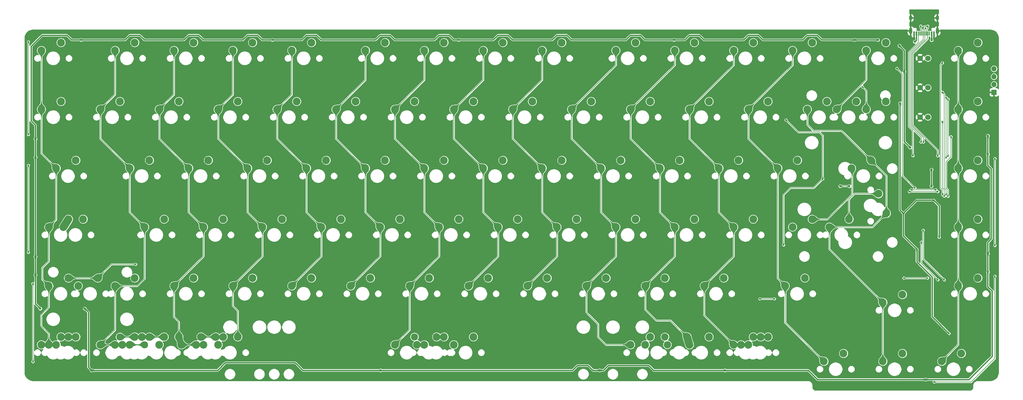
<source format=gbr>
%TF.GenerationSoftware,KiCad,Pcbnew,(5.1.11)-1*%
%TF.CreationDate,2022-07-15T11:42:43+07:00*%
%TF.ProjectId,TX75v2 PCB replacement,54583735-7632-4205-9043-42207265706c,rev?*%
%TF.SameCoordinates,Original*%
%TF.FileFunction,Copper,L1,Top*%
%TF.FilePolarity,Positive*%
%FSLAX46Y46*%
G04 Gerber Fmt 4.6, Leading zero omitted, Abs format (unit mm)*
G04 Created by KiCad (PCBNEW (5.1.11)-1) date 2022-07-15 11:42:43*
%MOMM*%
%LPD*%
G01*
G04 APERTURE LIST*
%TA.AperFunction,ComponentPad*%
%ADD10C,2.500000*%
%TD*%
%TA.AperFunction,ComponentPad*%
%ADD11C,2.300000*%
%TD*%
%TA.AperFunction,ComponentPad*%
%ADD12O,1.700000X1.700000*%
%TD*%
%TA.AperFunction,ComponentPad*%
%ADD13R,1.700000X1.700000*%
%TD*%
%TA.AperFunction,ComponentPad*%
%ADD14C,2.350000*%
%TD*%
%TA.AperFunction,ComponentPad*%
%ADD15C,1.800000*%
%TD*%
%TA.AperFunction,SMDPad,CuDef*%
%ADD16R,0.600000X1.450000*%
%TD*%
%TA.AperFunction,SMDPad,CuDef*%
%ADD17R,0.300000X1.450000*%
%TD*%
%TA.AperFunction,ComponentPad*%
%ADD18O,1.000000X2.100000*%
%TD*%
%TA.AperFunction,ComponentPad*%
%ADD19O,1.000000X1.600000*%
%TD*%
%TA.AperFunction,ViaPad*%
%ADD20C,0.800000*%
%TD*%
%TA.AperFunction,ViaPad*%
%ADD21C,0.600000*%
%TD*%
%TA.AperFunction,Conductor*%
%ADD22C,0.400000*%
%TD*%
%TA.AperFunction,Conductor*%
%ADD23C,0.200000*%
%TD*%
%TA.AperFunction,Conductor*%
%ADD24C,2.000000*%
%TD*%
%TA.AperFunction,Conductor*%
%ADD25C,2.500000*%
%TD*%
%TA.AperFunction,Conductor*%
%ADD26C,0.250000*%
%TD*%
%TA.AperFunction,Conductor*%
%ADD27C,0.100000*%
%TD*%
%TA.AperFunction,Conductor*%
%ADD28C,0.025400*%
%TD*%
G04 APERTURE END LIST*
D10*
%TO.P,MX107,2*%
%TO.N,C3*%
X35854319Y-150289434D03*
%TO.P,MX107,1*%
%TO.N,Net-(D2-Pad2)*%
X29504319Y-152829434D03*
%TD*%
%TO.P,MX106,2*%
%TO.N,C2*%
X16804143Y-150289274D03*
%TO.P,MX106,1*%
%TO.N,Net-(D20-Pad2)*%
X10454143Y-152829274D03*
%TD*%
D11*
%TO.P,MX105,2*%
%TO.N,Net-(D14-Pad2)*%
X-2245937Y-150289274D03*
D10*
%TO.P,MX105,1*%
%TO.N,C1*%
X-8595937Y-152829274D03*
%TD*%
%TO.P,MX104,2*%
%TO.N,Net-(D8-Pad2)*%
X-21296017Y-150289274D03*
%TO.P,MX104,1*%
%TO.N,C0*%
X-27646017Y-152829274D03*
%TD*%
%TO.P,MX99,2*%
%TO.N,Net-(D98-Pad2)*%
X275169608Y-74088874D03*
%TO.P,MX99,1*%
%TO.N,C14*%
X268819608Y-76628874D03*
%TD*%
%TO.P,MX100,2*%
%TO.N,Net-(D99-Pad2)*%
X275169608Y-93138874D03*
%TO.P,MX100,1*%
%TO.N,C14*%
X268819608Y-95678874D03*
%TD*%
%TO.P,MX89,2*%
%TO.N,Net-(D71-Pad2)*%
X245403983Y-55038874D03*
%TO.P,MX89,1*%
%TO.N,C13*%
X239053983Y-57578874D03*
%TD*%
D12*
%TO.P,J1,4*%
%TO.N,VCC*%
X280369507Y-63512255D03*
%TO.P,J1,3*%
%TO.N,SWDIO*%
X280369507Y-66052255D03*
%TO.P,J1,2*%
%TO.N,SWCLK*%
X280369507Y-68592255D03*
D13*
%TO.P,J1,1*%
%TO.N,GND*%
X280369507Y-71132255D03*
%TD*%
D10*
%TO.P,MX97,1*%
%TO.N,Net-(D73-Pad2)*%
X243022733Y-103933874D03*
%TO.P,MX97,2*%
%TO.N,C13*%
X245562733Y-110283874D03*
%TD*%
%TO.P,MX92,2*%
%TO.N,Net-(D74-Pad2)*%
X221591483Y-112188874D03*
%TO.P,MX92,1*%
%TO.N,C13*%
X215241483Y-114728874D03*
%TD*%
%TO.P,MX91,2*%
%TO.N,Net-(D72-Pad2)*%
X226353983Y-74088874D03*
%TO.P,MX91,1*%
%TO.N,C13*%
X220003983Y-76628874D03*
%TD*%
%TO.P,MX86,2*%
%TO.N,Net-(D69-Pad2)*%
X245403983Y-74088874D03*
%TO.P,MX86,1*%
%TO.N,C12*%
X239053983Y-76628874D03*
%TD*%
%TO.P,MX93,2*%
%TO.N,Net-(D73-Pad2)*%
X233497733Y-112188874D03*
%TO.P,MX93,1*%
%TO.N,C13*%
X227147733Y-114728874D03*
%TD*%
D11*
%TO.P,MX44,2*%
%TO.N,Net-(D108-Pad2)*%
X93003983Y-150288874D03*
D10*
%TO.P,MX44,1*%
%TO.N,C6*%
X86653983Y-152828874D03*
%TD*%
%TO.P,MX42,2*%
%TO.N,Net-(D108-Pad2)*%
X100147733Y-150288874D03*
%TO.P,MX42,1*%
%TO.N,C6*%
X93797733Y-152828874D03*
%TD*%
%TO.P,MX45,2*%
%TO.N,Net-(D108-Pad2)*%
X112053983Y-150288874D03*
%TO.P,MX45,1*%
%TO.N,C6*%
X105703983Y-152828874D03*
%TD*%
%TO.P,MX43,2*%
%TO.N,Net-(D108-Pad2)*%
X102528983Y-150288874D03*
%TO.P,MX43,1*%
%TO.N,C6*%
X96178983Y-152828874D03*
%TD*%
%TO.P,MX5,2*%
%TO.N,Net-(D6-Pad2)*%
X-18914767Y-112188874D03*
%TO.P,MX5,1*%
%TO.N,C0*%
X-25264767Y-114728874D03*
%TD*%
%TO.P,MX95,1*%
%TO.N,C13*%
X244411796Y-158186687D03*
%TO.P,MX95,2*%
%TO.N,Net-(D106-Pad2)*%
X250761796Y-155646687D03*
%TD*%
%TO.P,MX88,1*%
%TO.N,C12*%
X225361796Y-158186687D03*
%TO.P,MX88,2*%
%TO.N,Net-(D105-Pad2)*%
X231711796Y-155646687D03*
%TD*%
%TO.P,MX80,1*%
%TO.N,C11*%
X198572733Y-152828874D03*
%TO.P,MX80,2*%
%TO.N,Net-(D104-Pad2)*%
X204922733Y-150288874D03*
%TD*%
%TO.P,MX81,2*%
%TO.N,Net-(D104-Pad2)*%
X202541483Y-150288874D03*
%TO.P,MX81,1*%
%TO.N,C11*%
X196191483Y-152828874D03*
%TD*%
%TO.P,MX73,2*%
%TO.N,C10*%
X181110233Y-150288874D03*
D14*
%TO.P,MX73,1*%
%TO.N,Net-(D103-Pad2)*%
X174760233Y-152828874D03*
%TD*%
D10*
%TO.P,MX67,1*%
%TO.N,C9*%
X167617047Y-152828874D03*
D14*
%TO.P,MX67,2*%
%TO.N,Net-(D102-Pad2)*%
X173967047Y-150288874D03*
%TD*%
D10*
%TO.P,MX82,2*%
%TO.N,Net-(D104-Pad2)*%
X207303983Y-150288874D03*
%TO.P,MX82,1*%
%TO.N,C11*%
X200953983Y-152828874D03*
%TD*%
%TO.P,MX74,2*%
%TO.N,Net-(D103-Pad2)*%
X188253983Y-150288874D03*
%TO.P,MX74,1*%
%TO.N,C10*%
X181903983Y-152828874D03*
%TD*%
%TO.P,MX66,2*%
%TO.N,Net-(D102-Pad2)*%
X169203983Y-150288874D03*
%TO.P,MX66,1*%
%TO.N,C9*%
X162853983Y-152828874D03*
%TD*%
%TO.P,MX26,2*%
%TO.N,Net-(D20-Pad2)*%
X31091483Y-150288874D03*
%TO.P,MX26,1*%
%TO.N,C2*%
X24741483Y-152828874D03*
%TD*%
%TO.P,MX25,2*%
%TO.N,Net-(D20-Pad2)*%
X28710233Y-150288874D03*
%TO.P,MX25,1*%
%TO.N,C2*%
X22360233Y-152828874D03*
%TD*%
%TO.P,MX24,2*%
%TO.N,Net-(D20-Pad2)*%
X23947733Y-150288874D03*
%TO.P,MX24,1*%
%TO.N,C2*%
X17597733Y-152828874D03*
%TD*%
D11*
%TO.P,MX18,1*%
%TO.N,C1*%
X5691483Y-152828874D03*
D10*
%TO.P,MX18,2*%
%TO.N,Net-(D14-Pad2)*%
X12041483Y-150288874D03*
%TD*%
%TO.P,MX17,1*%
%TO.N,C1*%
X928983Y-152828874D03*
%TO.P,MX17,2*%
%TO.N,Net-(D14-Pad2)*%
X7278983Y-150288874D03*
%TD*%
%TO.P,MX16,2*%
%TO.N,Net-(D14-Pad2)*%
X2516483Y-150288874D03*
%TO.P,MX16,1*%
%TO.N,C1*%
X-3833517Y-152828874D03*
%TD*%
%TO.P,MX15,2*%
%TO.N,Net-(D14-Pad2)*%
X4897733Y-150288874D03*
%TO.P,MX15,1*%
%TO.N,C1*%
X-1452267Y-152828874D03*
%TD*%
%TO.P,MX9,1*%
%TO.N,C0*%
X-22883517Y-152828874D03*
%TO.P,MX9,2*%
%TO.N,Net-(D8-Pad2)*%
X-16533517Y-150288874D03*
%TD*%
%TO.P,MX8,2*%
%TO.N,Net-(D8-Pad2)*%
X-18914767Y-150288874D03*
%TO.P,MX8,1*%
%TO.N,C0*%
X-25264767Y-152828874D03*
%TD*%
D15*
%TO.P,D88,2*%
%TO.N,Net-(D88-Pad2)*%
X259016796Y-79168874D03*
%TO.P,D88,1*%
%TO.N,GND*%
X256476796Y-79168874D03*
%TD*%
%TO.P,D87,2*%
%TO.N,Net-(D87-Pad2)*%
X259016796Y-69643874D03*
%TO.P,D87,1*%
%TO.N,GND*%
X256476796Y-69643874D03*
%TD*%
%TO.P,D86,2*%
%TO.N,Net-(D86-Pad2)*%
X259016796Y-60118874D03*
%TO.P,D86,1*%
%TO.N,GND*%
X256476796Y-60118874D03*
%TD*%
D10*
%TO.P,MX7,2*%
%TO.N,Net-(D7-Pad2)*%
X-18914767Y-131238874D03*
%TO.P,MX7,1*%
%TO.N,C0*%
X-25264767Y-133778874D03*
%TD*%
%TO.P,MX14,2*%
%TO.N,Net-(D13-Pad2)*%
X2516483Y-131238874D03*
%TO.P,MX14,1*%
%TO.N,C1*%
X-3833517Y-133778874D03*
%TD*%
%TO.P,MX87,2*%
%TO.N,Net-(D70-Pad2)*%
X219210233Y-131238874D03*
%TO.P,MX87,1*%
%TO.N,C12*%
X212860233Y-133778874D03*
%TD*%
%TO.P,MX94,2*%
%TO.N,Net-(D75-Pad2)*%
X250761796Y-136596687D03*
%TO.P,MX94,1*%
%TO.N,C13*%
X244411796Y-139136687D03*
%TD*%
%TO.P,MX79,2*%
%TO.N,Net-(D65-Pad2)*%
X193016483Y-131238874D03*
%TO.P,MX79,1*%
%TO.N,C11*%
X186666483Y-133778874D03*
%TD*%
%TO.P,MX72,2*%
%TO.N,Net-(D60-Pad2)*%
X173966483Y-131238874D03*
%TO.P,MX72,1*%
%TO.N,C10*%
X167616483Y-133778874D03*
%TD*%
%TO.P,MX65,2*%
%TO.N,Net-(D55-Pad2)*%
X154916483Y-131238874D03*
%TO.P,MX65,1*%
%TO.N,C9*%
X148566483Y-133778874D03*
%TD*%
%TO.P,MX60,2*%
%TO.N,Net-(D50-Pad2)*%
X135866483Y-131238874D03*
%TO.P,MX60,1*%
%TO.N,C8*%
X129516483Y-133778874D03*
%TD*%
%TO.P,MX55,2*%
%TO.N,Net-(D45-Pad2)*%
X116816483Y-131238874D03*
%TO.P,MX55,1*%
%TO.N,C7*%
X110466483Y-133778874D03*
%TD*%
%TO.P,MX50,2*%
%TO.N,Net-(D40-Pad2)*%
X97766483Y-131238874D03*
%TO.P,MX50,1*%
%TO.N,C6*%
X91416483Y-133778874D03*
%TD*%
%TO.P,MX41,2*%
%TO.N,Net-(D35-Pad2)*%
X78716483Y-131238874D03*
%TO.P,MX41,1*%
%TO.N,C5*%
X72366483Y-133778874D03*
%TD*%
%TO.P,MX36,2*%
%TO.N,Net-(D30-Pad2)*%
X59666483Y-131238874D03*
%TO.P,MX36,1*%
%TO.N,C4*%
X53316483Y-133778874D03*
%TD*%
%TO.P,MX31,2*%
%TO.N,Net-(D25-Pad2)*%
X40616483Y-131238874D03*
%TO.P,MX31,1*%
%TO.N,C3*%
X34266483Y-133778874D03*
%TD*%
%TO.P,MX23,2*%
%TO.N,Net-(D19-Pad2)*%
X21566483Y-131238874D03*
%TO.P,MX23,1*%
%TO.N,C2*%
X15216483Y-133778874D03*
%TD*%
%TO.P,MX6,2*%
%TO.N,Net-(D7-Pad2)*%
X-9389767Y-131238874D03*
%TO.P,MX6,1*%
%TO.N,C0*%
X-15739767Y-133778874D03*
%TD*%
%TO.P,MX78,2*%
%TO.N,Net-(D64-Pad2)*%
X202541483Y-112188874D03*
%TO.P,MX78,1*%
%TO.N,C11*%
X196191483Y-114728874D03*
%TD*%
%TO.P,MX71,2*%
%TO.N,Net-(D59-Pad2)*%
X183491483Y-112188874D03*
%TO.P,MX71,1*%
%TO.N,C10*%
X177141483Y-114728874D03*
%TD*%
%TO.P,MX64,2*%
%TO.N,Net-(D54-Pad2)*%
X164441483Y-112188874D03*
%TO.P,MX64,1*%
%TO.N,C9*%
X158091483Y-114728874D03*
%TD*%
%TO.P,MX59,2*%
%TO.N,Net-(D49-Pad2)*%
X145391483Y-112188874D03*
%TO.P,MX59,1*%
%TO.N,C8*%
X139041483Y-114728874D03*
%TD*%
%TO.P,MX54,2*%
%TO.N,Net-(D44-Pad2)*%
X126341483Y-112188874D03*
%TO.P,MX54,1*%
%TO.N,C7*%
X119991483Y-114728874D03*
%TD*%
%TO.P,MX49,2*%
%TO.N,Net-(D39-Pad2)*%
X107291483Y-112188874D03*
%TO.P,MX49,1*%
%TO.N,C6*%
X100941483Y-114728874D03*
%TD*%
%TO.P,MX40,2*%
%TO.N,Net-(D34-Pad2)*%
X88241483Y-112188874D03*
%TO.P,MX40,1*%
%TO.N,C5*%
X81891483Y-114728874D03*
%TD*%
%TO.P,MX35,2*%
%TO.N,Net-(D29-Pad2)*%
X69191483Y-112188874D03*
%TO.P,MX35,1*%
%TO.N,C4*%
X62841483Y-114728874D03*
%TD*%
%TO.P,MX30,2*%
%TO.N,Net-(D24-Pad2)*%
X50141483Y-112188874D03*
%TO.P,MX30,1*%
%TO.N,C3*%
X43791483Y-114728874D03*
%TD*%
%TO.P,MX22,2*%
%TO.N,Net-(D18-Pad2)*%
X31091483Y-112188874D03*
%TO.P,MX22,1*%
%TO.N,C2*%
X24741483Y-114728874D03*
%TD*%
%TO.P,MX13,2*%
%TO.N,Net-(D12-Pad2)*%
X12041483Y-112188874D03*
%TO.P,MX13,1*%
%TO.N,C1*%
X5691483Y-114728874D03*
%TD*%
%TO.P,MX4,2*%
%TO.N,C0*%
X-14152267Y-112188874D03*
%TO.P,MX4,1*%
%TO.N,Net-(D6-Pad2)*%
X-20502267Y-114728874D03*
%TD*%
%TO.P,MX85,2*%
%TO.N,Net-(D68-Pad2)*%
X216828983Y-93138874D03*
%TO.P,MX85,1*%
%TO.N,C12*%
X210478983Y-95678874D03*
%TD*%
%TO.P,MX77,2*%
%TO.N,Net-(D63-Pad2)*%
X197778983Y-93138874D03*
%TO.P,MX77,1*%
%TO.N,C11*%
X191428983Y-95678874D03*
%TD*%
%TO.P,MX70,2*%
%TO.N,Net-(D58-Pad2)*%
X178728983Y-93138874D03*
%TO.P,MX70,1*%
%TO.N,C10*%
X172378983Y-95678874D03*
%TD*%
%TO.P,MX63,2*%
%TO.N,Net-(D53-Pad2)*%
X159678983Y-93138874D03*
%TO.P,MX63,1*%
%TO.N,C9*%
X153328983Y-95678874D03*
%TD*%
%TO.P,MX58,2*%
%TO.N,Net-(D48-Pad2)*%
X140628983Y-93138874D03*
%TO.P,MX58,1*%
%TO.N,C8*%
X134278983Y-95678874D03*
%TD*%
%TO.P,MX53,2*%
%TO.N,Net-(D43-Pad2)*%
X121578983Y-93138874D03*
%TO.P,MX53,1*%
%TO.N,C7*%
X115228983Y-95678874D03*
%TD*%
%TO.P,MX48,2*%
%TO.N,Net-(D38-Pad2)*%
X102528983Y-93138874D03*
%TO.P,MX48,1*%
%TO.N,C6*%
X96178983Y-95678874D03*
%TD*%
%TO.P,MX39,2*%
%TO.N,Net-(D33-Pad2)*%
X83478983Y-93138874D03*
%TO.P,MX39,1*%
%TO.N,C5*%
X77128983Y-95678874D03*
%TD*%
%TO.P,MX96,2*%
%TO.N,C13*%
X240641483Y-93138874D03*
%TO.P,MX96,1*%
%TO.N,Net-(D74-Pad2)*%
X234291483Y-95678874D03*
%TD*%
%TO.P,MX34,2*%
%TO.N,Net-(D28-Pad2)*%
X64428983Y-93138874D03*
%TO.P,MX34,1*%
%TO.N,C4*%
X58078983Y-95678874D03*
%TD*%
%TO.P,MX29,2*%
%TO.N,Net-(D23-Pad2)*%
X45378983Y-93138874D03*
%TO.P,MX29,1*%
%TO.N,C3*%
X39028983Y-95678874D03*
%TD*%
%TO.P,MX21,2*%
%TO.N,Net-(D17-Pad2)*%
X26328983Y-93138874D03*
%TO.P,MX21,1*%
%TO.N,C2*%
X19978983Y-95678874D03*
%TD*%
%TO.P,MX12,2*%
%TO.N,Net-(D11-Pad2)*%
X7278983Y-93138874D03*
%TO.P,MX12,1*%
%TO.N,C1*%
X928983Y-95678874D03*
%TD*%
%TO.P,MX3,2*%
%TO.N,Net-(D5-Pad2)*%
X-16533517Y-93138874D03*
%TO.P,MX3,1*%
%TO.N,C0*%
X-22883517Y-95678874D03*
%TD*%
%TO.P,MX90,2*%
%TO.N,Net-(D72-Pad2)*%
X235878983Y-74088874D03*
%TO.P,MX90,1*%
%TO.N,C13*%
X229528983Y-76628874D03*
%TD*%
D16*
%TO.P,USB1,12*%
%TO.N,GND*%
X254521796Y-52145124D03*
%TO.P,USB1,1*%
X260971796Y-52145124D03*
%TO.P,USB1,11*%
%TO.N,Net-(F1-Pad2)*%
X255296796Y-52145124D03*
%TO.P,USB1,2*%
X260196796Y-52145124D03*
D17*
%TO.P,USB1,3*%
%TO.N,Net-(USB1-Pad3)*%
X259496796Y-52145124D03*
%TO.P,USB1,10*%
%TO.N,Net-(R5-Pad2)*%
X255996796Y-52145124D03*
%TO.P,USB1,4*%
%TO.N,Net-(R4-Pad2)*%
X258996796Y-52145124D03*
%TO.P,USB1,9*%
%TO.N,Net-(USB1-Pad9)*%
X256496796Y-52145124D03*
%TO.P,USB1,5*%
%TO.N,/R+*%
X258496796Y-52145124D03*
%TO.P,USB1,8*%
%TO.N,/R-*%
X256996796Y-52145124D03*
%TO.P,USB1,7*%
%TO.N,/R+*%
X257496796Y-52145124D03*
%TO.P,USB1,6*%
%TO.N,/R-*%
X257996796Y-52145124D03*
D18*
%TO.P,USB1,13*%
%TO.N,GND*%
X262066796Y-51230124D03*
X253426796Y-51230124D03*
D19*
X262066796Y-47050124D03*
X253426796Y-47050124D03*
%TD*%
D10*
%TO.P,MX103,1*%
%TO.N,C14*%
X263461796Y-158186687D03*
%TO.P,MX103,2*%
%TO.N,Net-(D107-Pad2)*%
X269811796Y-155646687D03*
%TD*%
%TO.P,MX102,1*%
%TO.N,C14*%
X268819608Y-133778874D03*
%TO.P,MX102,2*%
%TO.N,Net-(D101-Pad2)*%
X275169608Y-131238874D03*
%TD*%
%TO.P,MX101,2*%
%TO.N,Net-(D100-Pad2)*%
X275169608Y-112188874D03*
%TO.P,MX101,1*%
%TO.N,C14*%
X268819608Y-114728874D03*
%TD*%
%TO.P,MX84,2*%
%TO.N,Net-(D67-Pad2)*%
X207303983Y-74088874D03*
%TO.P,MX84,1*%
%TO.N,C12*%
X200953983Y-76628874D03*
%TD*%
%TO.P,MX76,2*%
%TO.N,Net-(D62-Pad2)*%
X188253983Y-74088874D03*
%TO.P,MX76,1*%
%TO.N,C11*%
X181903983Y-76628874D03*
%TD*%
%TO.P,MX69,2*%
%TO.N,Net-(D57-Pad2)*%
X169203983Y-74088874D03*
%TO.P,MX69,1*%
%TO.N,C10*%
X162853983Y-76628874D03*
%TD*%
%TO.P,MX62,2*%
%TO.N,Net-(D52-Pad2)*%
X150153983Y-74088874D03*
%TO.P,MX62,1*%
%TO.N,C9*%
X143803983Y-76628874D03*
%TD*%
%TO.P,MX57,2*%
%TO.N,Net-(D47-Pad2)*%
X131103983Y-74088874D03*
%TO.P,MX57,1*%
%TO.N,C8*%
X124753983Y-76628874D03*
%TD*%
%TO.P,MX52,2*%
%TO.N,Net-(D42-Pad2)*%
X112053983Y-74088874D03*
%TO.P,MX52,1*%
%TO.N,C7*%
X105703983Y-76628874D03*
%TD*%
%TO.P,MX47,2*%
%TO.N,Net-(D37-Pad2)*%
X93003983Y-74088874D03*
%TO.P,MX47,1*%
%TO.N,C6*%
X86653983Y-76628874D03*
%TD*%
%TO.P,MX38,2*%
%TO.N,Net-(D32-Pad2)*%
X73953983Y-74088874D03*
%TO.P,MX38,1*%
%TO.N,C5*%
X67603983Y-76628874D03*
%TD*%
%TO.P,MX33,2*%
%TO.N,Net-(D27-Pad2)*%
X54903983Y-74088874D03*
%TO.P,MX33,1*%
%TO.N,C4*%
X48553983Y-76628874D03*
%TD*%
%TO.P,MX28,2*%
%TO.N,Net-(D22-Pad2)*%
X35853983Y-74088874D03*
%TO.P,MX28,1*%
%TO.N,C3*%
X29503983Y-76628874D03*
%TD*%
%TO.P,MX20,2*%
%TO.N,Net-(D16-Pad2)*%
X16803983Y-74088874D03*
%TO.P,MX20,1*%
%TO.N,C2*%
X10453983Y-76628874D03*
%TD*%
%TO.P,MX11,2*%
%TO.N,Net-(D10-Pad2)*%
X-2246017Y-74088874D03*
%TO.P,MX11,1*%
%TO.N,C1*%
X-8596017Y-76628874D03*
%TD*%
%TO.P,MX2,2*%
%TO.N,Net-(D4-Pad2)*%
X-21296017Y-74088874D03*
%TO.P,MX2,1*%
%TO.N,C0*%
X-27646017Y-76628874D03*
%TD*%
%TO.P,MX98,1*%
%TO.N,C14*%
X268819608Y-57578874D03*
%TO.P,MX98,2*%
%TO.N,Net-(D97-Pad2)*%
X275169608Y-55038874D03*
%TD*%
%TO.P,MX83,2*%
%TO.N,Net-(D66-Pad2)*%
X221591483Y-55038874D03*
%TO.P,MX83,1*%
%TO.N,C12*%
X215241483Y-57578874D03*
%TD*%
%TO.P,MX75,2*%
%TO.N,Net-(D61-Pad2)*%
X202541483Y-55038874D03*
%TO.P,MX75,1*%
%TO.N,C11*%
X196191483Y-57578874D03*
%TD*%
%TO.P,MX68,2*%
%TO.N,Net-(D56-Pad2)*%
X183491483Y-55038874D03*
%TO.P,MX68,1*%
%TO.N,C10*%
X177141483Y-57578874D03*
%TD*%
%TO.P,MX61,2*%
%TO.N,Net-(D51-Pad2)*%
X164441483Y-55038874D03*
%TO.P,MX61,1*%
%TO.N,C9*%
X158091483Y-57578874D03*
%TD*%
%TO.P,MX56,2*%
%TO.N,Net-(D46-Pad2)*%
X140628983Y-55038874D03*
%TO.P,MX56,1*%
%TO.N,C8*%
X134278983Y-57578874D03*
%TD*%
%TO.P,MX51,2*%
%TO.N,Net-(D41-Pad2)*%
X121578983Y-55038874D03*
%TO.P,MX51,1*%
%TO.N,C7*%
X115228983Y-57578874D03*
%TD*%
%TO.P,MX46,2*%
%TO.N,Net-(D36-Pad2)*%
X102528983Y-55038874D03*
%TO.P,MX46,1*%
%TO.N,C6*%
X96178983Y-57578874D03*
%TD*%
%TO.P,MX37,2*%
%TO.N,Net-(D31-Pad2)*%
X83478983Y-55038874D03*
%TO.P,MX37,1*%
%TO.N,C5*%
X77128983Y-57578874D03*
%TD*%
%TO.P,MX32,2*%
%TO.N,Net-(D26-Pad2)*%
X59666483Y-55038874D03*
%TO.P,MX32,1*%
%TO.N,C4*%
X53316483Y-57578874D03*
%TD*%
%TO.P,MX27,2*%
%TO.N,Net-(D21-Pad2)*%
X40616483Y-55038874D03*
%TO.P,MX27,1*%
%TO.N,C3*%
X34266483Y-57578874D03*
%TD*%
%TO.P,MX19,2*%
%TO.N,Net-(D15-Pad2)*%
X21566483Y-55038874D03*
%TO.P,MX19,1*%
%TO.N,C2*%
X15216483Y-57578874D03*
%TD*%
%TO.P,MX10,2*%
%TO.N,Net-(D9-Pad2)*%
X2516483Y-55038874D03*
%TO.P,MX10,1*%
%TO.N,C1*%
X-3833517Y-57578874D03*
%TD*%
%TO.P,MX1,2*%
%TO.N,Net-(D3-Pad2)*%
X-21296017Y-55038874D03*
%TO.P,MX1,1*%
%TO.N,C0*%
X-27646017Y-57578874D03*
%TD*%
D20*
%TO.N,+5V*%
X-29586907Y-86217283D03*
X-29586907Y-92170423D03*
X-29586907Y-124317379D03*
X82034112Y-161120504D03*
X152876478Y-161120504D03*
X193357830Y-161120504D03*
X278381067Y-85217293D03*
X278381067Y-91170433D03*
X278381067Y-129270529D03*
X47108827Y-54165806D03*
X-14803829Y-54165806D03*
X107235541Y-54165806D03*
X176887279Y-54165806D03*
X249799123Y-56040033D03*
X251358495Y-64424429D03*
X253282722Y-88991675D03*
X242864727Y-54165806D03*
X235228051Y-54165806D03*
X278381067Y-123317389D03*
X258247056Y-164097073D03*
X-11430186Y-161120504D03*
X-29586907Y-130270519D03*
X-13636017Y-141118874D03*
X-28036017Y-141118874D03*
D21*
%TO.N,GND*%
X262640483Y-119018874D03*
X258342891Y-121436288D03*
X259533519Y-125305829D03*
X256259292Y-125305829D03*
X225898278Y-141974621D03*
X238102215Y-141974621D03*
X225898278Y-148225418D03*
X238102215Y-148225418D03*
X252687408Y-148225418D03*
%TO.N,Net-(R4-Pad2)*%
X262152263Y-91694018D03*
%TO.N,Net-(D79-Pad1)*%
X-31872684Y-94784583D03*
X-31872684Y-122924573D03*
%TO.N,Net-(R9-Pad2)*%
X265496031Y-104770698D03*
X266485983Y-85518874D03*
D20*
%TO.N,VCC*%
X250008495Y-74704139D03*
D21*
X251083809Y-110319048D03*
X260869983Y-106053403D03*
X262647983Y-118058874D03*
X255461635Y-121936288D03*
X265848374Y-149182447D03*
D20*
X260152263Y-96152263D03*
X260152263Y-101522737D03*
D21*
%TO.N,Net-(D7-Pad2)*%
X2817108Y-126793874D03*
%TO.N,Net-(D82-Pad3)*%
X280667164Y-92563559D03*
X280667164Y-120703549D03*
%TO.N,Net-(R5-Pad2)*%
X254152263Y-91647158D03*
%TO.N,SWCLK*%
X265496797Y-91821439D03*
X265496797Y-73367988D03*
%TO.N,SWDIO*%
X264896797Y-72793474D03*
X264896797Y-92351474D03*
%TO.N,/R-*%
X257577263Y-87220674D03*
X256667296Y-49704874D03*
X258254796Y-50304874D03*
%TO.N,/R+*%
X256727263Y-87220674D03*
X257267296Y-50304874D03*
X258953296Y-49704874D03*
%TO.N,C12*%
X237804558Y-69346313D03*
%TO.N,Net-(D99-Pad2)*%
X261617118Y-102679211D03*
X253585065Y-102679211D03*
%TO.N,Net-(D100-Pad2)*%
X262212432Y-103279211D03*
X252985065Y-103279211D03*
%TO.N,Net-(D101-Pad2)*%
X251219218Y-131238874D03*
X258918110Y-131238874D03*
%TO.N,indicator1*%
X263696796Y-61603311D03*
X263696031Y-104231770D03*
%TO.N,indicator3*%
X263696796Y-71128335D03*
X264896031Y-104234244D03*
%TO.N,indicator2*%
X263696796Y-80653359D03*
X264296031Y-104767496D03*
%TO.N,R0*%
X254785066Y-102079211D03*
X248979582Y-63393173D03*
D20*
%TO.N,R2*%
X230660790Y-101493269D03*
X233591483Y-101493269D03*
D21*
%TO.N,R3*%
X212341998Y-120543317D03*
X225005307Y-99112013D03*
X213099027Y-80061965D03*
%TO.N,R4*%
X204628425Y-137968874D03*
X209390937Y-137968874D03*
D20*
%TO.N,Net-(F1-Pad2)*%
X260196796Y-54233770D03*
X254771006Y-54761120D03*
D21*
%TO.N,NRST*%
X256854606Y-119650346D03*
X262212432Y-131838874D03*
%TO.N,Boot0*%
X257454606Y-115780805D03*
X264296031Y-131838874D03*
%TO.N,RGB3*%
X-31872684Y-84824477D03*
X-31872684Y-54761120D03*
%TO.N,RGB2*%
X-30384436Y-133044874D03*
X-30384436Y-158345719D03*
%TO.N,RGB1*%
X280667164Y-130663655D03*
X261021804Y-164894209D03*
%TD*%
D22*
%TO.N,+5V*%
X251358495Y-57599405D02*
X249799123Y-56040033D01*
X251358495Y-64424429D02*
X251358495Y-57599405D01*
X251358495Y-87067448D02*
X253282722Y-88991675D01*
X251358495Y-64424429D02*
X251358495Y-87067448D01*
X235228051Y-54165806D02*
X242864727Y-54165806D01*
X278381067Y-85217293D02*
X278381067Y-94742317D01*
X278381067Y-119704016D02*
X278381067Y-123317389D01*
X279476536Y-118608547D02*
X278381067Y-119704016D01*
X279476536Y-95837786D02*
X279476536Y-118608547D01*
X278381067Y-94742317D02*
X279476536Y-95837786D01*
X-29586907Y-124317379D02*
X-29586907Y-130270519D01*
X54447846Y-158643413D02*
X56924937Y-161120504D01*
X56924937Y-161120504D02*
X144095596Y-161120504D01*
X29348823Y-161120504D02*
X31825914Y-158643413D01*
X31825914Y-158643413D02*
X54447846Y-158643413D01*
X-11430186Y-161120504D02*
X29348823Y-161120504D01*
X150686892Y-161120504D02*
X152876478Y-161120504D01*
X149102772Y-159536384D02*
X150686892Y-161120504D01*
X145679716Y-159536384D02*
X149102772Y-159536384D01*
X144095596Y-161120504D02*
X145679716Y-159536384D01*
X870090Y-52677521D02*
X-618195Y-54165806D01*
X4144317Y-52677521D02*
X870090Y-52677521D01*
X5632602Y-54165806D02*
X4144317Y-52677521D01*
X18431805Y-54165806D02*
X5632602Y-54165806D01*
X19920090Y-52677521D02*
X18431805Y-54165806D01*
X23194317Y-52677521D02*
X19920090Y-52677521D01*
X24682602Y-54165806D02*
X23194317Y-52677521D01*
X37481805Y-54165806D02*
X24682602Y-54165806D01*
X42244317Y-52677521D02*
X38970090Y-52677521D01*
X43732602Y-54165806D02*
X42244317Y-52677521D01*
X56531853Y-54165806D02*
X43732602Y-54165806D01*
X38970090Y-52677521D02*
X37481805Y-54165806D01*
X58020138Y-52677521D02*
X56531853Y-54165806D01*
X61294365Y-52677521D02*
X58020138Y-52677521D01*
X62782650Y-54165806D02*
X61294365Y-52677521D01*
X81832590Y-52677521D02*
X80344305Y-54165806D01*
X85106817Y-52677521D02*
X81832590Y-52677521D01*
X86595102Y-54165806D02*
X85106817Y-52677521D01*
X181845090Y-52677521D02*
X180356805Y-54165806D01*
X161306805Y-54165806D02*
X143745150Y-54165806D01*
X186607602Y-54165806D02*
X185119317Y-52677521D01*
X180356805Y-54165806D02*
X167557602Y-54165806D01*
X-618195Y-54165806D02*
X-17882805Y-54165806D01*
X199406805Y-54165806D02*
X186607602Y-54165806D01*
X104156817Y-52677521D02*
X100882590Y-52677521D01*
X200895090Y-52677521D02*
X199406805Y-54165806D01*
X204169317Y-52677521D02*
X200895090Y-52677521D01*
X205657602Y-54165806D02*
X204169317Y-52677521D01*
X219945138Y-52677521D02*
X218456853Y-54165806D01*
X162795090Y-52677521D02*
X161306805Y-54165806D01*
X185119317Y-52677521D02*
X181845090Y-52677521D01*
X223219365Y-52677521D02*
X219945138Y-52677521D01*
X218456853Y-54165806D02*
X205657602Y-54165806D01*
X166069317Y-52677521D02*
X162795090Y-52677521D01*
X224707650Y-54165806D02*
X223219365Y-52677521D01*
X235228051Y-54165806D02*
X224707650Y-54165806D01*
X99394305Y-54165806D02*
X86595102Y-54165806D01*
X167557602Y-54165806D02*
X166069317Y-52677521D01*
X143745150Y-54165806D02*
X142256865Y-52677521D01*
X142256865Y-52677521D02*
X138982638Y-52677521D01*
X124695102Y-54165806D02*
X123206817Y-52677521D01*
X80344305Y-54165806D02*
X62782650Y-54165806D01*
X138982638Y-52677521D02*
X137494353Y-54165806D01*
X137494353Y-54165806D02*
X124695102Y-54165806D01*
X123206817Y-52677521D02*
X119932590Y-52677521D01*
X119932590Y-52677521D02*
X118444305Y-54165806D01*
X118444305Y-54165806D02*
X105645102Y-54165806D01*
X105645102Y-54165806D02*
X104156817Y-52677521D01*
X100882590Y-52677521D02*
X99394305Y-54165806D01*
X-29586907Y-81752428D02*
X-29586907Y-124317379D01*
X-29586907Y-92170423D02*
X-29586907Y-124317379D01*
X-29586907Y-81752428D02*
X-29586907Y-86217283D01*
X-30979713Y-80359622D02*
X-29586907Y-81752428D01*
X-30979713Y-56249405D02*
X-30979713Y-80359622D01*
X-27407829Y-52677521D02*
X-30979713Y-56249405D01*
X-19371090Y-52677521D02*
X-27407829Y-52677521D01*
X-17882805Y-54165806D02*
X-19371090Y-52677521D01*
X278381067Y-134033041D02*
X278381067Y-123317389D01*
X279774193Y-135426167D02*
X278381067Y-134033041D01*
X279774193Y-156559814D02*
X279774193Y-135426167D01*
X272236934Y-164097073D02*
X279774193Y-156559814D01*
X258247056Y-164097073D02*
X272236934Y-164097073D01*
X223315200Y-164097073D02*
X258247056Y-164097073D01*
X220338631Y-161120504D02*
X223315200Y-164097073D01*
X168748134Y-159536384D02*
X170332254Y-161120504D01*
X155651226Y-159536384D02*
X168748134Y-159536384D01*
X170332254Y-161120504D02*
X220338631Y-161120504D01*
X154067106Y-161120504D02*
X155651226Y-159536384D01*
X152876478Y-161120504D02*
X154067106Y-161120504D01*
X-12436017Y-160114673D02*
X-11430186Y-161120504D01*
X-12436017Y-148918874D02*
X-12436017Y-160114673D01*
X-12436017Y-142318874D02*
X-13636017Y-141118874D01*
X-12436017Y-148918874D02*
X-12436017Y-142318874D01*
X-29586907Y-139567984D02*
X-28036017Y-141118874D01*
X-29586907Y-130270519D02*
X-29586907Y-139567984D01*
D23*
%TO.N,Net-(R4-Pad2)*%
X258996796Y-53702661D02*
X258996796Y-52145124D01*
X254082744Y-81784570D02*
X254082744Y-58616713D01*
X254082744Y-58616713D02*
X258996796Y-53702661D01*
X262152263Y-89854089D02*
X254082744Y-81784570D01*
X262152263Y-91694018D02*
X262152263Y-89854089D01*
%TO.N,Net-(D73-Pad2)*%
X233497733Y-112188874D02*
X233497733Y-105769874D01*
X235333733Y-103933874D02*
X243022733Y-103933874D01*
X233497733Y-105769874D02*
X235333733Y-103933874D01*
%TO.N,Net-(D74-Pad2)*%
X226513035Y-112188874D02*
X234521634Y-104180275D01*
X234521634Y-104180275D02*
X234521634Y-95678874D01*
X221591483Y-112188874D02*
X226513035Y-112188874D01*
%TO.N,C0*%
X-27646017Y-57578874D02*
X-27646017Y-76628874D01*
X-27646017Y-90916374D02*
X-22883517Y-95678874D01*
X-27646017Y-76628874D02*
X-27646017Y-90916374D01*
X-25264767Y-149177852D02*
X-25264767Y-152828874D01*
X-27705486Y-146737133D02*
X-25264767Y-149177852D01*
X-27705486Y-143165249D02*
X-27705486Y-146737133D01*
X-25264767Y-140724530D02*
X-27705486Y-143165249D01*
X-25264767Y-133778874D02*
X-25264767Y-140724530D01*
X-22883517Y-112347624D02*
X-25264767Y-114728874D01*
X-22883517Y-95678874D02*
X-22883517Y-112347624D01*
X-25264767Y-114728874D02*
X-25264767Y-125841680D01*
X-25264767Y-125841680D02*
X-27407829Y-127984742D01*
X-27407829Y-131635812D02*
X-25264767Y-133778874D01*
X-27407829Y-127984742D02*
X-27407829Y-131635812D01*
X-22883917Y-152829274D02*
X-22883517Y-152828874D01*
%TO.N,C1*%
X-3833517Y-71866374D02*
X-8596017Y-76628874D01*
X-3833517Y-57578874D02*
X-3833517Y-71866374D01*
X-8596017Y-86153874D02*
X928983Y-95678874D01*
X-8596017Y-76628874D02*
X-8596017Y-86153874D01*
X928983Y-109966374D02*
X5691483Y-114728874D01*
X928983Y-95678874D02*
X928983Y-109966374D01*
X-3833517Y-133778874D02*
X3409850Y-133778874D01*
X5691483Y-131497241D02*
X5691483Y-114728874D01*
X3409850Y-133778874D02*
X5691483Y-131497241D01*
X5691483Y-152828874D02*
X928983Y-152828874D01*
X-3833917Y-152829274D02*
X-3833517Y-152828874D01*
X-8595937Y-152829274D02*
X-3833917Y-152829274D01*
X-3833517Y-148066854D02*
X-8595937Y-152829274D01*
X-3833517Y-133778874D02*
X-3833517Y-148066854D01*
%TO.N,C2*%
X15216483Y-71866374D02*
X10453983Y-76628874D01*
X15216483Y-57578874D02*
X15216483Y-71866374D01*
X10453983Y-86153874D02*
X19978983Y-95678874D01*
X10453983Y-76628874D02*
X10453983Y-86153874D01*
X19978983Y-109966374D02*
X24741483Y-114728874D01*
X19978983Y-95678874D02*
X19978983Y-109966374D01*
X24741483Y-124253874D02*
X15216483Y-133778874D01*
X24741483Y-114728874D02*
X24741483Y-124253874D01*
X17597733Y-152828874D02*
X22360233Y-152828874D01*
X15216483Y-133778874D02*
X15216483Y-143819999D01*
X16804143Y-145407659D02*
X16804143Y-150289274D01*
X15216483Y-143819999D02*
X16804143Y-145407659D01*
D24*
X16804143Y-150289274D02*
X17597733Y-152828874D01*
D23*
%TO.N,C3*%
X34266483Y-71866374D02*
X29503983Y-76628874D01*
X34266483Y-57578874D02*
X34266483Y-71866374D01*
X29503983Y-86153874D02*
X39028983Y-95678874D01*
X29503983Y-76628874D02*
X29503983Y-86153874D01*
X39028983Y-109966374D02*
X43791483Y-114728874D01*
X39028983Y-95678874D02*
X39028983Y-109966374D01*
X43791483Y-124253874D02*
X34266483Y-133778874D01*
X43791483Y-114728874D02*
X43791483Y-124253874D01*
X34266483Y-133778874D02*
X34266483Y-140248066D01*
X35854319Y-141835902D02*
X35854319Y-150289434D01*
X34266483Y-140248066D02*
X35854319Y-141835902D01*
%TO.N,C4*%
X53316483Y-71866374D02*
X48553983Y-76628874D01*
X53316483Y-57578874D02*
X53316483Y-71866374D01*
X48553983Y-86153874D02*
X58078983Y-95678874D01*
X48553983Y-76628874D02*
X48553983Y-86153874D01*
X58078983Y-109966374D02*
X62841483Y-114728874D01*
X58078983Y-95678874D02*
X58078983Y-109966374D01*
X62841483Y-124253874D02*
X53316483Y-133778874D01*
X62841483Y-114728874D02*
X62841483Y-124253874D01*
%TO.N,C5*%
X77128983Y-67103874D02*
X67603983Y-76628874D01*
X77128983Y-57578874D02*
X77128983Y-67103874D01*
X67603983Y-86153874D02*
X77128983Y-95678874D01*
X67603983Y-76628874D02*
X67603983Y-86153874D01*
X77128983Y-109966374D02*
X81891483Y-114728874D01*
X77128983Y-95678874D02*
X77128983Y-109966374D01*
X81891483Y-124253874D02*
X72366483Y-133778874D01*
X81891483Y-114728874D02*
X81891483Y-124253874D01*
%TO.N,C6*%
X96178983Y-67103874D02*
X86653983Y-76628874D01*
X96178983Y-57578874D02*
X96178983Y-67103874D01*
X86653983Y-86153874D02*
X96178983Y-95678874D01*
X86653983Y-76628874D02*
X86653983Y-86153874D01*
X96178983Y-109966374D02*
X100941483Y-114728874D01*
X96178983Y-95678874D02*
X96178983Y-109966374D01*
X100941483Y-124253874D02*
X91416483Y-133778874D01*
X100941483Y-114728874D02*
X100941483Y-124253874D01*
X91416483Y-148066374D02*
X86653983Y-152828874D01*
X91416483Y-133778874D02*
X91416483Y-148066374D01*
%TO.N,C7*%
X115228983Y-67103874D02*
X105703983Y-76628874D01*
X115228983Y-57578874D02*
X115228983Y-67103874D01*
X105703983Y-86153874D02*
X115228983Y-95678874D01*
X105703983Y-76628874D02*
X105703983Y-86153874D01*
X115228983Y-109966374D02*
X119991483Y-114728874D01*
X115228983Y-95678874D02*
X115228983Y-109966374D01*
X119991483Y-124253874D02*
X110466483Y-133778874D01*
X119991483Y-114728874D02*
X119991483Y-124253874D01*
%TO.N,Net-(D79-Pad1)*%
X-31872684Y-122924573D02*
X-31872684Y-94784583D01*
%TO.N,Net-(R9-Pad2)*%
X264896797Y-93661260D02*
X266485983Y-92072074D01*
X264896797Y-102153267D02*
X264896797Y-93661260D01*
X266485983Y-92072074D02*
X266485983Y-85518874D01*
X265496031Y-102752501D02*
X264896797Y-102153267D01*
X265496031Y-104770698D02*
X265496031Y-102752501D01*
D22*
%TO.N,VCC*%
X262647983Y-107831403D02*
X260869983Y-106053403D01*
X262647983Y-118058874D02*
X262647983Y-107831403D01*
X255349454Y-106053403D02*
X251083809Y-110319048D01*
X260869983Y-106053403D02*
X255349454Y-106053403D01*
X251083809Y-117558462D02*
X255461635Y-121936288D01*
X251083809Y-110319048D02*
X251083809Y-117558462D01*
X255461635Y-121936288D02*
X255461635Y-125996457D01*
X255461635Y-125996457D02*
X260426490Y-130961312D01*
X260426490Y-143760563D02*
X265848374Y-149182447D01*
X260426490Y-130961312D02*
X260426490Y-143760563D01*
X250008495Y-109243734D02*
X250008495Y-74704139D01*
X251083809Y-110319048D02*
X250008495Y-109243734D01*
X260152263Y-96152263D02*
X260152263Y-101522737D01*
X260152263Y-101522737D02*
X260152263Y-101522737D01*
D25*
%TO.N,Net-(D6-Pad2)*%
X-18914767Y-112188874D02*
X-20502267Y-114728874D01*
D23*
%TO.N,Net-(D7-Pad2)*%
X-18914767Y-131238874D02*
X-9389767Y-131238874D01*
X-9389767Y-131238874D02*
X-4944767Y-126793874D01*
X-4944767Y-126793874D02*
X2817108Y-126793874D01*
%TO.N,Net-(D8-Pad2)*%
X-21295617Y-150288874D02*
X-21296017Y-150289274D01*
%TO.N,Net-(D14-Pad2)*%
X12041483Y-150288874D02*
X7278983Y-150288874D01*
X2516083Y-150289274D02*
X2516483Y-150288874D01*
X-2245937Y-150289274D02*
X2516083Y-150289274D01*
%TO.N,Net-(D20-Pad2)*%
X23947733Y-150288874D02*
X28710233Y-150288874D01*
%TO.N,Net-(D82-Pad3)*%
X280667164Y-92563559D02*
X280667164Y-120703549D01*
%TO.N,Net-(R5-Pad2)*%
X254164147Y-83563074D02*
X254164150Y-83563074D01*
X254152263Y-83551190D02*
X254152263Y-91647158D01*
X252882713Y-82281640D02*
X254152263Y-83551190D01*
X252882712Y-58119647D02*
X252882713Y-82281640D01*
X255996796Y-55005563D02*
X252882712Y-58119647D01*
X255996796Y-52145124D02*
X255996796Y-55005563D01*
%TO.N,SWCLK*%
X265496797Y-91821439D02*
X265496797Y-73367988D01*
%TO.N,SWDIO*%
X264896797Y-92351474D02*
X264896797Y-72793474D01*
%TO.N,/R-*%
X256996796Y-52145124D02*
X256996796Y-50923374D01*
X256996796Y-50923374D02*
X256667296Y-50593874D01*
X256667296Y-50593874D02*
X256667296Y-49704874D01*
X257996796Y-50562874D02*
X258254796Y-50304874D01*
X257996796Y-52145124D02*
X257996796Y-50562874D01*
X257996796Y-54136961D02*
X257996796Y-52145124D01*
X257577263Y-85844789D02*
X253682733Y-81950259D01*
X253682733Y-58451024D02*
X257996796Y-54136961D01*
X257577263Y-87220674D02*
X257577263Y-85844789D01*
X253682733Y-81950259D02*
X253682733Y-58451024D01*
%TO.N,/R+*%
X258496796Y-50923374D02*
X258953296Y-50466874D01*
X258496796Y-52145124D02*
X258496796Y-50923374D01*
X258953296Y-50466874D02*
X258953296Y-49704874D01*
X257496796Y-52145124D02*
X257496796Y-50534374D01*
X257496796Y-50534374D02*
X257267296Y-50304874D01*
X257867296Y-49704874D02*
X257267296Y-50304874D01*
X258953296Y-49704874D02*
X257867296Y-49704874D01*
X256927263Y-87020674D02*
X256727263Y-87220674D01*
X253282722Y-82115949D02*
X253517044Y-82350270D01*
X253282722Y-58285335D02*
X253282722Y-82115949D01*
X257496796Y-52145124D02*
X257496796Y-54071261D01*
X253517044Y-82350270D02*
X256927263Y-85760489D01*
X256927263Y-85760489D02*
X256927263Y-87020674D01*
X257496796Y-54071261D02*
X253282722Y-58285335D01*
%TO.N,C8*%
X134278983Y-67103874D02*
X124753983Y-76628874D01*
X134278983Y-57578874D02*
X134278983Y-67103874D01*
X124753983Y-86153874D02*
X134278983Y-95678874D01*
X124753983Y-76628874D02*
X124753983Y-86153874D01*
X134278983Y-109966374D02*
X139041483Y-114728874D01*
X134278983Y-95678874D02*
X134278983Y-109966374D01*
X139041483Y-124253874D02*
X129516483Y-133778874D01*
X139041483Y-114728874D02*
X139041483Y-124253874D01*
%TO.N,C9*%
X158091483Y-62341374D02*
X143803983Y-76628874D01*
X158091483Y-57578874D02*
X158091483Y-62341374D01*
X143803983Y-86153874D02*
X153328983Y-95678874D01*
X143803983Y-76628874D02*
X143803983Y-86153874D01*
X153328983Y-109966374D02*
X158091483Y-114728874D01*
X153328983Y-95678874D02*
X153328983Y-109966374D01*
X158091483Y-124253874D02*
X148566483Y-133778874D01*
X158091483Y-114728874D02*
X158091483Y-124253874D01*
X148566483Y-133778874D02*
X148566483Y-142331303D01*
X148566483Y-142331303D02*
X152376999Y-146141819D01*
X152376999Y-146141819D02*
X152376999Y-150309017D01*
X154896856Y-152828874D02*
X162853983Y-152828874D01*
X152376999Y-150309017D02*
X154896856Y-152828874D01*
%TO.N,C10*%
X177141483Y-62341374D02*
X177141483Y-57578874D01*
X162853983Y-76628874D02*
X177141483Y-62341374D01*
X162853983Y-86153874D02*
X172378983Y-95678874D01*
X162853983Y-76628874D02*
X162853983Y-86153874D01*
X172378983Y-109966374D02*
X177141483Y-114728874D01*
X172378983Y-95678874D02*
X172378983Y-109966374D01*
X177141483Y-124253874D02*
X167616483Y-133778874D01*
X177141483Y-114728874D02*
X177141483Y-124253874D01*
D25*
X181110233Y-150288874D02*
X181903983Y-152828874D01*
D23*
X181110233Y-150288874D02*
X175772550Y-144951191D01*
X175772550Y-144951191D02*
X171129390Y-144951191D01*
X167616483Y-141438284D02*
X167616483Y-133778874D01*
X171129390Y-144951191D02*
X167616483Y-141438284D01*
%TO.N,C11*%
X196191483Y-62341374D02*
X181903983Y-76628874D01*
X196191483Y-57578874D02*
X196191483Y-62341374D01*
X181903983Y-86153874D02*
X191428983Y-95678874D01*
X181903983Y-76628874D02*
X181903983Y-86153874D01*
X191428983Y-109966374D02*
X196191483Y-114728874D01*
X191428983Y-95678874D02*
X191428983Y-109966374D01*
X196191483Y-124253874D02*
X186666483Y-133778874D01*
X196191483Y-114728874D02*
X196191483Y-124253874D01*
X186666483Y-143303874D02*
X196191483Y-152828874D01*
X186666483Y-133778874D02*
X186666483Y-143303874D01*
%TO.N,C12*%
X215241483Y-62341374D02*
X215241483Y-57578874D01*
X200953983Y-76628874D02*
X215241483Y-62341374D01*
X200953983Y-86153874D02*
X210478983Y-95678874D01*
X200953983Y-76628874D02*
X200953983Y-86153874D01*
X210478983Y-131397624D02*
X212860233Y-133778874D01*
X210478983Y-95678874D02*
X210478983Y-131397624D01*
X239053983Y-70595738D02*
X237804558Y-69346313D01*
X239053983Y-76628874D02*
X239053983Y-70595738D01*
X212860233Y-145685124D02*
X225361796Y-158186687D01*
X212860233Y-133778874D02*
X212860233Y-145685124D01*
%TO.N,C13*%
X241117733Y-114728874D02*
X245562733Y-110283874D01*
X227147733Y-114728874D02*
X241117733Y-114728874D01*
X239053983Y-67103874D02*
X229528983Y-76628874D01*
X239053983Y-57578874D02*
X239053983Y-67103874D01*
X220003983Y-76628874D02*
X220003983Y-81609095D01*
X220003983Y-81609095D02*
X222028737Y-83633849D01*
X231136458Y-83633849D02*
X240641483Y-93138874D01*
X222028737Y-83633849D02*
X231136458Y-83633849D01*
X245562733Y-98060124D02*
X245562733Y-110283874D01*
X240641483Y-93138874D02*
X245562733Y-98060124D01*
X244411796Y-139136687D02*
X244411796Y-158186687D01*
X227147733Y-121872624D02*
X244411796Y-139136687D01*
X227147733Y-114728874D02*
X227147733Y-121872624D01*
%TO.N,C14*%
X268819608Y-114728874D02*
X268819608Y-133778874D01*
X268819608Y-95678874D02*
X268819608Y-114728874D01*
X268819608Y-76628874D02*
X268819608Y-95678874D01*
X268819608Y-57578874D02*
X268819608Y-76628874D01*
X268819608Y-152828875D02*
X263461796Y-158186687D01*
X268819608Y-133778874D02*
X268819608Y-152828875D01*
%TO.N,Net-(D99-Pad2)*%
X261617118Y-102679211D02*
X253585065Y-102679211D01*
%TO.N,Net-(D100-Pad2)*%
X252985065Y-103279211D02*
X262212432Y-103279211D01*
%TO.N,Net-(D101-Pad2)*%
X251219218Y-131238874D02*
X258918110Y-131238874D01*
%TO.N,indicator1*%
X263096795Y-62203312D02*
X263696796Y-61603311D01*
X263096795Y-102050359D02*
X263096795Y-62203312D01*
X263696031Y-102649595D02*
X263096795Y-102050359D01*
X263696031Y-104231770D02*
X263696031Y-102649595D01*
%TO.N,indicator3*%
X264896031Y-104234244D02*
X264896031Y-102718199D01*
X264896031Y-102718199D02*
X264296797Y-102118965D01*
X264296797Y-71728336D02*
X263696796Y-71128335D01*
X264296797Y-102118965D02*
X264296797Y-71728336D01*
%TO.N,indicator2*%
X264296031Y-102683897D02*
X264296031Y-104767496D01*
X263696796Y-102084662D02*
X264296031Y-102683897D01*
X263696796Y-80653359D02*
X263696796Y-102084662D01*
%TO.N,R0*%
X250763383Y-98057528D02*
X254785066Y-102079211D01*
X248979582Y-63393173D02*
X250763383Y-65176974D01*
X250763383Y-65176974D02*
X250763383Y-98057528D01*
%TO.N,R2*%
X230660790Y-101493269D02*
X233591483Y-101493269D01*
%TO.N,R3*%
X212341998Y-120543317D02*
X212341998Y-104333897D01*
X212341998Y-104333897D02*
X214587312Y-102088583D01*
X222028737Y-102088583D02*
X225005307Y-99112013D01*
X214587312Y-102088583D02*
X222028737Y-102088583D01*
X225005307Y-99112013D02*
X225005307Y-85122134D01*
X225005307Y-85122134D02*
X223917032Y-84033859D01*
X217070921Y-84033859D02*
X213099027Y-80061965D01*
X223917032Y-84033859D02*
X217070921Y-84033859D01*
%TO.N,R4*%
X204628425Y-137968874D02*
X209390937Y-137968874D01*
D22*
%TO.N,Net-(F1-Pad2)*%
X260196796Y-52145124D02*
X260196796Y-54233770D01*
X255296796Y-54235330D02*
X254771006Y-54761120D01*
X255296796Y-52145124D02*
X255296796Y-54235330D01*
D23*
%TO.N,NRST*%
X256859293Y-126485735D02*
X262212432Y-131838874D01*
X256859293Y-119655033D02*
X256859293Y-126485735D01*
X256854606Y-119650346D02*
X256859293Y-119655033D01*
%TO.N,Boot0*%
X257454606Y-124943799D02*
X257454606Y-115780805D01*
X257454606Y-124997449D02*
X257454606Y-124943799D01*
X264296031Y-131838874D02*
X257454606Y-124997449D01*
%TO.N,RGB3*%
X-31872684Y-84824477D02*
X-31872684Y-54761120D01*
%TO.N,RGB2*%
X-30384436Y-133044874D02*
X-30384436Y-158345719D01*
%TO.N,RGB1*%
X280667164Y-157266934D02*
X280667164Y-130663655D01*
X273040224Y-164893874D02*
X280667164Y-157266934D01*
X261022139Y-164893874D02*
X273040224Y-164893874D01*
X261021804Y-164894209D02*
X261022139Y-164893874D01*
%TD*%
D26*
%TO.N,GND*%
X262396796Y-45667966D02*
X262370295Y-45658530D01*
X262195796Y-45783948D01*
X262195796Y-46921124D01*
X262396797Y-46921124D01*
X262396797Y-47179124D01*
X262195796Y-47179124D01*
X262195796Y-48316300D01*
X262370295Y-48441718D01*
X262396797Y-48432282D01*
X262396797Y-49597966D01*
X262370295Y-49588530D01*
X262195796Y-49713948D01*
X262195796Y-51101124D01*
X263199796Y-51101124D01*
X263199796Y-50826593D01*
X263201412Y-50827452D01*
X263230691Y-50839520D01*
X263259896Y-50852037D01*
X263264565Y-50853482D01*
X263451401Y-50909891D01*
X263482473Y-50916043D01*
X263513547Y-50922648D01*
X263518408Y-50923159D01*
X263712641Y-50942204D01*
X263712652Y-50942204D01*
X263729607Y-50943874D01*
X279137486Y-50943874D01*
X279669005Y-50995990D01*
X280163804Y-51145379D01*
X280620169Y-51388031D01*
X281020704Y-51714701D01*
X281350169Y-52112955D01*
X281595998Y-52567608D01*
X281748838Y-53061353D01*
X281804599Y-53591882D01*
X281804608Y-53594520D01*
X281804608Y-70034083D01*
X281748374Y-69928877D01*
X281669271Y-69832491D01*
X281572885Y-69753388D01*
X281462918Y-69694609D01*
X281343597Y-69658414D01*
X281219507Y-69646192D01*
X280891185Y-69647979D01*
X280926078Y-69633526D01*
X281118526Y-69504937D01*
X281282189Y-69341274D01*
X281410778Y-69148826D01*
X281499352Y-68934990D01*
X281544507Y-68707982D01*
X281544507Y-68476528D01*
X281499352Y-68249520D01*
X281410778Y-68035684D01*
X281282189Y-67843236D01*
X281118526Y-67679573D01*
X280926078Y-67550984D01*
X280712242Y-67462410D01*
X280485234Y-67417255D01*
X280253780Y-67417255D01*
X280026772Y-67462410D01*
X279812936Y-67550984D01*
X279620488Y-67679573D01*
X279456825Y-67843236D01*
X279328236Y-68035684D01*
X279239662Y-68249520D01*
X279194507Y-68476528D01*
X279194507Y-68707982D01*
X279239662Y-68934990D01*
X279328236Y-69148826D01*
X279456825Y-69341274D01*
X279620488Y-69504937D01*
X279812936Y-69633526D01*
X279847829Y-69647979D01*
X279519507Y-69646192D01*
X279395417Y-69658414D01*
X279276096Y-69694609D01*
X279166129Y-69753388D01*
X279069743Y-69832491D01*
X278990640Y-69928877D01*
X278931861Y-70038844D01*
X278895666Y-70158165D01*
X278883444Y-70282255D01*
X278886507Y-70845005D01*
X279044757Y-71003255D01*
X280240507Y-71003255D01*
X280240507Y-70983255D01*
X280498507Y-70983255D01*
X280498507Y-71003255D01*
X280518507Y-71003255D01*
X280518507Y-71261255D01*
X280498507Y-71261255D01*
X280498507Y-72457005D01*
X280656757Y-72615255D01*
X281219507Y-72618318D01*
X281343597Y-72606096D01*
X281462918Y-72569901D01*
X281572885Y-72511122D01*
X281669271Y-72432019D01*
X281748374Y-72335633D01*
X281804608Y-72230427D01*
X281804609Y-161757992D01*
X281752492Y-162289520D01*
X281603103Y-162784320D01*
X281360451Y-163240684D01*
X281033782Y-163641220D01*
X280635527Y-163970685D01*
X280180874Y-164216514D01*
X279687131Y-164369354D01*
X279156599Y-164425115D01*
X279153816Y-164425125D01*
X275112683Y-164425239D01*
X275097220Y-164426762D01*
X275089431Y-164426708D01*
X275084568Y-164427185D01*
X274841948Y-164452686D01*
X274810879Y-164459064D01*
X274779715Y-164465009D01*
X274775038Y-164466421D01*
X274775032Y-164466423D01*
X274541989Y-164538562D01*
X274512776Y-164550842D01*
X274483334Y-164562737D01*
X274479019Y-164565032D01*
X274264422Y-164681064D01*
X274238165Y-164698774D01*
X274211579Y-164716172D01*
X274207792Y-164719261D01*
X274019820Y-164874765D01*
X273997484Y-164897258D01*
X273974803Y-164919469D01*
X273971687Y-164923235D01*
X273817499Y-165112288D01*
X273799963Y-165138683D01*
X273782022Y-165164885D01*
X273779698Y-165169184D01*
X273665166Y-165384585D01*
X273653089Y-165413888D01*
X273640581Y-165443071D01*
X273639136Y-165447739D01*
X273568625Y-165681284D01*
X273562470Y-165712369D01*
X273555868Y-165743431D01*
X273555357Y-165748291D01*
X273531551Y-165991084D01*
X273531551Y-165991095D01*
X273529881Y-166008050D01*
X273529882Y-166603419D01*
X273511094Y-166795038D01*
X273460420Y-166962878D01*
X273378113Y-167117674D01*
X273267303Y-167253539D01*
X273132215Y-167365294D01*
X272977994Y-167448681D01*
X272810517Y-167500524D01*
X272619966Y-167520552D01*
X222699856Y-167520437D01*
X222508246Y-167501650D01*
X222340406Y-167450976D01*
X222185610Y-167368669D01*
X222049745Y-167257859D01*
X221937990Y-167122771D01*
X221854603Y-166968550D01*
X221802760Y-166801073D01*
X221782733Y-166610531D01*
X221782733Y-166007935D01*
X221781209Y-165992459D01*
X221781263Y-165984674D01*
X221780786Y-165979811D01*
X221755285Y-165737191D01*
X221748907Y-165706122D01*
X221742962Y-165674958D01*
X221741549Y-165670279D01*
X221669409Y-165437232D01*
X221657129Y-165408019D01*
X221645234Y-165378577D01*
X221642939Y-165374262D01*
X221526907Y-165159665D01*
X221509197Y-165133408D01*
X221491799Y-165106822D01*
X221488710Y-165103035D01*
X221333206Y-164915063D01*
X221310713Y-164892727D01*
X221288502Y-164870046D01*
X221284736Y-164866930D01*
X221095683Y-164712742D01*
X221069288Y-164695206D01*
X221043086Y-164677265D01*
X221038787Y-164674941D01*
X220823386Y-164560409D01*
X220794083Y-164548332D01*
X220764900Y-164535824D01*
X220760232Y-164534379D01*
X220526687Y-164463868D01*
X220495602Y-164457713D01*
X220464540Y-164451111D01*
X220459680Y-164450600D01*
X220216887Y-164426794D01*
X220216877Y-164426794D01*
X220199922Y-164425124D01*
X-30343895Y-164425124D01*
X-30875413Y-164373008D01*
X-31370213Y-164223619D01*
X-31826577Y-163980967D01*
X-32227113Y-163654298D01*
X-32556578Y-163256043D01*
X-32802407Y-162801390D01*
X-32955247Y-162307647D01*
X-32969528Y-162171763D01*
X31464983Y-162171763D01*
X31464983Y-162535985D01*
X31536039Y-162893208D01*
X31675420Y-163229704D01*
X31877771Y-163532543D01*
X32135314Y-163790086D01*
X32438153Y-163992437D01*
X32774649Y-164131818D01*
X33131872Y-164202874D01*
X33496094Y-164202874D01*
X33853317Y-164131818D01*
X34189813Y-163992437D01*
X34492652Y-163790086D01*
X34750195Y-163532543D01*
X34952546Y-163229704D01*
X35091927Y-162893208D01*
X35162983Y-162535985D01*
X35162983Y-162171763D01*
X40989983Y-162171763D01*
X40989983Y-162535985D01*
X41061039Y-162893208D01*
X41200420Y-163229704D01*
X41402771Y-163532543D01*
X41660314Y-163790086D01*
X41963153Y-163992437D01*
X42299649Y-164131818D01*
X42656872Y-164202874D01*
X43021094Y-164202874D01*
X43378317Y-164131818D01*
X43714813Y-163992437D01*
X44017652Y-163790086D01*
X44275195Y-163532543D01*
X44477546Y-163229704D01*
X44616927Y-162893208D01*
X44687983Y-162535985D01*
X44687983Y-162171763D01*
X45758833Y-162171763D01*
X45758833Y-162535985D01*
X45829889Y-162893208D01*
X45969270Y-163229704D01*
X46171621Y-163532543D01*
X46429164Y-163790086D01*
X46732003Y-163992437D01*
X47068499Y-164131818D01*
X47425722Y-164202874D01*
X47789944Y-164202874D01*
X48147167Y-164131818D01*
X48483663Y-163992437D01*
X48786502Y-163790086D01*
X49044045Y-163532543D01*
X49246396Y-163229704D01*
X49385777Y-162893208D01*
X49456833Y-162535985D01*
X49456833Y-162171763D01*
X50514983Y-162171763D01*
X50514983Y-162535985D01*
X50586039Y-162893208D01*
X50725420Y-163229704D01*
X50927771Y-163532543D01*
X51185314Y-163790086D01*
X51488153Y-163992437D01*
X51824649Y-164131818D01*
X52181872Y-164202874D01*
X52546094Y-164202874D01*
X52903317Y-164131818D01*
X53239813Y-163992437D01*
X53542652Y-163790086D01*
X53800195Y-163532543D01*
X54002546Y-163229704D01*
X54141927Y-162893208D01*
X54212983Y-162535985D01*
X54212983Y-162171763D01*
X145758633Y-162171763D01*
X145758633Y-162535985D01*
X145829689Y-162893208D01*
X145969070Y-163229704D01*
X146171421Y-163532543D01*
X146428964Y-163790086D01*
X146731803Y-163992437D01*
X147068299Y-164131818D01*
X147425522Y-164202874D01*
X147796094Y-164202874D01*
X148153317Y-164131818D01*
X148489813Y-163992437D01*
X148792652Y-163790086D01*
X149050195Y-163532543D01*
X149252546Y-163229704D01*
X149391927Y-162893208D01*
X149462983Y-162535985D01*
X149462983Y-162171763D01*
X155289983Y-162171763D01*
X155289983Y-162535985D01*
X155361039Y-162893208D01*
X155500420Y-163229704D01*
X155702771Y-163532543D01*
X155960314Y-163790086D01*
X156263153Y-163992437D01*
X156599649Y-164131818D01*
X156956872Y-164202874D01*
X157321094Y-164202874D01*
X157678317Y-164131818D01*
X158014813Y-163992437D01*
X158317652Y-163790086D01*
X158575195Y-163532543D01*
X158777546Y-163229704D01*
X158916927Y-162893208D01*
X158987983Y-162535985D01*
X158987983Y-162171763D01*
X164814983Y-162171763D01*
X164814983Y-162535985D01*
X164886039Y-162893208D01*
X165025420Y-163229704D01*
X165227771Y-163532543D01*
X165485314Y-163790086D01*
X165788153Y-163992437D01*
X166124649Y-164131818D01*
X166481872Y-164202874D01*
X166846094Y-164202874D01*
X167203317Y-164131818D01*
X167539813Y-163992437D01*
X167842652Y-163790086D01*
X168100195Y-163532543D01*
X168302546Y-163229704D01*
X168441927Y-162893208D01*
X168512983Y-162535985D01*
X168512983Y-162171763D01*
X168441927Y-161814540D01*
X168302546Y-161478044D01*
X168100195Y-161175205D01*
X167842652Y-160917662D01*
X167539813Y-160715311D01*
X167203317Y-160575930D01*
X166846094Y-160504874D01*
X166481872Y-160504874D01*
X166124649Y-160575930D01*
X165788153Y-160715311D01*
X165485314Y-160917662D01*
X165227771Y-161175205D01*
X165025420Y-161478044D01*
X164886039Y-161814540D01*
X164814983Y-162171763D01*
X158987983Y-162171763D01*
X158916927Y-161814540D01*
X158777546Y-161478044D01*
X158575195Y-161175205D01*
X158317652Y-160917662D01*
X158014813Y-160715311D01*
X157678317Y-160575930D01*
X157321094Y-160504874D01*
X156956872Y-160504874D01*
X156599649Y-160575930D01*
X156263153Y-160715311D01*
X155960314Y-160917662D01*
X155702771Y-161175205D01*
X155500420Y-161478044D01*
X155361039Y-161814540D01*
X155289983Y-162171763D01*
X149462983Y-162171763D01*
X149391927Y-161814540D01*
X149252546Y-161478044D01*
X149050195Y-161175205D01*
X148792652Y-160917662D01*
X148489813Y-160715311D01*
X148153317Y-160575930D01*
X147796094Y-160504874D01*
X147425522Y-160504874D01*
X147068299Y-160575930D01*
X146731803Y-160715311D01*
X146428964Y-160917662D01*
X146171421Y-161175205D01*
X145969070Y-161478044D01*
X145829689Y-161814540D01*
X145758633Y-162171763D01*
X54212983Y-162171763D01*
X54141927Y-161814540D01*
X54002546Y-161478044D01*
X53800195Y-161175205D01*
X53542652Y-160917662D01*
X53239813Y-160715311D01*
X52903317Y-160575930D01*
X52546094Y-160504874D01*
X52181872Y-160504874D01*
X51824649Y-160575930D01*
X51488153Y-160715311D01*
X51185314Y-160917662D01*
X50927771Y-161175205D01*
X50725420Y-161478044D01*
X50586039Y-161814540D01*
X50514983Y-162171763D01*
X49456833Y-162171763D01*
X49385777Y-161814540D01*
X49246396Y-161478044D01*
X49044045Y-161175205D01*
X48786502Y-160917662D01*
X48483663Y-160715311D01*
X48147167Y-160575930D01*
X47789944Y-160504874D01*
X47425722Y-160504874D01*
X47068499Y-160575930D01*
X46732003Y-160715311D01*
X46429164Y-160917662D01*
X46171621Y-161175205D01*
X45969270Y-161478044D01*
X45829889Y-161814540D01*
X45758833Y-162171763D01*
X44687983Y-162171763D01*
X44616927Y-161814540D01*
X44477546Y-161478044D01*
X44275195Y-161175205D01*
X44017652Y-160917662D01*
X43714813Y-160715311D01*
X43378317Y-160575930D01*
X43021094Y-160504874D01*
X42656872Y-160504874D01*
X42299649Y-160575930D01*
X41963153Y-160715311D01*
X41660314Y-160917662D01*
X41402771Y-161175205D01*
X41200420Y-161478044D01*
X41061039Y-161814540D01*
X40989983Y-162171763D01*
X35162983Y-162171763D01*
X35091927Y-161814540D01*
X34952546Y-161478044D01*
X34750195Y-161175205D01*
X34492652Y-160917662D01*
X34189813Y-160715311D01*
X33853317Y-160575930D01*
X33496094Y-160504874D01*
X33131872Y-160504874D01*
X32774649Y-160575930D01*
X32438153Y-160715311D01*
X32135314Y-160917662D01*
X31877771Y-161175205D01*
X31675420Y-161478044D01*
X31536039Y-161814540D01*
X31464983Y-162171763D01*
X-32969528Y-162171763D01*
X-33011008Y-161777115D01*
X-33011017Y-161774478D01*
X-33011017Y-94723026D01*
X-32497684Y-94723026D01*
X-32497684Y-94846140D01*
X-32473665Y-94966889D01*
X-32426552Y-95080631D01*
X-32412718Y-95101334D01*
X-32409318Y-95107768D01*
X-32407329Y-95111473D01*
X-32400551Y-95123905D01*
X-32398639Y-95127362D01*
X-32391933Y-95139314D01*
X-32390174Y-95142409D01*
X-32383548Y-95153921D01*
X-32381954Y-95156659D01*
X-32375415Y-95167768D01*
X-32374019Y-95170117D01*
X-32367572Y-95180862D01*
X-32366442Y-95182731D01*
X-32360095Y-95193150D01*
X-32359266Y-95194504D01*
X-32353027Y-95204634D01*
X-32352522Y-95205451D01*
X-32346396Y-95215332D01*
X-32346250Y-95215568D01*
X-32340244Y-95225237D01*
X-32334969Y-95233758D01*
X-32330189Y-95241551D01*
X-32325752Y-95248886D01*
X-32322096Y-95255057D01*
X-32318816Y-95260742D01*
X-32316145Y-95265526D01*
X-32313926Y-95269661D01*
X-32312071Y-95273282D01*
X-32310617Y-95276272D01*
X-32309426Y-95278873D01*
X-32308449Y-95281155D01*
X-32307625Y-95283224D01*
X-32306885Y-95285244D01*
X-32306184Y-95287333D01*
X-32305495Y-95289598D01*
X-32304769Y-95292251D01*
X-32303994Y-95295431D01*
X-32303198Y-95299142D01*
X-32302369Y-95303581D01*
X-32301523Y-95308879D01*
X-32300691Y-95315073D01*
X-32299902Y-95322244D01*
X-32299189Y-95330428D01*
X-32298580Y-95339736D01*
X-32298107Y-95350187D01*
X-32297803Y-95361799D01*
X-32297683Y-95376013D01*
X-32297684Y-122333256D01*
X-32297803Y-122347355D01*
X-32298107Y-122358968D01*
X-32298580Y-122369419D01*
X-32299189Y-122378727D01*
X-32299902Y-122386911D01*
X-32300691Y-122394082D01*
X-32301523Y-122400276D01*
X-32302369Y-122405574D01*
X-32303198Y-122410013D01*
X-32303994Y-122413724D01*
X-32304769Y-122416904D01*
X-32305495Y-122419557D01*
X-32306183Y-122421818D01*
X-32306885Y-122423911D01*
X-32307625Y-122425931D01*
X-32308449Y-122428000D01*
X-32309426Y-122430282D01*
X-32310610Y-122432868D01*
X-32312071Y-122435873D01*
X-32313926Y-122439494D01*
X-32316145Y-122443629D01*
X-32318816Y-122448413D01*
X-32322096Y-122454098D01*
X-32325752Y-122460269D01*
X-32330189Y-122467604D01*
X-32334969Y-122475397D01*
X-32340244Y-122483918D01*
X-32346250Y-122493587D01*
X-32346396Y-122493823D01*
X-32352522Y-122503704D01*
X-32353027Y-122504521D01*
X-32359266Y-122514651D01*
X-32360095Y-122516005D01*
X-32366442Y-122526424D01*
X-32367572Y-122528293D01*
X-32374019Y-122539038D01*
X-32375415Y-122541387D01*
X-32381954Y-122552496D01*
X-32383548Y-122555234D01*
X-32390174Y-122566746D01*
X-32391933Y-122569841D01*
X-32398639Y-122581793D01*
X-32400551Y-122585250D01*
X-32407329Y-122597682D01*
X-32409318Y-122601387D01*
X-32412721Y-122607825D01*
X-32426552Y-122628525D01*
X-32473665Y-122742267D01*
X-32497684Y-122863016D01*
X-32497684Y-122986130D01*
X-32473665Y-123106879D01*
X-32426552Y-123220621D01*
X-32358153Y-123322987D01*
X-32271098Y-123410042D01*
X-32168732Y-123478441D01*
X-32054990Y-123525554D01*
X-31934241Y-123549573D01*
X-31811127Y-123549573D01*
X-31690378Y-123525554D01*
X-31576636Y-123478441D01*
X-31474270Y-123410042D01*
X-31387215Y-123322987D01*
X-31318816Y-123220621D01*
X-31271703Y-123106879D01*
X-31247684Y-122986130D01*
X-31247684Y-122863016D01*
X-31271703Y-122742267D01*
X-31318816Y-122628525D01*
X-31332642Y-122607833D01*
X-31336049Y-122601387D01*
X-31338038Y-122597682D01*
X-31344816Y-122585250D01*
X-31346728Y-122581793D01*
X-31353434Y-122569841D01*
X-31355193Y-122566746D01*
X-31361819Y-122555234D01*
X-31363413Y-122552496D01*
X-31369952Y-122541387D01*
X-31371348Y-122539038D01*
X-31377795Y-122528293D01*
X-31378925Y-122526424D01*
X-31385272Y-122516005D01*
X-31386101Y-122514651D01*
X-31392340Y-122504521D01*
X-31392845Y-122503704D01*
X-31398971Y-122493823D01*
X-31399117Y-122493587D01*
X-31405123Y-122483918D01*
X-31410398Y-122475397D01*
X-31415178Y-122467604D01*
X-31419615Y-122460269D01*
X-31423271Y-122454098D01*
X-31426551Y-122448413D01*
X-31429222Y-122443629D01*
X-31431441Y-122439494D01*
X-31433296Y-122435873D01*
X-31434757Y-122432868D01*
X-31435941Y-122430282D01*
X-31436918Y-122428000D01*
X-31437742Y-122425931D01*
X-31438482Y-122423911D01*
X-31439184Y-122421818D01*
X-31439872Y-122419557D01*
X-31440598Y-122416904D01*
X-31441373Y-122413724D01*
X-31442169Y-122410013D01*
X-31442998Y-122405574D01*
X-31443844Y-122400276D01*
X-31444676Y-122394082D01*
X-31445465Y-122386911D01*
X-31446178Y-122378727D01*
X-31446787Y-122369419D01*
X-31447260Y-122358968D01*
X-31447564Y-122347355D01*
X-31447684Y-122333231D01*
X-31447684Y-95375925D01*
X-31447564Y-95361800D01*
X-31447260Y-95350187D01*
X-31446787Y-95339736D01*
X-31446178Y-95330428D01*
X-31445465Y-95322244D01*
X-31444676Y-95315073D01*
X-31443844Y-95308879D01*
X-31442998Y-95303581D01*
X-31442169Y-95299142D01*
X-31441373Y-95295431D01*
X-31440598Y-95292251D01*
X-31439872Y-95289598D01*
X-31439183Y-95287333D01*
X-31438482Y-95285244D01*
X-31437742Y-95283224D01*
X-31436918Y-95281155D01*
X-31435941Y-95278873D01*
X-31434750Y-95276272D01*
X-31433296Y-95273282D01*
X-31431441Y-95269661D01*
X-31429222Y-95265526D01*
X-31426551Y-95260742D01*
X-31423271Y-95255057D01*
X-31419615Y-95248886D01*
X-31415178Y-95241551D01*
X-31410398Y-95233758D01*
X-31405123Y-95225237D01*
X-31399117Y-95215568D01*
X-31398971Y-95215332D01*
X-31392845Y-95205451D01*
X-31392340Y-95204634D01*
X-31386101Y-95194504D01*
X-31385272Y-95193150D01*
X-31378925Y-95182731D01*
X-31377795Y-95180862D01*
X-31371348Y-95170117D01*
X-31369952Y-95167768D01*
X-31363413Y-95156659D01*
X-31361819Y-95153921D01*
X-31355193Y-95142409D01*
X-31353434Y-95139314D01*
X-31346728Y-95127362D01*
X-31344816Y-95123905D01*
X-31338038Y-95111473D01*
X-31336049Y-95107768D01*
X-31332645Y-95101327D01*
X-31318816Y-95080631D01*
X-31271703Y-94966889D01*
X-31247684Y-94846140D01*
X-31247684Y-94723026D01*
X-31271703Y-94602277D01*
X-31318816Y-94488535D01*
X-31387215Y-94386169D01*
X-31474270Y-94299114D01*
X-31576636Y-94230715D01*
X-31690378Y-94183602D01*
X-31811127Y-94159583D01*
X-31934241Y-94159583D01*
X-32054990Y-94183602D01*
X-32168732Y-94230715D01*
X-32271098Y-94299114D01*
X-32358153Y-94386169D01*
X-32426552Y-94488535D01*
X-32473665Y-94602277D01*
X-32497684Y-94723026D01*
X-33011017Y-94723026D01*
X-33011017Y-54699563D01*
X-32497684Y-54699563D01*
X-32497684Y-54822677D01*
X-32473665Y-54943426D01*
X-32426552Y-55057168D01*
X-32412718Y-55077871D01*
X-32409318Y-55084305D01*
X-32407329Y-55088010D01*
X-32400551Y-55100442D01*
X-32398639Y-55103899D01*
X-32391933Y-55115851D01*
X-32390174Y-55118946D01*
X-32383548Y-55130458D01*
X-32381954Y-55133196D01*
X-32375415Y-55144305D01*
X-32374019Y-55146654D01*
X-32367572Y-55157399D01*
X-32366442Y-55159268D01*
X-32360095Y-55169687D01*
X-32359266Y-55171041D01*
X-32353027Y-55181171D01*
X-32352522Y-55181988D01*
X-32346396Y-55191869D01*
X-32346250Y-55192105D01*
X-32340244Y-55201774D01*
X-32334969Y-55210295D01*
X-32330189Y-55218088D01*
X-32325752Y-55225423D01*
X-32322096Y-55231594D01*
X-32318816Y-55237279D01*
X-32316145Y-55242063D01*
X-32313926Y-55246198D01*
X-32312071Y-55249819D01*
X-32310617Y-55252809D01*
X-32309426Y-55255410D01*
X-32308449Y-55257692D01*
X-32307625Y-55259761D01*
X-32306885Y-55261781D01*
X-32306184Y-55263870D01*
X-32305495Y-55266135D01*
X-32304769Y-55268788D01*
X-32303994Y-55271968D01*
X-32303198Y-55275679D01*
X-32302369Y-55280118D01*
X-32301523Y-55285416D01*
X-32300691Y-55291610D01*
X-32299902Y-55298781D01*
X-32299189Y-55306965D01*
X-32298580Y-55316273D01*
X-32298107Y-55326724D01*
X-32297803Y-55338336D01*
X-32297683Y-55352550D01*
X-32297684Y-84233160D01*
X-32297803Y-84247259D01*
X-32298107Y-84258872D01*
X-32298580Y-84269323D01*
X-32299189Y-84278631D01*
X-32299902Y-84286815D01*
X-32300691Y-84293986D01*
X-32301523Y-84300180D01*
X-32302369Y-84305478D01*
X-32303198Y-84309917D01*
X-32303994Y-84313628D01*
X-32304769Y-84316808D01*
X-32305495Y-84319461D01*
X-32306183Y-84321722D01*
X-32306885Y-84323815D01*
X-32307625Y-84325835D01*
X-32308449Y-84327904D01*
X-32309426Y-84330186D01*
X-32310610Y-84332772D01*
X-32312071Y-84335777D01*
X-32313926Y-84339398D01*
X-32316145Y-84343533D01*
X-32318816Y-84348317D01*
X-32322096Y-84354002D01*
X-32325752Y-84360173D01*
X-32330189Y-84367508D01*
X-32334969Y-84375301D01*
X-32340244Y-84383822D01*
X-32346250Y-84393491D01*
X-32346396Y-84393727D01*
X-32352522Y-84403608D01*
X-32353027Y-84404425D01*
X-32359266Y-84414555D01*
X-32360095Y-84415909D01*
X-32366442Y-84426328D01*
X-32367572Y-84428197D01*
X-32374019Y-84438942D01*
X-32375415Y-84441291D01*
X-32381954Y-84452400D01*
X-32383548Y-84455138D01*
X-32390174Y-84466650D01*
X-32391933Y-84469745D01*
X-32398639Y-84481697D01*
X-32400551Y-84485154D01*
X-32407329Y-84497586D01*
X-32409318Y-84501291D01*
X-32412721Y-84507729D01*
X-32426552Y-84528429D01*
X-32473665Y-84642171D01*
X-32497684Y-84762920D01*
X-32497684Y-84886034D01*
X-32473665Y-85006783D01*
X-32426552Y-85120525D01*
X-32358153Y-85222891D01*
X-32271098Y-85309946D01*
X-32168732Y-85378345D01*
X-32054990Y-85425458D01*
X-31934241Y-85449477D01*
X-31811127Y-85449477D01*
X-31690378Y-85425458D01*
X-31576636Y-85378345D01*
X-31474270Y-85309946D01*
X-31387215Y-85222891D01*
X-31318816Y-85120525D01*
X-31271703Y-85006783D01*
X-31247684Y-84886034D01*
X-31247684Y-84762920D01*
X-31271703Y-84642171D01*
X-31318816Y-84528429D01*
X-31332642Y-84507737D01*
X-31336049Y-84501291D01*
X-31338038Y-84497586D01*
X-31344816Y-84485154D01*
X-31346728Y-84481697D01*
X-31353434Y-84469745D01*
X-31355193Y-84466650D01*
X-31361819Y-84455138D01*
X-31363413Y-84452400D01*
X-31369952Y-84441291D01*
X-31371348Y-84438942D01*
X-31377795Y-84428197D01*
X-31378925Y-84426328D01*
X-31385272Y-84415909D01*
X-31386101Y-84414555D01*
X-31392340Y-84404425D01*
X-31392845Y-84403608D01*
X-31398971Y-84393727D01*
X-31399117Y-84393491D01*
X-31405123Y-84383822D01*
X-31410398Y-84375301D01*
X-31415178Y-84367508D01*
X-31419615Y-84360173D01*
X-31423271Y-84354002D01*
X-31426551Y-84348317D01*
X-31429222Y-84343533D01*
X-31431441Y-84339398D01*
X-31433296Y-84335777D01*
X-31434757Y-84332772D01*
X-31435941Y-84330186D01*
X-31436918Y-84327904D01*
X-31437742Y-84325835D01*
X-31438482Y-84323815D01*
X-31439184Y-84321722D01*
X-31439872Y-84319461D01*
X-31440598Y-84316808D01*
X-31441373Y-84313628D01*
X-31442169Y-84309917D01*
X-31442998Y-84305478D01*
X-31443844Y-84300180D01*
X-31444676Y-84293986D01*
X-31445465Y-84286815D01*
X-31446178Y-84278631D01*
X-31446787Y-84269323D01*
X-31447260Y-84258872D01*
X-31447564Y-84247259D01*
X-31447684Y-84233135D01*
X-31447684Y-80597819D01*
X-31418346Y-80652707D01*
X-31391701Y-80685174D01*
X-31352739Y-80732649D01*
X-31332708Y-80749088D01*
X-30111907Y-81969890D01*
X-30111907Y-85426689D01*
X-30111995Y-85448495D01*
X-30112251Y-85468676D01*
X-30112669Y-85487634D01*
X-30113243Y-85505445D01*
X-30113969Y-85522234D01*
X-30114831Y-85537881D01*
X-30115832Y-85552623D01*
X-30116942Y-85566244D01*
X-30118175Y-85579059D01*
X-30119506Y-85590973D01*
X-30120920Y-85602012D01*
X-30122412Y-85612264D01*
X-30123997Y-85621948D01*
X-30125635Y-85630918D01*
X-30127343Y-85639366D01*
X-30129139Y-85647440D01*
X-30131010Y-85655145D01*
X-30132976Y-85662596D01*
X-30135052Y-85669889D01*
X-30137281Y-85677181D01*
X-30139688Y-85684563D01*
X-30142267Y-85692016D01*
X-30145131Y-85699857D01*
X-30148195Y-85707843D01*
X-30151632Y-85716419D01*
X-30155353Y-85725348D01*
X-30159447Y-85734839D01*
X-30163874Y-85744803D01*
X-30168766Y-85755537D01*
X-30174098Y-85766993D01*
X-30179642Y-85778699D01*
X-30185773Y-85791469D01*
X-30192361Y-85805054D01*
X-30199085Y-85818825D01*
X-30206458Y-85833863D01*
X-30214144Y-85849519D01*
X-30214214Y-85849663D01*
X-30216950Y-85855244D01*
X-30229394Y-85873867D01*
X-30284046Y-86005808D01*
X-30311907Y-86145877D01*
X-30311907Y-86288689D01*
X-30284046Y-86428758D01*
X-30229394Y-86560699D01*
X-30150051Y-86679444D01*
X-30111907Y-86717588D01*
X-30111907Y-91670118D01*
X-30150051Y-91708262D01*
X-30229394Y-91827007D01*
X-30284046Y-91958948D01*
X-30311907Y-92099017D01*
X-30311907Y-92241829D01*
X-30284046Y-92381898D01*
X-30229394Y-92513839D01*
X-30216949Y-92532465D01*
X-30214214Y-92538042D01*
X-30214144Y-92538186D01*
X-30206532Y-92553691D01*
X-30199085Y-92568880D01*
X-30192361Y-92582651D01*
X-30185773Y-92596236D01*
X-30179642Y-92609006D01*
X-30174098Y-92620712D01*
X-30168766Y-92632168D01*
X-30163874Y-92642902D01*
X-30159447Y-92652866D01*
X-30155353Y-92662357D01*
X-30151632Y-92671286D01*
X-30148195Y-92679862D01*
X-30145131Y-92687848D01*
X-30142267Y-92695689D01*
X-30139688Y-92703142D01*
X-30137281Y-92710524D01*
X-30135052Y-92717816D01*
X-30132976Y-92725109D01*
X-30131010Y-92732560D01*
X-30129139Y-92740265D01*
X-30127343Y-92748339D01*
X-30125635Y-92756787D01*
X-30123997Y-92765757D01*
X-30122412Y-92775441D01*
X-30120920Y-92785693D01*
X-30119506Y-92796732D01*
X-30118175Y-92808646D01*
X-30116942Y-92821461D01*
X-30115832Y-92835082D01*
X-30114831Y-92849824D01*
X-30113969Y-92865471D01*
X-30113243Y-92882260D01*
X-30112669Y-92900071D01*
X-30112251Y-92919029D01*
X-30111995Y-92939210D01*
X-30111907Y-92961002D01*
X-30111906Y-123526565D01*
X-30111995Y-123548591D01*
X-30112251Y-123568772D01*
X-30112669Y-123587730D01*
X-30113243Y-123605541D01*
X-30113969Y-123622330D01*
X-30114831Y-123637977D01*
X-30115832Y-123652719D01*
X-30116942Y-123666340D01*
X-30118175Y-123679155D01*
X-30119506Y-123691069D01*
X-30120920Y-123702108D01*
X-30122412Y-123712360D01*
X-30123997Y-123722044D01*
X-30125635Y-123731014D01*
X-30127343Y-123739462D01*
X-30129139Y-123747536D01*
X-30131010Y-123755241D01*
X-30132976Y-123762692D01*
X-30135052Y-123769985D01*
X-30137281Y-123777277D01*
X-30139688Y-123784659D01*
X-30142267Y-123792112D01*
X-30145131Y-123799953D01*
X-30148195Y-123807939D01*
X-30151632Y-123816515D01*
X-30155353Y-123825444D01*
X-30159447Y-123834935D01*
X-30163874Y-123844899D01*
X-30168766Y-123855633D01*
X-30174098Y-123867089D01*
X-30179642Y-123878795D01*
X-30185773Y-123891565D01*
X-30192361Y-123905150D01*
X-30199085Y-123918921D01*
X-30206458Y-123933959D01*
X-30214144Y-123949615D01*
X-30214214Y-123949759D01*
X-30216950Y-123955340D01*
X-30229394Y-123973963D01*
X-30284046Y-124105904D01*
X-30311907Y-124245973D01*
X-30311907Y-124388785D01*
X-30284046Y-124528854D01*
X-30229394Y-124660795D01*
X-30216949Y-124679421D01*
X-30214214Y-124684998D01*
X-30214144Y-124685142D01*
X-30206532Y-124700647D01*
X-30199085Y-124715836D01*
X-30192361Y-124729607D01*
X-30185773Y-124743192D01*
X-30179642Y-124755962D01*
X-30174098Y-124767668D01*
X-30168766Y-124779124D01*
X-30163874Y-124789858D01*
X-30159447Y-124799822D01*
X-30155353Y-124809313D01*
X-30151632Y-124818242D01*
X-30148195Y-124826818D01*
X-30145131Y-124834804D01*
X-30142267Y-124842645D01*
X-30139688Y-124850098D01*
X-30137281Y-124857480D01*
X-30135052Y-124864772D01*
X-30132976Y-124872065D01*
X-30131010Y-124879516D01*
X-30129139Y-124887221D01*
X-30127343Y-124895295D01*
X-30125635Y-124903743D01*
X-30123997Y-124912713D01*
X-30122412Y-124922397D01*
X-30120920Y-124932649D01*
X-30119506Y-124943688D01*
X-30118175Y-124955602D01*
X-30116942Y-124968417D01*
X-30115832Y-124982038D01*
X-30114831Y-124996780D01*
X-30113969Y-125012427D01*
X-30113243Y-125029216D01*
X-30112669Y-125047027D01*
X-30112251Y-125065985D01*
X-30111995Y-125086166D01*
X-30111907Y-125107985D01*
X-30111906Y-129479733D01*
X-30111995Y-129501731D01*
X-30112251Y-129521912D01*
X-30112669Y-129540870D01*
X-30113243Y-129558681D01*
X-30113969Y-129575470D01*
X-30114831Y-129591117D01*
X-30115832Y-129605859D01*
X-30116942Y-129619480D01*
X-30118175Y-129632295D01*
X-30119506Y-129644209D01*
X-30120920Y-129655248D01*
X-30122412Y-129665500D01*
X-30123997Y-129675184D01*
X-30125635Y-129684154D01*
X-30127343Y-129692602D01*
X-30129139Y-129700676D01*
X-30131010Y-129708381D01*
X-30132976Y-129715832D01*
X-30135052Y-129723125D01*
X-30137281Y-129730417D01*
X-30139688Y-129737799D01*
X-30142267Y-129745252D01*
X-30145131Y-129753093D01*
X-30148195Y-129761079D01*
X-30151632Y-129769655D01*
X-30155353Y-129778584D01*
X-30159447Y-129788075D01*
X-30163874Y-129798039D01*
X-30168766Y-129808773D01*
X-30174098Y-129820229D01*
X-30179642Y-129831935D01*
X-30185773Y-129844705D01*
X-30192361Y-129858290D01*
X-30199085Y-129872061D01*
X-30206458Y-129887099D01*
X-30214144Y-129902755D01*
X-30214214Y-129902899D01*
X-30216950Y-129908480D01*
X-30229394Y-129927103D01*
X-30284046Y-130059044D01*
X-30311907Y-130199113D01*
X-30311907Y-130341925D01*
X-30284046Y-130481994D01*
X-30229394Y-130613935D01*
X-30216949Y-130632561D01*
X-30214214Y-130638138D01*
X-30214144Y-130638282D01*
X-30206532Y-130653787D01*
X-30199085Y-130668976D01*
X-30192361Y-130682747D01*
X-30185773Y-130696332D01*
X-30179642Y-130709102D01*
X-30174098Y-130720808D01*
X-30168766Y-130732264D01*
X-30163874Y-130742998D01*
X-30159447Y-130752962D01*
X-30155353Y-130762453D01*
X-30151632Y-130771382D01*
X-30148195Y-130779958D01*
X-30145131Y-130787944D01*
X-30142267Y-130795785D01*
X-30139688Y-130803238D01*
X-30137281Y-130810620D01*
X-30135052Y-130817912D01*
X-30132976Y-130825205D01*
X-30131010Y-130832656D01*
X-30129139Y-130840361D01*
X-30127343Y-130848435D01*
X-30125635Y-130856883D01*
X-30123997Y-130865853D01*
X-30122412Y-130875537D01*
X-30120920Y-130885789D01*
X-30119506Y-130896828D01*
X-30118175Y-130908742D01*
X-30116942Y-130921557D01*
X-30115832Y-130935178D01*
X-30114831Y-130949920D01*
X-30113969Y-130965567D01*
X-30113243Y-130982356D01*
X-30112669Y-131000167D01*
X-30112251Y-131019125D01*
X-30111995Y-131039306D01*
X-30111907Y-131061113D01*
X-30111907Y-132481264D01*
X-30202130Y-132443893D01*
X-30322879Y-132419874D01*
X-30445993Y-132419874D01*
X-30566742Y-132443893D01*
X-30680484Y-132491006D01*
X-30782850Y-132559405D01*
X-30869905Y-132646460D01*
X-30938304Y-132748826D01*
X-30985417Y-132862568D01*
X-31009436Y-132983317D01*
X-31009436Y-133106431D01*
X-30985417Y-133227180D01*
X-30938304Y-133340922D01*
X-30924470Y-133361625D01*
X-30921070Y-133368059D01*
X-30919081Y-133371764D01*
X-30912303Y-133384196D01*
X-30910391Y-133387653D01*
X-30903685Y-133399605D01*
X-30901926Y-133402700D01*
X-30895300Y-133414212D01*
X-30893706Y-133416950D01*
X-30887167Y-133428059D01*
X-30885771Y-133430408D01*
X-30879324Y-133441153D01*
X-30878194Y-133443022D01*
X-30871847Y-133453441D01*
X-30871018Y-133454795D01*
X-30864779Y-133464925D01*
X-30864274Y-133465742D01*
X-30858148Y-133475623D01*
X-30858002Y-133475859D01*
X-30851996Y-133485528D01*
X-30846721Y-133494049D01*
X-30841941Y-133501842D01*
X-30837504Y-133509177D01*
X-30833848Y-133515348D01*
X-30830568Y-133521033D01*
X-30827897Y-133525817D01*
X-30825678Y-133529952D01*
X-30823823Y-133533573D01*
X-30822369Y-133536563D01*
X-30821178Y-133539164D01*
X-30820201Y-133541446D01*
X-30819377Y-133543515D01*
X-30818637Y-133545535D01*
X-30817936Y-133547624D01*
X-30817247Y-133549889D01*
X-30816521Y-133552542D01*
X-30815746Y-133555722D01*
X-30814950Y-133559433D01*
X-30814121Y-133563872D01*
X-30813275Y-133569170D01*
X-30812443Y-133575364D01*
X-30811654Y-133582535D01*
X-30810941Y-133590719D01*
X-30810332Y-133600027D01*
X-30809859Y-133610478D01*
X-30809555Y-133622090D01*
X-30809436Y-133636191D01*
X-30809435Y-157754289D01*
X-30809555Y-157768501D01*
X-30809859Y-157780114D01*
X-30810332Y-157790565D01*
X-30810941Y-157799873D01*
X-30811654Y-157808057D01*
X-30812443Y-157815228D01*
X-30813275Y-157821422D01*
X-30814121Y-157826720D01*
X-30814950Y-157831159D01*
X-30815746Y-157834870D01*
X-30816521Y-157838050D01*
X-30817247Y-157840703D01*
X-30817935Y-157842964D01*
X-30818637Y-157845057D01*
X-30819377Y-157847077D01*
X-30820201Y-157849146D01*
X-30821178Y-157851428D01*
X-30822362Y-157854014D01*
X-30823823Y-157857019D01*
X-30825678Y-157860640D01*
X-30827897Y-157864775D01*
X-30830568Y-157869559D01*
X-30833848Y-157875244D01*
X-30837504Y-157881415D01*
X-30841941Y-157888750D01*
X-30846721Y-157896543D01*
X-30851996Y-157905064D01*
X-30858002Y-157914733D01*
X-30858148Y-157914969D01*
X-30864274Y-157924850D01*
X-30864779Y-157925667D01*
X-30871018Y-157935797D01*
X-30871847Y-157937151D01*
X-30878194Y-157947570D01*
X-30879324Y-157949439D01*
X-30885771Y-157960184D01*
X-30887167Y-157962533D01*
X-30893706Y-157973642D01*
X-30895300Y-157976380D01*
X-30901926Y-157987892D01*
X-30903685Y-157990987D01*
X-30910391Y-158002939D01*
X-30912303Y-158006396D01*
X-30919081Y-158018828D01*
X-30921070Y-158022533D01*
X-30924473Y-158028971D01*
X-30938304Y-158049671D01*
X-30985417Y-158163413D01*
X-31009436Y-158284162D01*
X-31009436Y-158407276D01*
X-30985417Y-158528025D01*
X-30938304Y-158641767D01*
X-30869905Y-158744133D01*
X-30782850Y-158831188D01*
X-30680484Y-158899587D01*
X-30566742Y-158946700D01*
X-30445993Y-158970719D01*
X-30322879Y-158970719D01*
X-30202130Y-158946700D01*
X-30088388Y-158899587D01*
X-29986022Y-158831188D01*
X-29898967Y-158744133D01*
X-29830568Y-158641767D01*
X-29783455Y-158528025D01*
X-29759436Y-158407276D01*
X-29759436Y-158284162D01*
X-29783455Y-158163413D01*
X-29830568Y-158049671D01*
X-29844394Y-158028979D01*
X-29847801Y-158022533D01*
X-29849790Y-158018828D01*
X-29856568Y-158006396D01*
X-29858480Y-158002939D01*
X-29865186Y-157990987D01*
X-29866945Y-157987892D01*
X-29873571Y-157976380D01*
X-29875165Y-157973642D01*
X-29881704Y-157962533D01*
X-29883100Y-157960184D01*
X-29889547Y-157949439D01*
X-29890677Y-157947570D01*
X-29897024Y-157937151D01*
X-29897853Y-157935797D01*
X-29904092Y-157925667D01*
X-29904597Y-157924850D01*
X-29910723Y-157914969D01*
X-29910869Y-157914733D01*
X-29916875Y-157905064D01*
X-29922150Y-157896543D01*
X-29926930Y-157888750D01*
X-29931367Y-157881415D01*
X-29935023Y-157875244D01*
X-29938303Y-157869559D01*
X-29940974Y-157864775D01*
X-29943193Y-157860640D01*
X-29945048Y-157857019D01*
X-29946509Y-157854014D01*
X-29947693Y-157851428D01*
X-29948670Y-157849146D01*
X-29949494Y-157847077D01*
X-29950234Y-157845057D01*
X-29950936Y-157842964D01*
X-29951624Y-157840703D01*
X-29952350Y-157838050D01*
X-29953125Y-157834870D01*
X-29953921Y-157831159D01*
X-29954750Y-157826720D01*
X-29955596Y-157821422D01*
X-29956428Y-157815228D01*
X-29957217Y-157808057D01*
X-29957930Y-157799873D01*
X-29958539Y-157790565D01*
X-29959012Y-157780114D01*
X-29959316Y-157768501D01*
X-29959436Y-157754377D01*
X-29959436Y-155967630D01*
X-29848118Y-156134229D01*
X-29680972Y-156301375D01*
X-29484430Y-156432700D01*
X-29266044Y-156523158D01*
X-29034207Y-156569274D01*
X-28797827Y-156569274D01*
X-28565990Y-156523158D01*
X-28347604Y-156432700D01*
X-28151062Y-156301375D01*
X-27983916Y-156134229D01*
X-27852591Y-155937687D01*
X-27762133Y-155719301D01*
X-27725352Y-155534395D01*
X-27688651Y-155718901D01*
X-27598193Y-155937287D01*
X-27466868Y-156133829D01*
X-27299722Y-156300975D01*
X-27103180Y-156432300D01*
X-26884794Y-156522758D01*
X-26652957Y-156568874D01*
X-26416577Y-156568874D01*
X-26184740Y-156522758D01*
X-25966354Y-156432300D01*
X-25918814Y-156400535D01*
X-25890999Y-156467685D01*
X-25637224Y-156847486D01*
X-25314229Y-157170481D01*
X-24934428Y-157424256D01*
X-24512415Y-157599060D01*
X-24064409Y-157688174D01*
X-23607625Y-157688174D01*
X-23159619Y-157599060D01*
X-22737606Y-157424256D01*
X-22645093Y-157362441D01*
X-22553178Y-157423856D01*
X-22131165Y-157598660D01*
X-21683159Y-157687774D01*
X-21226375Y-157687774D01*
X-20778369Y-157598660D01*
X-20356356Y-157423856D01*
X-20264142Y-157362241D01*
X-20171928Y-157423856D01*
X-19749915Y-157598660D01*
X-19301909Y-157687774D01*
X-18845125Y-157687774D01*
X-18397119Y-157598660D01*
X-17975106Y-157423856D01*
X-17595305Y-157170081D01*
X-17272310Y-156847086D01*
X-17018535Y-156467285D01*
X-16990850Y-156400448D01*
X-16943180Y-156432300D01*
X-16724794Y-156522758D01*
X-16492957Y-156568874D01*
X-16256577Y-156568874D01*
X-16024740Y-156522758D01*
X-15806354Y-156432300D01*
X-15609812Y-156300975D01*
X-15442666Y-156133829D01*
X-15311341Y-155937287D01*
X-15220883Y-155718901D01*
X-15184142Y-155534195D01*
X-15147401Y-155718901D01*
X-15056943Y-155937287D01*
X-14925618Y-156133829D01*
X-14758472Y-156300975D01*
X-14561930Y-156432300D01*
X-14343544Y-156522758D01*
X-14111707Y-156568874D01*
X-13875327Y-156568874D01*
X-13643490Y-156522758D01*
X-13425104Y-156432300D01*
X-13228562Y-156300975D01*
X-13061416Y-156133829D01*
X-12961016Y-155983570D01*
X-12961016Y-160088883D01*
X-12963556Y-160114673D01*
X-12953420Y-160217590D01*
X-12923400Y-160316553D01*
X-12874650Y-160407758D01*
X-12857217Y-160429000D01*
X-12809043Y-160487700D01*
X-12789012Y-160504139D01*
X-12360481Y-160932671D01*
X-12345054Y-160948224D01*
X-12331025Y-160962612D01*
X-12317913Y-160976315D01*
X-12305688Y-160989354D01*
X-12294382Y-161001682D01*
X-12283876Y-161013414D01*
X-12274209Y-161024488D01*
X-12265293Y-161034988D01*
X-12257133Y-161044884D01*
X-12249680Y-161054212D01*
X-12242865Y-161063030D01*
X-12236645Y-161071369D01*
X-12230925Y-161079328D01*
X-12225760Y-161086800D01*
X-12220958Y-161094035D01*
X-12216540Y-161100981D01*
X-12212425Y-161107736D01*
X-12208542Y-161114403D01*
X-12204840Y-161121052D01*
X-12201247Y-161127805D01*
X-12197778Y-161134632D01*
X-12194280Y-161141831D01*
X-12190808Y-161149299D01*
X-12187275Y-161157231D01*
X-12183700Y-161165589D01*
X-12179995Y-161174591D01*
X-12176163Y-161184235D01*
X-12172226Y-161194466D01*
X-12168151Y-161205366D01*
X-12163801Y-161217291D01*
X-12159411Y-161229581D01*
X-12154734Y-161242895D01*
X-12149825Y-161257048D01*
X-12144810Y-161271637D01*
X-12139390Y-161287481D01*
X-12133754Y-161303986D01*
X-12133710Y-161304116D01*
X-12131695Y-161310008D01*
X-12127325Y-161331979D01*
X-12072673Y-161463920D01*
X-11993330Y-161582665D01*
X-11892347Y-161683648D01*
X-11773602Y-161762991D01*
X-11641661Y-161817643D01*
X-11501592Y-161845504D01*
X-11358780Y-161845504D01*
X-11218711Y-161817643D01*
X-11086770Y-161762991D01*
X-11068147Y-161750547D01*
X-11062566Y-161747811D01*
X-11062422Y-161747741D01*
X-11046917Y-161740129D01*
X-11031728Y-161732682D01*
X-11017957Y-161725958D01*
X-11004372Y-161719370D01*
X-10991602Y-161713239D01*
X-10979896Y-161707695D01*
X-10968440Y-161702363D01*
X-10957706Y-161697471D01*
X-10947742Y-161693044D01*
X-10938251Y-161688950D01*
X-10929322Y-161685229D01*
X-10920746Y-161681792D01*
X-10912760Y-161678728D01*
X-10904919Y-161675864D01*
X-10897466Y-161673285D01*
X-10890084Y-161670878D01*
X-10882792Y-161668649D01*
X-10875499Y-161666573D01*
X-10868048Y-161664607D01*
X-10860343Y-161662736D01*
X-10852269Y-161660940D01*
X-10843821Y-161659232D01*
X-10834851Y-161657594D01*
X-10825167Y-161656009D01*
X-10814915Y-161654517D01*
X-10803876Y-161653103D01*
X-10791962Y-161651772D01*
X-10779147Y-161650539D01*
X-10765526Y-161649429D01*
X-10750784Y-161648428D01*
X-10735137Y-161647566D01*
X-10718348Y-161646840D01*
X-10700537Y-161646266D01*
X-10681579Y-161645848D01*
X-10661398Y-161645592D01*
X-10639614Y-161645504D01*
X29323043Y-161645504D01*
X29348823Y-161648043D01*
X29374603Y-161645504D01*
X29374611Y-161645504D01*
X29451741Y-161637907D01*
X29550704Y-161607887D01*
X29641909Y-161559137D01*
X29721850Y-161493531D01*
X29738294Y-161473494D01*
X32043376Y-159168413D01*
X54230385Y-159168413D01*
X56535471Y-161473500D01*
X56551910Y-161493531D01*
X56631851Y-161559137D01*
X56720480Y-161606510D01*
X56723056Y-161607887D01*
X56822019Y-161637907D01*
X56924937Y-161648044D01*
X56950725Y-161645504D01*
X81533807Y-161645504D01*
X81571951Y-161683648D01*
X81690696Y-161762991D01*
X81822637Y-161817643D01*
X81962706Y-161845504D01*
X82105518Y-161845504D01*
X82245587Y-161817643D01*
X82377528Y-161762991D01*
X82496273Y-161683648D01*
X82534417Y-161645504D01*
X144069816Y-161645504D01*
X144095596Y-161648043D01*
X144121376Y-161645504D01*
X144121384Y-161645504D01*
X144198514Y-161637907D01*
X144297477Y-161607887D01*
X144388682Y-161559137D01*
X144468623Y-161493531D01*
X144485067Y-161473494D01*
X145897178Y-160061384D01*
X148885311Y-160061384D01*
X150297426Y-161473500D01*
X150313865Y-161493531D01*
X150393806Y-161559137D01*
X150485011Y-161607887D01*
X150583974Y-161637907D01*
X150661104Y-161645504D01*
X150661112Y-161645504D01*
X150686892Y-161648043D01*
X150712672Y-161645504D01*
X152085906Y-161645504D01*
X152107690Y-161645592D01*
X152127871Y-161645848D01*
X152146829Y-161646266D01*
X152164640Y-161646840D01*
X152181429Y-161647566D01*
X152197076Y-161648428D01*
X152211818Y-161649429D01*
X152225439Y-161650539D01*
X152238254Y-161651772D01*
X152250168Y-161653103D01*
X152261207Y-161654517D01*
X152271459Y-161656009D01*
X152281143Y-161657594D01*
X152290113Y-161659232D01*
X152298561Y-161660940D01*
X152306635Y-161662736D01*
X152314340Y-161664607D01*
X152321791Y-161666573D01*
X152329084Y-161668649D01*
X152336376Y-161670878D01*
X152343758Y-161673285D01*
X152351211Y-161675864D01*
X152359052Y-161678728D01*
X152367038Y-161681792D01*
X152375614Y-161685229D01*
X152384543Y-161688950D01*
X152394034Y-161693044D01*
X152403998Y-161697471D01*
X152414732Y-161702363D01*
X152426188Y-161707695D01*
X152437894Y-161713239D01*
X152450664Y-161719370D01*
X152464249Y-161725958D01*
X152478020Y-161732682D01*
X152493058Y-161740055D01*
X152508714Y-161747741D01*
X152508858Y-161747811D01*
X152514439Y-161750547D01*
X152533062Y-161762991D01*
X152665003Y-161817643D01*
X152805072Y-161845504D01*
X152947884Y-161845504D01*
X153087953Y-161817643D01*
X153219894Y-161762991D01*
X153238520Y-161750546D01*
X153244097Y-161747811D01*
X153244241Y-161747741D01*
X153259746Y-161740129D01*
X153274935Y-161732682D01*
X153288706Y-161725958D01*
X153302291Y-161719370D01*
X153315061Y-161713239D01*
X153326767Y-161707695D01*
X153338223Y-161702363D01*
X153348957Y-161697471D01*
X153358921Y-161693044D01*
X153368412Y-161688950D01*
X153377341Y-161685229D01*
X153385917Y-161681792D01*
X153393903Y-161678728D01*
X153401744Y-161675864D01*
X153409197Y-161673285D01*
X153416579Y-161670878D01*
X153423871Y-161668649D01*
X153431164Y-161666573D01*
X153438615Y-161664607D01*
X153446320Y-161662736D01*
X153454394Y-161660940D01*
X153462842Y-161659232D01*
X153471812Y-161657594D01*
X153481496Y-161656009D01*
X153491748Y-161654517D01*
X153502787Y-161653103D01*
X153514701Y-161651772D01*
X153527516Y-161650539D01*
X153541137Y-161649429D01*
X153555879Y-161648428D01*
X153571526Y-161647566D01*
X153588315Y-161646840D01*
X153606126Y-161646266D01*
X153625084Y-161645848D01*
X153645265Y-161645592D01*
X153667050Y-161645504D01*
X154041326Y-161645504D01*
X154067106Y-161648043D01*
X154092886Y-161645504D01*
X154092894Y-161645504D01*
X154170024Y-161637907D01*
X154268987Y-161607887D01*
X154360192Y-161559137D01*
X154440133Y-161493531D01*
X154456577Y-161473494D01*
X155868688Y-160061384D01*
X168530673Y-160061384D01*
X169942788Y-161473500D01*
X169959227Y-161493531D01*
X170039168Y-161559137D01*
X170130373Y-161607887D01*
X170229336Y-161637907D01*
X170306466Y-161645504D01*
X170306474Y-161645504D01*
X170332254Y-161648043D01*
X170358034Y-161645504D01*
X192857525Y-161645504D01*
X192895669Y-161683648D01*
X193014414Y-161762991D01*
X193146355Y-161817643D01*
X193286424Y-161845504D01*
X193429236Y-161845504D01*
X193569305Y-161817643D01*
X193701246Y-161762991D01*
X193819991Y-161683648D01*
X193858135Y-161645504D01*
X220121170Y-161645504D01*
X222925734Y-164450069D01*
X222942173Y-164470100D01*
X223022114Y-164535706D01*
X223113319Y-164584456D01*
X223212282Y-164614476D01*
X223289412Y-164622073D01*
X223289419Y-164622073D01*
X223315199Y-164624612D01*
X223340979Y-164622073D01*
X257456484Y-164622073D01*
X257478268Y-164622161D01*
X257498449Y-164622417D01*
X257517407Y-164622835D01*
X257535218Y-164623409D01*
X257552007Y-164624135D01*
X257567654Y-164624997D01*
X257582396Y-164625998D01*
X257596017Y-164627108D01*
X257608832Y-164628341D01*
X257620746Y-164629672D01*
X257631785Y-164631086D01*
X257642037Y-164632578D01*
X257651721Y-164634163D01*
X257660691Y-164635801D01*
X257669139Y-164637509D01*
X257677213Y-164639305D01*
X257684918Y-164641176D01*
X257692369Y-164643142D01*
X257699662Y-164645218D01*
X257706954Y-164647447D01*
X257714336Y-164649854D01*
X257721789Y-164652433D01*
X257729630Y-164655297D01*
X257737616Y-164658361D01*
X257746192Y-164661798D01*
X257755121Y-164665519D01*
X257764612Y-164669613D01*
X257774576Y-164674040D01*
X257785310Y-164678932D01*
X257796766Y-164684264D01*
X257808472Y-164689808D01*
X257821242Y-164695939D01*
X257834827Y-164702527D01*
X257848598Y-164709251D01*
X257863636Y-164716624D01*
X257879292Y-164724310D01*
X257879436Y-164724380D01*
X257885017Y-164727116D01*
X257903640Y-164739560D01*
X258035581Y-164794212D01*
X258175650Y-164822073D01*
X258318462Y-164822073D01*
X258458531Y-164794212D01*
X258590472Y-164739560D01*
X258609098Y-164727115D01*
X258614675Y-164724380D01*
X258614819Y-164724310D01*
X258630324Y-164716698D01*
X258645513Y-164709251D01*
X258659284Y-164702527D01*
X258672869Y-164695939D01*
X258685639Y-164689808D01*
X258697345Y-164684264D01*
X258708801Y-164678932D01*
X258719535Y-164674040D01*
X258729499Y-164669613D01*
X258738990Y-164665519D01*
X258747919Y-164661798D01*
X258756495Y-164658361D01*
X258764481Y-164655297D01*
X258772322Y-164652433D01*
X258779775Y-164649854D01*
X258787157Y-164647447D01*
X258794449Y-164645218D01*
X258801742Y-164643142D01*
X258809193Y-164641176D01*
X258816898Y-164639305D01*
X258824972Y-164637509D01*
X258833420Y-164635801D01*
X258842390Y-164634163D01*
X258852074Y-164632578D01*
X258862326Y-164631086D01*
X258873365Y-164629672D01*
X258885279Y-164628341D01*
X258898094Y-164627108D01*
X258911715Y-164625998D01*
X258926457Y-164624997D01*
X258942104Y-164624135D01*
X258958893Y-164623409D01*
X258976704Y-164622835D01*
X258995662Y-164622417D01*
X259015843Y-164622161D01*
X259037628Y-164622073D01*
X260458031Y-164622073D01*
X260420823Y-164711903D01*
X260396804Y-164832652D01*
X260396804Y-164955766D01*
X260420823Y-165076515D01*
X260467936Y-165190257D01*
X260536335Y-165292623D01*
X260623390Y-165379678D01*
X260725756Y-165448077D01*
X260839498Y-165495190D01*
X260960247Y-165519209D01*
X261083361Y-165519209D01*
X261204110Y-165495190D01*
X261317852Y-165448077D01*
X261338811Y-165434073D01*
X261345582Y-165430485D01*
X261349277Y-165428497D01*
X261361705Y-165421705D01*
X261365140Y-165419800D01*
X261377089Y-165413081D01*
X261380173Y-165411325D01*
X261391682Y-165404687D01*
X261394425Y-165403087D01*
X261405531Y-165396536D01*
X261407836Y-165395164D01*
X261418579Y-165388707D01*
X261420432Y-165387584D01*
X261430849Y-165381228D01*
X261432215Y-165380391D01*
X261442344Y-165374142D01*
X261443137Y-165373650D01*
X261453016Y-165367516D01*
X261453210Y-165367396D01*
X261462879Y-165361383D01*
X261471291Y-165356171D01*
X261479363Y-165351212D01*
X261486335Y-165346992D01*
X261492739Y-165343195D01*
X261498250Y-165340013D01*
X261503081Y-165337315D01*
X261507264Y-165335068D01*
X261510782Y-165333265D01*
X261513800Y-165331797D01*
X261516394Y-165330610D01*
X261518698Y-165329622D01*
X261520750Y-165328806D01*
X261522728Y-165328081D01*
X261524818Y-165327380D01*
X261527139Y-165326674D01*
X261529736Y-165325964D01*
X261532921Y-165325187D01*
X261536640Y-165324390D01*
X261541081Y-165323562D01*
X261546406Y-165322711D01*
X261552573Y-165321883D01*
X261559751Y-165321094D01*
X261567993Y-165320376D01*
X261577255Y-165319770D01*
X261587728Y-165319297D01*
X261599349Y-165318993D01*
X261613452Y-165318874D01*
X273019357Y-165318874D01*
X273040224Y-165320929D01*
X273061091Y-165318874D01*
X273061098Y-165318874D01*
X273123538Y-165312724D01*
X273203651Y-165288422D01*
X273277484Y-165248958D01*
X273342198Y-165195848D01*
X273355508Y-165179630D01*
X280952927Y-157582212D01*
X280969138Y-157568908D01*
X281022248Y-157504194D01*
X281061712Y-157430361D01*
X281078642Y-157374551D01*
X281086014Y-157350249D01*
X281090220Y-157307544D01*
X281092164Y-157287808D01*
X281092164Y-157287801D01*
X281094219Y-157266934D01*
X281092164Y-157246067D01*
X281092164Y-131254969D01*
X281092283Y-131240871D01*
X281092587Y-131229259D01*
X281093060Y-131218808D01*
X281093669Y-131209500D01*
X281094382Y-131201316D01*
X281095171Y-131194145D01*
X281096003Y-131187951D01*
X281096849Y-131182653D01*
X281097678Y-131178214D01*
X281098474Y-131174503D01*
X281099249Y-131171323D01*
X281099975Y-131168670D01*
X281100664Y-131166405D01*
X281101365Y-131164316D01*
X281102105Y-131162296D01*
X281102929Y-131160227D01*
X281103906Y-131157945D01*
X281105097Y-131155344D01*
X281106551Y-131152354D01*
X281108406Y-131148733D01*
X281110625Y-131144598D01*
X281113296Y-131139814D01*
X281116576Y-131134129D01*
X281120232Y-131127958D01*
X281124669Y-131120623D01*
X281129449Y-131112830D01*
X281134724Y-131104309D01*
X281140730Y-131094640D01*
X281140876Y-131094404D01*
X281147002Y-131084523D01*
X281147507Y-131083706D01*
X281153746Y-131073576D01*
X281154575Y-131072222D01*
X281160922Y-131061803D01*
X281162052Y-131059934D01*
X281168499Y-131049189D01*
X281169895Y-131046840D01*
X281176434Y-131035731D01*
X281178028Y-131032993D01*
X281184654Y-131021481D01*
X281186413Y-131018386D01*
X281193119Y-131006434D01*
X281195031Y-131002977D01*
X281201809Y-130990545D01*
X281203798Y-130986840D01*
X281207198Y-130980406D01*
X281221032Y-130959703D01*
X281268145Y-130845961D01*
X281292164Y-130725212D01*
X281292164Y-130602098D01*
X281268145Y-130481349D01*
X281221032Y-130367607D01*
X281152633Y-130265241D01*
X281065578Y-130178186D01*
X280963212Y-130109787D01*
X280849470Y-130062674D01*
X280728721Y-130038655D01*
X280605607Y-130038655D01*
X280484858Y-130062674D01*
X280371116Y-130109787D01*
X280268750Y-130178186D01*
X280181695Y-130265241D01*
X280113296Y-130367607D01*
X280066183Y-130481349D01*
X280042164Y-130602098D01*
X280042164Y-130725212D01*
X280066183Y-130845961D01*
X280113296Y-130959703D01*
X280127125Y-130980399D01*
X280130529Y-130986840D01*
X280132518Y-130990545D01*
X280139296Y-131002977D01*
X280141208Y-131006434D01*
X280147914Y-131018386D01*
X280149673Y-131021481D01*
X280156299Y-131032993D01*
X280157893Y-131035731D01*
X280164432Y-131046840D01*
X280165828Y-131049189D01*
X280172275Y-131059934D01*
X280173405Y-131061803D01*
X280179752Y-131072222D01*
X280180581Y-131073576D01*
X280186820Y-131083706D01*
X280187325Y-131084523D01*
X280193451Y-131094404D01*
X280193597Y-131094640D01*
X280199603Y-131104309D01*
X280204878Y-131112830D01*
X280209658Y-131120623D01*
X280214095Y-131127958D01*
X280217751Y-131134129D01*
X280221031Y-131139814D01*
X280223702Y-131144598D01*
X280225921Y-131148733D01*
X280227776Y-131152354D01*
X280229230Y-131155344D01*
X280230421Y-131157945D01*
X280231398Y-131160227D01*
X280232222Y-131162296D01*
X280232962Y-131164316D01*
X280233663Y-131166405D01*
X280234352Y-131168670D01*
X280235078Y-131171323D01*
X280235853Y-131174503D01*
X280236649Y-131178214D01*
X280237478Y-131182653D01*
X280238324Y-131187951D01*
X280239156Y-131194145D01*
X280239945Y-131201316D01*
X280240658Y-131209500D01*
X280241267Y-131218808D01*
X280241740Y-131229259D01*
X280242044Y-131240872D01*
X280242165Y-131255112D01*
X280242165Y-135187971D01*
X280241385Y-135186511D01*
X280212826Y-135133081D01*
X280147220Y-135053140D01*
X280127189Y-135036701D01*
X278906067Y-133815580D01*
X278906067Y-129770834D01*
X278944211Y-129732690D01*
X279023554Y-129613945D01*
X279078206Y-129482004D01*
X279106067Y-129341935D01*
X279106067Y-129199123D01*
X279078206Y-129059054D01*
X279023554Y-128927113D01*
X278944211Y-128808368D01*
X278906067Y-128770224D01*
X278906067Y-124107961D01*
X278906155Y-124086176D01*
X278906411Y-124065995D01*
X278906829Y-124047037D01*
X278907403Y-124029226D01*
X278908129Y-124012437D01*
X278908991Y-123996790D01*
X278909992Y-123982048D01*
X278911102Y-123968427D01*
X278912335Y-123955612D01*
X278913666Y-123943698D01*
X278915080Y-123932659D01*
X278916572Y-123922407D01*
X278918157Y-123912723D01*
X278919795Y-123903753D01*
X278921503Y-123895305D01*
X278923299Y-123887231D01*
X278925170Y-123879526D01*
X278927136Y-123872075D01*
X278929212Y-123864782D01*
X278931441Y-123857490D01*
X278933848Y-123850108D01*
X278936427Y-123842655D01*
X278939291Y-123834814D01*
X278942355Y-123826828D01*
X278945792Y-123818252D01*
X278949513Y-123809323D01*
X278953607Y-123799832D01*
X278958034Y-123789868D01*
X278962926Y-123779134D01*
X278968258Y-123767678D01*
X278973802Y-123755972D01*
X278979933Y-123743202D01*
X278986521Y-123729617D01*
X278993245Y-123715846D01*
X279000618Y-123700808D01*
X279008304Y-123685152D01*
X279008374Y-123685008D01*
X279011109Y-123679431D01*
X279023554Y-123660805D01*
X279078206Y-123528864D01*
X279106067Y-123388795D01*
X279106067Y-123245983D01*
X279078206Y-123105914D01*
X279023554Y-122973973D01*
X279011110Y-122955350D01*
X279008374Y-122949769D01*
X279008304Y-122949625D01*
X279000618Y-122933969D01*
X278993245Y-122918931D01*
X278986521Y-122905160D01*
X278979933Y-122891575D01*
X278973802Y-122878805D01*
X278968258Y-122867099D01*
X278962926Y-122855643D01*
X278958034Y-122844909D01*
X278953607Y-122834945D01*
X278949513Y-122825454D01*
X278945792Y-122816525D01*
X278942355Y-122807949D01*
X278939291Y-122799963D01*
X278936427Y-122792122D01*
X278933848Y-122784669D01*
X278931441Y-122777287D01*
X278929212Y-122769995D01*
X278927136Y-122762702D01*
X278925170Y-122755251D01*
X278923299Y-122747546D01*
X278921503Y-122739472D01*
X278919795Y-122731024D01*
X278918157Y-122722054D01*
X278916572Y-122712370D01*
X278915080Y-122702118D01*
X278913666Y-122691079D01*
X278912335Y-122679165D01*
X278911102Y-122666350D01*
X278909992Y-122652729D01*
X278908991Y-122637987D01*
X278908129Y-122622340D01*
X278907403Y-122605551D01*
X278906829Y-122587740D01*
X278906411Y-122568782D01*
X278906155Y-122548601D01*
X278906067Y-122526817D01*
X278906067Y-119921477D01*
X279829532Y-118998013D01*
X279849563Y-118981574D01*
X279915169Y-118901633D01*
X279963919Y-118810428D01*
X279993939Y-118711465D01*
X280001536Y-118634335D01*
X280001536Y-118634328D01*
X280004075Y-118608548D01*
X280001536Y-118582768D01*
X280001536Y-95863565D01*
X280004075Y-95837785D01*
X280001536Y-95812005D01*
X280001536Y-95811998D01*
X279993939Y-95734868D01*
X279963919Y-95635905D01*
X279915169Y-95544700D01*
X279849563Y-95464759D01*
X279829532Y-95448320D01*
X278906067Y-94524856D01*
X278906067Y-92502002D01*
X280042164Y-92502002D01*
X280042164Y-92625116D01*
X280066183Y-92745865D01*
X280113296Y-92859607D01*
X280127125Y-92880303D01*
X280130529Y-92886744D01*
X280132518Y-92890449D01*
X280139296Y-92902881D01*
X280141208Y-92906338D01*
X280147914Y-92918290D01*
X280149673Y-92921385D01*
X280156299Y-92932897D01*
X280157893Y-92935635D01*
X280164432Y-92946744D01*
X280165828Y-92949093D01*
X280172275Y-92959838D01*
X280173405Y-92961707D01*
X280179752Y-92972126D01*
X280180581Y-92973480D01*
X280186820Y-92983610D01*
X280187325Y-92984427D01*
X280193451Y-92994308D01*
X280193597Y-92994544D01*
X280199603Y-93004213D01*
X280204878Y-93012734D01*
X280209658Y-93020527D01*
X280214095Y-93027862D01*
X280217751Y-93034033D01*
X280221031Y-93039718D01*
X280223702Y-93044502D01*
X280225921Y-93048637D01*
X280227776Y-93052258D01*
X280229230Y-93055248D01*
X280230421Y-93057849D01*
X280231398Y-93060131D01*
X280232222Y-93062200D01*
X280232962Y-93064220D01*
X280233663Y-93066309D01*
X280234352Y-93068574D01*
X280235078Y-93071227D01*
X280235853Y-93074407D01*
X280236649Y-93078118D01*
X280237478Y-93082557D01*
X280238324Y-93087855D01*
X280239156Y-93094049D01*
X280239945Y-93101220D01*
X280240658Y-93109404D01*
X280241267Y-93118712D01*
X280241740Y-93129163D01*
X280242044Y-93140776D01*
X280242164Y-93154903D01*
X280242165Y-120112092D01*
X280242044Y-120126331D01*
X280241740Y-120137944D01*
X280241267Y-120148395D01*
X280240658Y-120157703D01*
X280239945Y-120165887D01*
X280239156Y-120173058D01*
X280238324Y-120179252D01*
X280237478Y-120184550D01*
X280236649Y-120188989D01*
X280235853Y-120192700D01*
X280235078Y-120195880D01*
X280234352Y-120198533D01*
X280233664Y-120200794D01*
X280232962Y-120202887D01*
X280232222Y-120204907D01*
X280231398Y-120206976D01*
X280230421Y-120209258D01*
X280229237Y-120211844D01*
X280227776Y-120214849D01*
X280225921Y-120218470D01*
X280223702Y-120222605D01*
X280221031Y-120227389D01*
X280217751Y-120233074D01*
X280214095Y-120239245D01*
X280209658Y-120246580D01*
X280204878Y-120254373D01*
X280199603Y-120262894D01*
X280193597Y-120272563D01*
X280193451Y-120272799D01*
X280187325Y-120282680D01*
X280186820Y-120283497D01*
X280180581Y-120293627D01*
X280179752Y-120294981D01*
X280173405Y-120305400D01*
X280172275Y-120307269D01*
X280165828Y-120318014D01*
X280164432Y-120320363D01*
X280157893Y-120331472D01*
X280156299Y-120334210D01*
X280149673Y-120345722D01*
X280147914Y-120348817D01*
X280141208Y-120360769D01*
X280139296Y-120364226D01*
X280132518Y-120376658D01*
X280130529Y-120380363D01*
X280127122Y-120386809D01*
X280113296Y-120407501D01*
X280066183Y-120521243D01*
X280042164Y-120641992D01*
X280042164Y-120765106D01*
X280066183Y-120885855D01*
X280113296Y-120999597D01*
X280181695Y-121101963D01*
X280268750Y-121189018D01*
X280371116Y-121257417D01*
X280484858Y-121304530D01*
X280605607Y-121328549D01*
X280728721Y-121328549D01*
X280849470Y-121304530D01*
X280963212Y-121257417D01*
X281065578Y-121189018D01*
X281152633Y-121101963D01*
X281221032Y-120999597D01*
X281268145Y-120885855D01*
X281292164Y-120765106D01*
X281292164Y-120641992D01*
X281268145Y-120521243D01*
X281221032Y-120407501D01*
X281207201Y-120386801D01*
X281203798Y-120380363D01*
X281201809Y-120376658D01*
X281195031Y-120364226D01*
X281193119Y-120360769D01*
X281186413Y-120348817D01*
X281184654Y-120345722D01*
X281178028Y-120334210D01*
X281176434Y-120331472D01*
X281169895Y-120320363D01*
X281168499Y-120318014D01*
X281162052Y-120307269D01*
X281160922Y-120305400D01*
X281154575Y-120294981D01*
X281153746Y-120293627D01*
X281147507Y-120283497D01*
X281147002Y-120282680D01*
X281140876Y-120272799D01*
X281140730Y-120272563D01*
X281134724Y-120262894D01*
X281129449Y-120254373D01*
X281124669Y-120246580D01*
X281120232Y-120239245D01*
X281116576Y-120233074D01*
X281113296Y-120227389D01*
X281110625Y-120222605D01*
X281108406Y-120218470D01*
X281106551Y-120214849D01*
X281105090Y-120211844D01*
X281103906Y-120209258D01*
X281102929Y-120206976D01*
X281102105Y-120204907D01*
X281101365Y-120202887D01*
X281100663Y-120200794D01*
X281099975Y-120198533D01*
X281099249Y-120195880D01*
X281098474Y-120192700D01*
X281097678Y-120188989D01*
X281096849Y-120184550D01*
X281096003Y-120179252D01*
X281095171Y-120173058D01*
X281094382Y-120165887D01*
X281093669Y-120157703D01*
X281093060Y-120148395D01*
X281092587Y-120137944D01*
X281092283Y-120126331D01*
X281092164Y-120112234D01*
X281092164Y-93154873D01*
X281092283Y-93140775D01*
X281092587Y-93129163D01*
X281093060Y-93118712D01*
X281093669Y-93109404D01*
X281094382Y-93101220D01*
X281095171Y-93094049D01*
X281096003Y-93087855D01*
X281096849Y-93082557D01*
X281097678Y-93078118D01*
X281098474Y-93074407D01*
X281099249Y-93071227D01*
X281099975Y-93068574D01*
X281100664Y-93066309D01*
X281101365Y-93064220D01*
X281102105Y-93062200D01*
X281102929Y-93060131D01*
X281103906Y-93057849D01*
X281105097Y-93055248D01*
X281106551Y-93052258D01*
X281108406Y-93048637D01*
X281110625Y-93044502D01*
X281113296Y-93039718D01*
X281116576Y-93034033D01*
X281120232Y-93027862D01*
X281124669Y-93020527D01*
X281129449Y-93012734D01*
X281134724Y-93004213D01*
X281140730Y-92994544D01*
X281140876Y-92994308D01*
X281147002Y-92984427D01*
X281147507Y-92983610D01*
X281153746Y-92973480D01*
X281154575Y-92972126D01*
X281160922Y-92961707D01*
X281162052Y-92959838D01*
X281168499Y-92949093D01*
X281169895Y-92946744D01*
X281176434Y-92935635D01*
X281178028Y-92932897D01*
X281184654Y-92921385D01*
X281186413Y-92918290D01*
X281193119Y-92906338D01*
X281195031Y-92902881D01*
X281201809Y-92890449D01*
X281203798Y-92886744D01*
X281207198Y-92880310D01*
X281221032Y-92859607D01*
X281268145Y-92745865D01*
X281292164Y-92625116D01*
X281292164Y-92502002D01*
X281268145Y-92381253D01*
X281221032Y-92267511D01*
X281152633Y-92165145D01*
X281065578Y-92078090D01*
X280963212Y-92009691D01*
X280849470Y-91962578D01*
X280728721Y-91938559D01*
X280605607Y-91938559D01*
X280484858Y-91962578D01*
X280371116Y-92009691D01*
X280268750Y-92078090D01*
X280181695Y-92165145D01*
X280113296Y-92267511D01*
X280066183Y-92381253D01*
X280042164Y-92502002D01*
X278906067Y-92502002D01*
X278906067Y-91670738D01*
X278944211Y-91632594D01*
X279023554Y-91513849D01*
X279078206Y-91381908D01*
X279106067Y-91241839D01*
X279106067Y-91099027D01*
X279078206Y-90958958D01*
X279023554Y-90827017D01*
X278944211Y-90708272D01*
X278906067Y-90670128D01*
X278906067Y-86007865D01*
X278906155Y-85986080D01*
X278906411Y-85965899D01*
X278906829Y-85946941D01*
X278907403Y-85929130D01*
X278908129Y-85912341D01*
X278908991Y-85896694D01*
X278909992Y-85881952D01*
X278911102Y-85868331D01*
X278912335Y-85855516D01*
X278913666Y-85843602D01*
X278915080Y-85832563D01*
X278916572Y-85822311D01*
X278918157Y-85812627D01*
X278919795Y-85803657D01*
X278921503Y-85795209D01*
X278923299Y-85787135D01*
X278925170Y-85779430D01*
X278927136Y-85771979D01*
X278929212Y-85764686D01*
X278931441Y-85757394D01*
X278933848Y-85750012D01*
X278936427Y-85742559D01*
X278939291Y-85734718D01*
X278942355Y-85726732D01*
X278945792Y-85718156D01*
X278949513Y-85709227D01*
X278953607Y-85699736D01*
X278958034Y-85689772D01*
X278962926Y-85679038D01*
X278968258Y-85667582D01*
X278973802Y-85655876D01*
X278979933Y-85643106D01*
X278986521Y-85629521D01*
X278993245Y-85615750D01*
X279000618Y-85600712D01*
X279008304Y-85585056D01*
X279008374Y-85584912D01*
X279011109Y-85579335D01*
X279023554Y-85560709D01*
X279078206Y-85428768D01*
X279106067Y-85288699D01*
X279106067Y-85145887D01*
X279078206Y-85005818D01*
X279023554Y-84873877D01*
X278944211Y-84755132D01*
X278843228Y-84654149D01*
X278724483Y-84574806D01*
X278592542Y-84520154D01*
X278452473Y-84492293D01*
X278309661Y-84492293D01*
X278169592Y-84520154D01*
X278037651Y-84574806D01*
X277918906Y-84654149D01*
X277817923Y-84755132D01*
X277738580Y-84873877D01*
X277683928Y-85005818D01*
X277656067Y-85145887D01*
X277656067Y-85288699D01*
X277683928Y-85428768D01*
X277738580Y-85560709D01*
X277751022Y-85579329D01*
X277753759Y-85584912D01*
X277753829Y-85585056D01*
X277761441Y-85600561D01*
X277768888Y-85615750D01*
X277775612Y-85629521D01*
X277782200Y-85643106D01*
X277788331Y-85655876D01*
X277793875Y-85667582D01*
X277799207Y-85679038D01*
X277804099Y-85689772D01*
X277808526Y-85699736D01*
X277812620Y-85709227D01*
X277816341Y-85718156D01*
X277819778Y-85726732D01*
X277822842Y-85734718D01*
X277825706Y-85742559D01*
X277828285Y-85750012D01*
X277830692Y-85757394D01*
X277832921Y-85764686D01*
X277834997Y-85771979D01*
X277836963Y-85779430D01*
X277838834Y-85787135D01*
X277840630Y-85795209D01*
X277842338Y-85803657D01*
X277843976Y-85812627D01*
X277845561Y-85822311D01*
X277847053Y-85832563D01*
X277848467Y-85843602D01*
X277849798Y-85855516D01*
X277851031Y-85868331D01*
X277852141Y-85881952D01*
X277853142Y-85896694D01*
X277854004Y-85912341D01*
X277854730Y-85929130D01*
X277855304Y-85946941D01*
X277855722Y-85965899D01*
X277855978Y-85986081D01*
X277856067Y-86007907D01*
X277856068Y-90670127D01*
X277817923Y-90708272D01*
X277738580Y-90827017D01*
X277683928Y-90958958D01*
X277656067Y-91099027D01*
X277656067Y-91241839D01*
X277683928Y-91381908D01*
X277738580Y-91513849D01*
X277817923Y-91632594D01*
X277856068Y-91670739D01*
X277856068Y-94716527D01*
X277853528Y-94742317D01*
X277863664Y-94845234D01*
X277893684Y-94944197D01*
X277942434Y-95035402D01*
X277942435Y-95035403D01*
X278008041Y-95115344D01*
X278028072Y-95131783D01*
X278951536Y-96055248D01*
X278951537Y-118391084D01*
X278028077Y-119314545D01*
X278008040Y-119330989D01*
X277942434Y-119410930D01*
X277893684Y-119502136D01*
X277863664Y-119601099D01*
X277856067Y-119678229D01*
X277856067Y-119678236D01*
X277853528Y-119704016D01*
X277856067Y-119729796D01*
X277856068Y-122526606D01*
X277855978Y-122548600D01*
X277855722Y-122568782D01*
X277855304Y-122587740D01*
X277854730Y-122605551D01*
X277854004Y-122622340D01*
X277853142Y-122637987D01*
X277852141Y-122652729D01*
X277851031Y-122666350D01*
X277849798Y-122679165D01*
X277848467Y-122691079D01*
X277847053Y-122702118D01*
X277845561Y-122712370D01*
X277843976Y-122722054D01*
X277842338Y-122731024D01*
X277840630Y-122739472D01*
X277838834Y-122747546D01*
X277836963Y-122755251D01*
X277834997Y-122762702D01*
X277832921Y-122769995D01*
X277830692Y-122777287D01*
X277828285Y-122784669D01*
X277825706Y-122792122D01*
X277822842Y-122799963D01*
X277819778Y-122807949D01*
X277816341Y-122816525D01*
X277812620Y-122825454D01*
X277808526Y-122834945D01*
X277804099Y-122844909D01*
X277799207Y-122855643D01*
X277793875Y-122867099D01*
X277788331Y-122878805D01*
X277782200Y-122891575D01*
X277775612Y-122905160D01*
X277768888Y-122918931D01*
X277761515Y-122933969D01*
X277753829Y-122949625D01*
X277753759Y-122949769D01*
X277751020Y-122955356D01*
X277738580Y-122973973D01*
X277683928Y-123105914D01*
X277656067Y-123245983D01*
X277656067Y-123388795D01*
X277683928Y-123528864D01*
X277738580Y-123660805D01*
X277751022Y-123679425D01*
X277753759Y-123685008D01*
X277753829Y-123685152D01*
X277761441Y-123700657D01*
X277768888Y-123715846D01*
X277775612Y-123729617D01*
X277782200Y-123743202D01*
X277788331Y-123755972D01*
X277793875Y-123767678D01*
X277799207Y-123779134D01*
X277804099Y-123789868D01*
X277808526Y-123799832D01*
X277812620Y-123809323D01*
X277816341Y-123818252D01*
X277819778Y-123826828D01*
X277822842Y-123834814D01*
X277825706Y-123842655D01*
X277828285Y-123850108D01*
X277830692Y-123857490D01*
X277832921Y-123864782D01*
X277834997Y-123872075D01*
X277836963Y-123879526D01*
X277838834Y-123887231D01*
X277840630Y-123895305D01*
X277842338Y-123903753D01*
X277843976Y-123912723D01*
X277845561Y-123922407D01*
X277847053Y-123932659D01*
X277848467Y-123943698D01*
X277849798Y-123955612D01*
X277851031Y-123968427D01*
X277852141Y-123982048D01*
X277853142Y-123996790D01*
X277854004Y-124012437D01*
X277854730Y-124029226D01*
X277855304Y-124047037D01*
X277855722Y-124065995D01*
X277855978Y-124086177D01*
X277856068Y-124108208D01*
X277856067Y-128770224D01*
X277817923Y-128808368D01*
X277738580Y-128927113D01*
X277683928Y-129059054D01*
X277656067Y-129199123D01*
X277656067Y-129341935D01*
X277683928Y-129482004D01*
X277738580Y-129613945D01*
X277817923Y-129732690D01*
X277856067Y-129770834D01*
X277856067Y-134007261D01*
X277853528Y-134033041D01*
X277856067Y-134058821D01*
X277856067Y-134058828D01*
X277863664Y-134135958D01*
X277893684Y-134234921D01*
X277942434Y-134326127D01*
X278008040Y-134406068D01*
X278028077Y-134422512D01*
X279249194Y-135643630D01*
X279249193Y-156342352D01*
X272019473Y-163572073D01*
X259037649Y-163572073D01*
X259015844Y-163571984D01*
X258995662Y-163571728D01*
X258976704Y-163571310D01*
X258958893Y-163570736D01*
X258942104Y-163570010D01*
X258926457Y-163569148D01*
X258911715Y-163568147D01*
X258898094Y-163567037D01*
X258885279Y-163565804D01*
X258873365Y-163564473D01*
X258862326Y-163563059D01*
X258852074Y-163561567D01*
X258842390Y-163559982D01*
X258833420Y-163558344D01*
X258824972Y-163556636D01*
X258816898Y-163554840D01*
X258809193Y-163552969D01*
X258801742Y-163551003D01*
X258794449Y-163548927D01*
X258787157Y-163546698D01*
X258779775Y-163544291D01*
X258772322Y-163541712D01*
X258764481Y-163538848D01*
X258756495Y-163535784D01*
X258747919Y-163532347D01*
X258738990Y-163528626D01*
X258729499Y-163524532D01*
X258719535Y-163520105D01*
X258708801Y-163515213D01*
X258697345Y-163509881D01*
X258685639Y-163504337D01*
X258672869Y-163498206D01*
X258659284Y-163491618D01*
X258645492Y-163484884D01*
X258630324Y-163477447D01*
X258614819Y-163469835D01*
X258614675Y-163469765D01*
X258609092Y-163467028D01*
X258590472Y-163454586D01*
X258458531Y-163399934D01*
X258318462Y-163372073D01*
X258175650Y-163372073D01*
X258035581Y-163399934D01*
X257903640Y-163454586D01*
X257885023Y-163467026D01*
X257879436Y-163469765D01*
X257879292Y-163469835D01*
X257863787Y-163477447D01*
X257848619Y-163484884D01*
X257834827Y-163491618D01*
X257821242Y-163498206D01*
X257808472Y-163504337D01*
X257796766Y-163509881D01*
X257785310Y-163515213D01*
X257774576Y-163520105D01*
X257764612Y-163524532D01*
X257755121Y-163528626D01*
X257746192Y-163532347D01*
X257737616Y-163535784D01*
X257729630Y-163538848D01*
X257721789Y-163541712D01*
X257714336Y-163544291D01*
X257706954Y-163546698D01*
X257699662Y-163548927D01*
X257692369Y-163551003D01*
X257684918Y-163552969D01*
X257677213Y-163554840D01*
X257669139Y-163556636D01*
X257660691Y-163558344D01*
X257651721Y-163559982D01*
X257642037Y-163561567D01*
X257631785Y-163563059D01*
X257620746Y-163564473D01*
X257608832Y-163565804D01*
X257596017Y-163567037D01*
X257582396Y-163568147D01*
X257567654Y-163569148D01*
X257552007Y-163570010D01*
X257535218Y-163570736D01*
X257517407Y-163571310D01*
X257498449Y-163571728D01*
X257478267Y-163571984D01*
X257456463Y-163572073D01*
X223532662Y-163572073D01*
X220728102Y-160767514D01*
X220711658Y-160747477D01*
X220631717Y-160681871D01*
X220540512Y-160633121D01*
X220459338Y-160608497D01*
X222891796Y-160608497D01*
X222891796Y-160844877D01*
X222937912Y-161076714D01*
X223028370Y-161295100D01*
X223159695Y-161491642D01*
X223326841Y-161658788D01*
X223523383Y-161790113D01*
X223741769Y-161880571D01*
X223973606Y-161926687D01*
X224209986Y-161926687D01*
X224441823Y-161880571D01*
X224660209Y-161790113D01*
X224856751Y-161658788D01*
X225023897Y-161491642D01*
X225155222Y-161295100D01*
X225245680Y-161076714D01*
X225291796Y-160844877D01*
X225291796Y-160608497D01*
X225269876Y-160498295D01*
X226852896Y-160498295D01*
X226852896Y-160955079D01*
X226942010Y-161403085D01*
X227116814Y-161825098D01*
X227370589Y-162204899D01*
X227693584Y-162527894D01*
X228073385Y-162781669D01*
X228495398Y-162956473D01*
X228943404Y-163045587D01*
X229400188Y-163045587D01*
X229848194Y-162956473D01*
X230270207Y-162781669D01*
X230650008Y-162527894D01*
X230973003Y-162204899D01*
X231226778Y-161825098D01*
X231401582Y-161403085D01*
X231490696Y-160955079D01*
X231490696Y-160608497D01*
X233051796Y-160608497D01*
X233051796Y-160844877D01*
X233097912Y-161076714D01*
X233188370Y-161295100D01*
X233319695Y-161491642D01*
X233486841Y-161658788D01*
X233683383Y-161790113D01*
X233901769Y-161880571D01*
X234133606Y-161926687D01*
X234369986Y-161926687D01*
X234601823Y-161880571D01*
X234820209Y-161790113D01*
X235016751Y-161658788D01*
X235183897Y-161491642D01*
X235315222Y-161295100D01*
X235405680Y-161076714D01*
X235451796Y-160844877D01*
X235451796Y-160608497D01*
X241941796Y-160608497D01*
X241941796Y-160844877D01*
X241987912Y-161076714D01*
X242078370Y-161295100D01*
X242209695Y-161491642D01*
X242376841Y-161658788D01*
X242573383Y-161790113D01*
X242791769Y-161880571D01*
X243023606Y-161926687D01*
X243259986Y-161926687D01*
X243491823Y-161880571D01*
X243710209Y-161790113D01*
X243906751Y-161658788D01*
X244073897Y-161491642D01*
X244205222Y-161295100D01*
X244295680Y-161076714D01*
X244341796Y-160844877D01*
X244341796Y-160608497D01*
X244319876Y-160498295D01*
X245902896Y-160498295D01*
X245902896Y-160955079D01*
X245992010Y-161403085D01*
X246166814Y-161825098D01*
X246420589Y-162204899D01*
X246743584Y-162527894D01*
X247123385Y-162781669D01*
X247545398Y-162956473D01*
X247993404Y-163045587D01*
X248450188Y-163045587D01*
X248898194Y-162956473D01*
X249320207Y-162781669D01*
X249700008Y-162527894D01*
X250023003Y-162204899D01*
X250276778Y-161825098D01*
X250451582Y-161403085D01*
X250540696Y-160955079D01*
X250540696Y-160608497D01*
X252101796Y-160608497D01*
X252101796Y-160844877D01*
X252147912Y-161076714D01*
X252238370Y-161295100D01*
X252369695Y-161491642D01*
X252536841Y-161658788D01*
X252733383Y-161790113D01*
X252951769Y-161880571D01*
X253183606Y-161926687D01*
X253419986Y-161926687D01*
X253651823Y-161880571D01*
X253870209Y-161790113D01*
X254066751Y-161658788D01*
X254233897Y-161491642D01*
X254365222Y-161295100D01*
X254455680Y-161076714D01*
X254501796Y-160844877D01*
X254501796Y-160608497D01*
X260991796Y-160608497D01*
X260991796Y-160844877D01*
X261037912Y-161076714D01*
X261128370Y-161295100D01*
X261259695Y-161491642D01*
X261426841Y-161658788D01*
X261623383Y-161790113D01*
X261841769Y-161880571D01*
X262073606Y-161926687D01*
X262309986Y-161926687D01*
X262541823Y-161880571D01*
X262760209Y-161790113D01*
X262956751Y-161658788D01*
X263123897Y-161491642D01*
X263255222Y-161295100D01*
X263345680Y-161076714D01*
X263391796Y-160844877D01*
X263391796Y-160608497D01*
X263369876Y-160498295D01*
X264952896Y-160498295D01*
X264952896Y-160955079D01*
X265042010Y-161403085D01*
X265216814Y-161825098D01*
X265470589Y-162204899D01*
X265793584Y-162527894D01*
X266173385Y-162781669D01*
X266595398Y-162956473D01*
X267043404Y-163045587D01*
X267500188Y-163045587D01*
X267948194Y-162956473D01*
X268370207Y-162781669D01*
X268750008Y-162527894D01*
X269073003Y-162204899D01*
X269326778Y-161825098D01*
X269501582Y-161403085D01*
X269590696Y-160955079D01*
X269590696Y-160608497D01*
X271151796Y-160608497D01*
X271151796Y-160844877D01*
X271197912Y-161076714D01*
X271288370Y-161295100D01*
X271419695Y-161491642D01*
X271586841Y-161658788D01*
X271783383Y-161790113D01*
X272001769Y-161880571D01*
X272233606Y-161926687D01*
X272469986Y-161926687D01*
X272701823Y-161880571D01*
X272920209Y-161790113D01*
X273116751Y-161658788D01*
X273283897Y-161491642D01*
X273415222Y-161295100D01*
X273505680Y-161076714D01*
X273551796Y-160844877D01*
X273551796Y-160608497D01*
X273505680Y-160376660D01*
X273415222Y-160158274D01*
X273283897Y-159961732D01*
X273116751Y-159794586D01*
X272920209Y-159663261D01*
X272701823Y-159572803D01*
X272469986Y-159526687D01*
X272233606Y-159526687D01*
X272001769Y-159572803D01*
X271783383Y-159663261D01*
X271586841Y-159794586D01*
X271419695Y-159961732D01*
X271288370Y-160158274D01*
X271197912Y-160376660D01*
X271151796Y-160608497D01*
X269590696Y-160608497D01*
X269590696Y-160498295D01*
X269501582Y-160050289D01*
X269326778Y-159628276D01*
X269073003Y-159248475D01*
X268750008Y-158925480D01*
X268370207Y-158671705D01*
X267948194Y-158496901D01*
X267500188Y-158407787D01*
X267043404Y-158407787D01*
X266595398Y-158496901D01*
X266173385Y-158671705D01*
X265793584Y-158925480D01*
X265470589Y-159248475D01*
X265216814Y-159628276D01*
X265042010Y-160050289D01*
X264952896Y-160498295D01*
X263369876Y-160498295D01*
X263345680Y-160376660D01*
X263255222Y-160158274D01*
X263123897Y-159961732D01*
X262956751Y-159794586D01*
X262760209Y-159663261D01*
X262541823Y-159572803D01*
X262309986Y-159526687D01*
X262073606Y-159526687D01*
X261841769Y-159572803D01*
X261623383Y-159663261D01*
X261426841Y-159794586D01*
X261259695Y-159961732D01*
X261128370Y-160158274D01*
X261037912Y-160376660D01*
X260991796Y-160608497D01*
X254501796Y-160608497D01*
X254455680Y-160376660D01*
X254365222Y-160158274D01*
X254233897Y-159961732D01*
X254066751Y-159794586D01*
X253870209Y-159663261D01*
X253651823Y-159572803D01*
X253419986Y-159526687D01*
X253183606Y-159526687D01*
X252951769Y-159572803D01*
X252733383Y-159663261D01*
X252536841Y-159794586D01*
X252369695Y-159961732D01*
X252238370Y-160158274D01*
X252147912Y-160376660D01*
X252101796Y-160608497D01*
X250540696Y-160608497D01*
X250540696Y-160498295D01*
X250451582Y-160050289D01*
X250276778Y-159628276D01*
X250023003Y-159248475D01*
X249700008Y-158925480D01*
X249320207Y-158671705D01*
X248898194Y-158496901D01*
X248450188Y-158407787D01*
X247993404Y-158407787D01*
X247545398Y-158496901D01*
X247123385Y-158671705D01*
X246743584Y-158925480D01*
X246420589Y-159248475D01*
X246166814Y-159628276D01*
X245992010Y-160050289D01*
X245902896Y-160498295D01*
X244319876Y-160498295D01*
X244295680Y-160376660D01*
X244205222Y-160158274D01*
X244073897Y-159961732D01*
X243906751Y-159794586D01*
X243710209Y-159663261D01*
X243491823Y-159572803D01*
X243259986Y-159526687D01*
X243023606Y-159526687D01*
X242791769Y-159572803D01*
X242573383Y-159663261D01*
X242376841Y-159794586D01*
X242209695Y-159961732D01*
X242078370Y-160158274D01*
X241987912Y-160376660D01*
X241941796Y-160608497D01*
X235451796Y-160608497D01*
X235405680Y-160376660D01*
X235315222Y-160158274D01*
X235183897Y-159961732D01*
X235016751Y-159794586D01*
X234820209Y-159663261D01*
X234601823Y-159572803D01*
X234369986Y-159526687D01*
X234133606Y-159526687D01*
X233901769Y-159572803D01*
X233683383Y-159663261D01*
X233486841Y-159794586D01*
X233319695Y-159961732D01*
X233188370Y-160158274D01*
X233097912Y-160376660D01*
X233051796Y-160608497D01*
X231490696Y-160608497D01*
X231490696Y-160498295D01*
X231401582Y-160050289D01*
X231226778Y-159628276D01*
X230973003Y-159248475D01*
X230650008Y-158925480D01*
X230270207Y-158671705D01*
X229848194Y-158496901D01*
X229400188Y-158407787D01*
X228943404Y-158407787D01*
X228495398Y-158496901D01*
X228073385Y-158671705D01*
X227693584Y-158925480D01*
X227370589Y-159248475D01*
X227116814Y-159628276D01*
X226942010Y-160050289D01*
X226852896Y-160498295D01*
X225269876Y-160498295D01*
X225245680Y-160376660D01*
X225155222Y-160158274D01*
X225023897Y-159961732D01*
X224856751Y-159794586D01*
X224660209Y-159663261D01*
X224441823Y-159572803D01*
X224209986Y-159526687D01*
X223973606Y-159526687D01*
X223741769Y-159572803D01*
X223523383Y-159663261D01*
X223326841Y-159794586D01*
X223159695Y-159961732D01*
X223028370Y-160158274D01*
X222937912Y-160376660D01*
X222891796Y-160608497D01*
X220459338Y-160608497D01*
X220441549Y-160603101D01*
X220364419Y-160595504D01*
X220364411Y-160595504D01*
X220338631Y-160592965D01*
X220312851Y-160595504D01*
X193858135Y-160595504D01*
X193819991Y-160557360D01*
X193701246Y-160478017D01*
X193569305Y-160423365D01*
X193429236Y-160395504D01*
X193286424Y-160395504D01*
X193146355Y-160423365D01*
X193014414Y-160478017D01*
X192895669Y-160557360D01*
X192857525Y-160595504D01*
X170549716Y-160595504D01*
X169137605Y-159183394D01*
X169121161Y-159163357D01*
X169041220Y-159097751D01*
X168950015Y-159049001D01*
X168851052Y-159018981D01*
X168773922Y-159011384D01*
X168773914Y-159011384D01*
X168748134Y-159008845D01*
X168722354Y-159011384D01*
X155677006Y-159011384D01*
X155651226Y-159008845D01*
X155625446Y-159011384D01*
X155625438Y-159011384D01*
X155548308Y-159018981D01*
X155449345Y-159049001D01*
X155358140Y-159097751D01*
X155278199Y-159163357D01*
X155261760Y-159183388D01*
X153849645Y-160595504D01*
X153667071Y-160595504D01*
X153645266Y-160595415D01*
X153625084Y-160595159D01*
X153606126Y-160594741D01*
X153588315Y-160594167D01*
X153571526Y-160593441D01*
X153555879Y-160592579D01*
X153541137Y-160591578D01*
X153527516Y-160590468D01*
X153514701Y-160589235D01*
X153502787Y-160587904D01*
X153491748Y-160586490D01*
X153481496Y-160584998D01*
X153471812Y-160583413D01*
X153462842Y-160581775D01*
X153454394Y-160580067D01*
X153446320Y-160578271D01*
X153438615Y-160576400D01*
X153431164Y-160574434D01*
X153423871Y-160572358D01*
X153416579Y-160570129D01*
X153409197Y-160567722D01*
X153401744Y-160565143D01*
X153393903Y-160562279D01*
X153385917Y-160559215D01*
X153377341Y-160555778D01*
X153368412Y-160552057D01*
X153358921Y-160547963D01*
X153348957Y-160543536D01*
X153338223Y-160538644D01*
X153326767Y-160533312D01*
X153315061Y-160527768D01*
X153302291Y-160521637D01*
X153288706Y-160515049D01*
X153274914Y-160508315D01*
X153259746Y-160500878D01*
X153244241Y-160493266D01*
X153244097Y-160493196D01*
X153238514Y-160490459D01*
X153219894Y-160478017D01*
X153087953Y-160423365D01*
X152947884Y-160395504D01*
X152805072Y-160395504D01*
X152665003Y-160423365D01*
X152533062Y-160478017D01*
X152514445Y-160490457D01*
X152508858Y-160493196D01*
X152508714Y-160493266D01*
X152493209Y-160500878D01*
X152478041Y-160508315D01*
X152464249Y-160515049D01*
X152450664Y-160521637D01*
X152437894Y-160527768D01*
X152426188Y-160533312D01*
X152414732Y-160538644D01*
X152403998Y-160543536D01*
X152394034Y-160547963D01*
X152384543Y-160552057D01*
X152375614Y-160555778D01*
X152367038Y-160559215D01*
X152359052Y-160562279D01*
X152351211Y-160565143D01*
X152343758Y-160567722D01*
X152336376Y-160570129D01*
X152329084Y-160572358D01*
X152321791Y-160574434D01*
X152314340Y-160576400D01*
X152306635Y-160578271D01*
X152298561Y-160580067D01*
X152290113Y-160581775D01*
X152281143Y-160583413D01*
X152271459Y-160584998D01*
X152261207Y-160586490D01*
X152250168Y-160587904D01*
X152238254Y-160589235D01*
X152225439Y-160590468D01*
X152211818Y-160591578D01*
X152197076Y-160592579D01*
X152181429Y-160593441D01*
X152164640Y-160594167D01*
X152146829Y-160594741D01*
X152127871Y-160595159D01*
X152107689Y-160595415D01*
X152085885Y-160595504D01*
X150904354Y-160595504D01*
X149492243Y-159183394D01*
X149475799Y-159163357D01*
X149395858Y-159097751D01*
X149304653Y-159049001D01*
X149205690Y-159018981D01*
X149128560Y-159011384D01*
X149128552Y-159011384D01*
X149102772Y-159008845D01*
X149076992Y-159011384D01*
X145705496Y-159011384D01*
X145679716Y-159008845D01*
X145653936Y-159011384D01*
X145653928Y-159011384D01*
X145576798Y-159018981D01*
X145477835Y-159049001D01*
X145386630Y-159097751D01*
X145306689Y-159163357D01*
X145290250Y-159183388D01*
X143878135Y-160595504D01*
X82534417Y-160595504D01*
X82496273Y-160557360D01*
X82377528Y-160478017D01*
X82245587Y-160423365D01*
X82105518Y-160395504D01*
X81962706Y-160395504D01*
X81822637Y-160423365D01*
X81690696Y-160478017D01*
X81571951Y-160557360D01*
X81533807Y-160595504D01*
X57142399Y-160595504D01*
X54837317Y-158290423D01*
X54820873Y-158270386D01*
X54740932Y-158204780D01*
X54649727Y-158156030D01*
X54550764Y-158126010D01*
X54473634Y-158118413D01*
X54473626Y-158118413D01*
X54447846Y-158115874D01*
X54422066Y-158118413D01*
X31851702Y-158118413D01*
X31825914Y-158115873D01*
X31800126Y-158118413D01*
X31722996Y-158126010D01*
X31624033Y-158156030D01*
X31532828Y-158204780D01*
X31452887Y-158270386D01*
X31436448Y-158290417D01*
X29131362Y-160595504D01*
X-10639593Y-160595504D01*
X-10661397Y-160595415D01*
X-10681579Y-160595159D01*
X-10700537Y-160594741D01*
X-10718348Y-160594167D01*
X-10735137Y-160593441D01*
X-10750784Y-160592579D01*
X-10765526Y-160591578D01*
X-10779147Y-160590468D01*
X-10791962Y-160589235D01*
X-10803876Y-160587904D01*
X-10814915Y-160586490D01*
X-10825167Y-160584998D01*
X-10834851Y-160583413D01*
X-10843821Y-160581775D01*
X-10852269Y-160580067D01*
X-10860343Y-160578271D01*
X-10868048Y-160576400D01*
X-10875499Y-160574434D01*
X-10882792Y-160572358D01*
X-10890084Y-160570129D01*
X-10897466Y-160567722D01*
X-10904919Y-160565143D01*
X-10912760Y-160562279D01*
X-10920746Y-160559215D01*
X-10929322Y-160555778D01*
X-10938251Y-160552057D01*
X-10947742Y-160547963D01*
X-10957706Y-160543536D01*
X-10968440Y-160538644D01*
X-10979896Y-160533312D01*
X-10991602Y-160527768D01*
X-11004372Y-160521637D01*
X-11017957Y-160515049D01*
X-11031749Y-160508315D01*
X-11046917Y-160500878D01*
X-11062422Y-160493266D01*
X-11062566Y-160493196D01*
X-11068153Y-160490457D01*
X-11086770Y-160478017D01*
X-11218711Y-160423365D01*
X-11240672Y-160418997D01*
X-11246573Y-160416979D01*
X-11246703Y-160416935D01*
X-11263046Y-160411354D01*
X-11279052Y-160405879D01*
X-11293641Y-160400864D01*
X-11307794Y-160395955D01*
X-11321108Y-160391278D01*
X-11333398Y-160386888D01*
X-11345323Y-160382538D01*
X-11356223Y-160378463D01*
X-11366454Y-160374526D01*
X-11376098Y-160370694D01*
X-11385100Y-160366989D01*
X-11393458Y-160363414D01*
X-11401390Y-160359881D01*
X-11408858Y-160356409D01*
X-11416057Y-160352911D01*
X-11422884Y-160349442D01*
X-11429637Y-160345849D01*
X-11436286Y-160342147D01*
X-11442953Y-160338264D01*
X-11449708Y-160334149D01*
X-11456654Y-160329731D01*
X-11463889Y-160324929D01*
X-11471361Y-160319764D01*
X-11479320Y-160314044D01*
X-11487659Y-160307824D01*
X-11496477Y-160301009D01*
X-11505805Y-160293556D01*
X-11515701Y-160285396D01*
X-11526201Y-160276480D01*
X-11537275Y-160266813D01*
X-11549007Y-160256307D01*
X-11561335Y-160245001D01*
X-11574374Y-160232776D01*
X-11588077Y-160219664D01*
X-11602407Y-160205693D01*
X-11618156Y-160190072D01*
X-11911017Y-159897212D01*
X-11911017Y-155251084D01*
X-11065937Y-155251084D01*
X-11065937Y-155487464D01*
X-11019821Y-155719301D01*
X-10929363Y-155937687D01*
X-10798038Y-156134229D01*
X-10630892Y-156301375D01*
X-10434350Y-156432700D01*
X-10215964Y-156523158D01*
X-9984127Y-156569274D01*
X-9747747Y-156569274D01*
X-9515910Y-156523158D01*
X-9297524Y-156432700D01*
X-9100982Y-156301375D01*
X-8933836Y-156134229D01*
X-8802511Y-155937687D01*
X-8712053Y-155719301D01*
X-8665937Y-155487464D01*
X-8665937Y-155251084D01*
X-8712053Y-155019247D01*
X-8802511Y-154800861D01*
X-8933836Y-154604319D01*
X-9100982Y-154437173D01*
X-9297524Y-154305848D01*
X-9515910Y-154215390D01*
X-9747747Y-154169274D01*
X-9984127Y-154169274D01*
X-10215964Y-154215390D01*
X-10434350Y-154305848D01*
X-10630892Y-154437173D01*
X-10798038Y-154604319D01*
X-10929363Y-154800861D01*
X-11019821Y-155019247D01*
X-11065937Y-155251084D01*
X-11911017Y-155251084D01*
X-11911017Y-142344653D01*
X-11908478Y-142318873D01*
X-11911017Y-142293093D01*
X-11911017Y-142293086D01*
X-11918614Y-142215956D01*
X-11948634Y-142116993D01*
X-11997384Y-142025788D01*
X-12062990Y-141945847D01*
X-12083021Y-141929408D01*
X-12705533Y-141306897D01*
X-12721206Y-141291095D01*
X-12735177Y-141276765D01*
X-12748289Y-141263062D01*
X-12760514Y-141250023D01*
X-12771820Y-141237695D01*
X-12782326Y-141225963D01*
X-12791993Y-141214889D01*
X-12800909Y-141204389D01*
X-12809069Y-141194493D01*
X-12816522Y-141185165D01*
X-12823337Y-141176347D01*
X-12829557Y-141168008D01*
X-12835277Y-141160049D01*
X-12840442Y-141152577D01*
X-12845244Y-141145342D01*
X-12849662Y-141138396D01*
X-12853777Y-141131641D01*
X-12857660Y-141124974D01*
X-12861362Y-141118325D01*
X-12864955Y-141111572D01*
X-12868424Y-141104745D01*
X-12871922Y-141097546D01*
X-12875394Y-141090078D01*
X-12878927Y-141082146D01*
X-12882502Y-141073788D01*
X-12886207Y-141064786D01*
X-12890039Y-141055142D01*
X-12893976Y-141044911D01*
X-12898051Y-141034011D01*
X-12902401Y-141022086D01*
X-12906791Y-141009796D01*
X-12911468Y-140996482D01*
X-12916377Y-140982329D01*
X-12921392Y-140967740D01*
X-12926867Y-140951734D01*
X-12932448Y-140935391D01*
X-12932492Y-140935261D01*
X-12934510Y-140929360D01*
X-12938878Y-140907399D01*
X-12993530Y-140775458D01*
X-13072873Y-140656713D01*
X-13173856Y-140555730D01*
X-13292601Y-140476387D01*
X-13424542Y-140421735D01*
X-13564611Y-140393874D01*
X-13707423Y-140393874D01*
X-13847492Y-140421735D01*
X-13979433Y-140476387D01*
X-14098178Y-140555730D01*
X-14199161Y-140656713D01*
X-14278504Y-140775458D01*
X-14333156Y-140907399D01*
X-14361017Y-141047468D01*
X-14361017Y-141190280D01*
X-14333156Y-141330349D01*
X-14278504Y-141462290D01*
X-14199161Y-141581035D01*
X-14098178Y-141682018D01*
X-13979433Y-141761361D01*
X-13847492Y-141816013D01*
X-13825521Y-141820383D01*
X-13819629Y-141822398D01*
X-13819499Y-141822442D01*
X-13803156Y-141828023D01*
X-13787150Y-141833498D01*
X-13772561Y-141838513D01*
X-13758408Y-141843422D01*
X-13745094Y-141848099D01*
X-13732804Y-141852489D01*
X-13720879Y-141856839D01*
X-13709979Y-141860914D01*
X-13699748Y-141864851D01*
X-13690104Y-141868683D01*
X-13681102Y-141872388D01*
X-13672744Y-141875963D01*
X-13664812Y-141879496D01*
X-13657344Y-141882968D01*
X-13650145Y-141886466D01*
X-13643318Y-141889935D01*
X-13636565Y-141893528D01*
X-13629916Y-141897230D01*
X-13623249Y-141901113D01*
X-13616494Y-141905228D01*
X-13609548Y-141909646D01*
X-13602313Y-141914448D01*
X-13594841Y-141919613D01*
X-13586882Y-141925333D01*
X-13578543Y-141931553D01*
X-13569725Y-141938368D01*
X-13560397Y-141945821D01*
X-13550501Y-141953981D01*
X-13540001Y-141962897D01*
X-13528927Y-141972564D01*
X-13517195Y-141983070D01*
X-13504867Y-141994376D01*
X-13491828Y-142006601D01*
X-13478125Y-142019713D01*
X-13463737Y-142033742D01*
X-13448132Y-142049221D01*
X-12961016Y-142536337D01*
X-12961017Y-148893086D01*
X-12961017Y-148893087D01*
X-12961016Y-154754178D01*
X-13061416Y-154603919D01*
X-13228562Y-154436773D01*
X-13425104Y-154305448D01*
X-13643490Y-154214990D01*
X-13875327Y-154168874D01*
X-14111707Y-154168874D01*
X-14343544Y-154214990D01*
X-14561930Y-154305448D01*
X-14758472Y-154436773D01*
X-14925618Y-154603919D01*
X-15056943Y-154800461D01*
X-15147401Y-155018847D01*
X-15184142Y-155203553D01*
X-15220883Y-155018847D01*
X-15311341Y-154800461D01*
X-15442666Y-154603919D01*
X-15609812Y-154436773D01*
X-15806354Y-154305448D01*
X-16024740Y-154214990D01*
X-16256577Y-154168874D01*
X-16492957Y-154168874D01*
X-16724794Y-154214990D01*
X-16943180Y-154305448D01*
X-16990850Y-154337300D01*
X-17018535Y-154270463D01*
X-17272310Y-153890662D01*
X-17595305Y-153567667D01*
X-17975106Y-153313892D01*
X-18397119Y-153139088D01*
X-18845125Y-153049974D01*
X-19301909Y-153049974D01*
X-19749915Y-153139088D01*
X-20171928Y-153313892D01*
X-20264142Y-153375507D01*
X-20356356Y-153313892D01*
X-20778369Y-153139088D01*
X-21226375Y-153049974D01*
X-21321640Y-153049974D01*
X-21308517Y-152983998D01*
X-21308517Y-152673750D01*
X-21369043Y-152369463D01*
X-21487770Y-152082832D01*
X-21660134Y-151824870D01*
X-21662839Y-151822165D01*
X-21451141Y-151864274D01*
X-21140893Y-151864274D01*
X-20836606Y-151803748D01*
X-20549975Y-151685021D01*
X-20292013Y-151512657D01*
X-20105192Y-151325836D01*
X-19918771Y-151512257D01*
X-19660809Y-151684621D01*
X-19374178Y-151803348D01*
X-19069891Y-151863874D01*
X-18759643Y-151863874D01*
X-18455356Y-151803348D01*
X-18168725Y-151684621D01*
X-17910763Y-151512257D01*
X-17724142Y-151325636D01*
X-17537521Y-151512257D01*
X-17279559Y-151684621D01*
X-16992928Y-151803348D01*
X-16688641Y-151863874D01*
X-16378393Y-151863874D01*
X-16074106Y-151803348D01*
X-15787475Y-151684621D01*
X-15529513Y-151512257D01*
X-15310134Y-151292878D01*
X-15137770Y-151034916D01*
X-15019043Y-150748285D01*
X-14958517Y-150443998D01*
X-14958517Y-150133750D01*
X-15019043Y-149829463D01*
X-15137770Y-149542832D01*
X-15310134Y-149284870D01*
X-15529513Y-149065491D01*
X-15787475Y-148893127D01*
X-16074106Y-148774400D01*
X-16378393Y-148713874D01*
X-16688641Y-148713874D01*
X-16992928Y-148774400D01*
X-17279559Y-148893127D01*
X-17537521Y-149065491D01*
X-17724142Y-149252112D01*
X-17910763Y-149065491D01*
X-18168725Y-148893127D01*
X-18455356Y-148774400D01*
X-18759643Y-148713874D01*
X-19069891Y-148713874D01*
X-19374178Y-148774400D01*
X-19660809Y-148893127D01*
X-19918771Y-149065491D01*
X-20105592Y-149252312D01*
X-20292013Y-149065891D01*
X-20549975Y-148893527D01*
X-20836606Y-148774800D01*
X-21140893Y-148714274D01*
X-21451141Y-148714274D01*
X-21755428Y-148774800D01*
X-22042059Y-148893527D01*
X-22300021Y-149065891D01*
X-22519400Y-149285270D01*
X-22691764Y-149543232D01*
X-22810491Y-149829863D01*
X-22871017Y-150134150D01*
X-22871017Y-150444398D01*
X-22810491Y-150748685D01*
X-22691764Y-151035316D01*
X-22519400Y-151293278D01*
X-22516695Y-151295983D01*
X-22728393Y-151253874D01*
X-23038641Y-151253874D01*
X-23342928Y-151314400D01*
X-23629559Y-151433127D01*
X-23887521Y-151605491D01*
X-24059661Y-151777631D01*
X-24079068Y-151749619D01*
X-24083826Y-151742933D01*
X-24119414Y-151694238D01*
X-24124008Y-151688106D01*
X-24159725Y-151641578D01*
X-24164059Y-151636057D01*
X-24199828Y-151591488D01*
X-24203803Y-151586631D01*
X-24239546Y-151543815D01*
X-24243052Y-151539686D01*
X-24278691Y-151498413D01*
X-24281642Y-151495042D01*
X-24317099Y-151455106D01*
X-24319405Y-151452536D01*
X-24354604Y-151413729D01*
X-24356170Y-151412016D01*
X-24391031Y-151374129D01*
X-24391806Y-151373290D01*
X-24426252Y-151336117D01*
X-24459594Y-151300111D01*
X-24491619Y-151265223D01*
X-24522045Y-151231502D01*
X-24550816Y-151198788D01*
X-24578076Y-151166711D01*
X-24603610Y-151135342D01*
X-24627586Y-151104322D01*
X-24650013Y-151073492D01*
X-24670972Y-151042608D01*
X-24690582Y-151011364D01*
X-24708918Y-150979486D01*
X-24726090Y-150946606D01*
X-24742171Y-150912366D01*
X-24757199Y-150876407D01*
X-24771220Y-150838268D01*
X-24784206Y-150797578D01*
X-24796106Y-150753951D01*
X-24806840Y-150707006D01*
X-24816300Y-150656405D01*
X-24824350Y-150601891D01*
X-24830871Y-150543047D01*
X-24835698Y-150479803D01*
X-24838702Y-150411745D01*
X-24839767Y-150336598D01*
X-24839767Y-149198719D01*
X-24837712Y-149177852D01*
X-24839767Y-149156985D01*
X-24839767Y-149156978D01*
X-24845917Y-149094538D01*
X-24870219Y-149014425D01*
X-24909683Y-148940592D01*
X-24948670Y-148893087D01*
X-24949487Y-148892091D01*
X-24949488Y-148892090D01*
X-24962793Y-148875878D01*
X-24979004Y-148862574D01*
X-27280486Y-146561093D01*
X-27280486Y-144345482D01*
X-26154917Y-144345482D01*
X-26154917Y-144802266D01*
X-26065803Y-145250272D01*
X-25890999Y-145672285D01*
X-25637224Y-146052086D01*
X-25314229Y-146375081D01*
X-24934428Y-146628856D01*
X-24512415Y-146803660D01*
X-24064409Y-146892774D01*
X-23607625Y-146892774D01*
X-23159619Y-146803660D01*
X-22737606Y-146628856D01*
X-22357805Y-146375081D01*
X-22034810Y-146052086D01*
X-21781035Y-145672285D01*
X-21606231Y-145250272D01*
X-21517117Y-144802266D01*
X-21517117Y-144345482D01*
X-21606231Y-143897476D01*
X-21781035Y-143475463D01*
X-22034810Y-143095662D01*
X-22357805Y-142772667D01*
X-22737606Y-142518892D01*
X-23159619Y-142344088D01*
X-23607625Y-142254974D01*
X-24064409Y-142254974D01*
X-24512415Y-142344088D01*
X-24934428Y-142518892D01*
X-25314229Y-142772667D01*
X-25637224Y-143095662D01*
X-25890999Y-143475463D01*
X-26065803Y-143897476D01*
X-26154917Y-144345482D01*
X-27280486Y-144345482D01*
X-27280486Y-143341289D01*
X-24979005Y-141039809D01*
X-24962793Y-141026504D01*
X-24909683Y-140961790D01*
X-24870219Y-140887957D01*
X-24852704Y-140830218D01*
X-24845917Y-140807845D01*
X-24841579Y-140763798D01*
X-24839767Y-140745404D01*
X-24839767Y-140745397D01*
X-24837712Y-140724530D01*
X-24839767Y-140703663D01*
X-24839767Y-136271150D01*
X-24838702Y-136196002D01*
X-24835698Y-136127944D01*
X-24832839Y-136090482D01*
X-23773667Y-136090482D01*
X-23773667Y-136547266D01*
X-23684553Y-136995272D01*
X-23509749Y-137417285D01*
X-23255974Y-137797086D01*
X-22932979Y-138120081D01*
X-22553178Y-138373856D01*
X-22131165Y-138548660D01*
X-21683159Y-138637774D01*
X-21226375Y-138637774D01*
X-20778369Y-138548660D01*
X-20356356Y-138373856D01*
X-19976555Y-138120081D01*
X-19653560Y-137797086D01*
X-19399785Y-137417285D01*
X-19224981Y-136995272D01*
X-19135867Y-136547266D01*
X-19135867Y-136200684D01*
X-18209767Y-136200684D01*
X-18209767Y-136437064D01*
X-18163651Y-136668901D01*
X-18073193Y-136887287D01*
X-17941868Y-137083829D01*
X-17774722Y-137250975D01*
X-17578180Y-137382300D01*
X-17359794Y-137472758D01*
X-17127957Y-137518874D01*
X-16891577Y-137518874D01*
X-16692267Y-137479228D01*
X-16492957Y-137518874D01*
X-16256577Y-137518874D01*
X-16024740Y-137472758D01*
X-15806354Y-137382300D01*
X-15609812Y-137250975D01*
X-15442666Y-137083829D01*
X-15311341Y-136887287D01*
X-15220883Y-136668901D01*
X-15174767Y-136437064D01*
X-15174767Y-136200684D01*
X-15196687Y-136090482D01*
X-14248667Y-136090482D01*
X-14248667Y-136547266D01*
X-14159553Y-136995272D01*
X-13984749Y-137417285D01*
X-13730974Y-137797086D01*
X-13407979Y-138120081D01*
X-13028178Y-138373856D01*
X-12606165Y-138548660D01*
X-12158159Y-138637774D01*
X-11701375Y-138637774D01*
X-11253369Y-138548660D01*
X-10831356Y-138373856D01*
X-10451555Y-138120081D01*
X-10128560Y-137797086D01*
X-9874785Y-137417285D01*
X-9699981Y-136995272D01*
X-9610867Y-136547266D01*
X-9610867Y-136090482D01*
X-9699981Y-135642476D01*
X-9874785Y-135220463D01*
X-10128560Y-134840662D01*
X-10451555Y-134517667D01*
X-10831356Y-134263892D01*
X-11253369Y-134089088D01*
X-11701375Y-133999974D01*
X-12158159Y-133999974D01*
X-12606165Y-134089088D01*
X-13028178Y-134263892D01*
X-13407979Y-134517667D01*
X-13730974Y-134840662D01*
X-13984749Y-135220463D01*
X-14159553Y-135642476D01*
X-14248667Y-136090482D01*
X-15196687Y-136090482D01*
X-15220883Y-135968847D01*
X-15311341Y-135750461D01*
X-15442666Y-135553919D01*
X-15609812Y-135386773D01*
X-15659049Y-135353874D01*
X-15584643Y-135353874D01*
X-15280356Y-135293348D01*
X-14993725Y-135174621D01*
X-14735763Y-135002257D01*
X-14516384Y-134782878D01*
X-14344020Y-134524916D01*
X-14225293Y-134238285D01*
X-14164767Y-133933998D01*
X-14164767Y-133623750D01*
X-14225293Y-133319463D01*
X-14344020Y-133032832D01*
X-14516384Y-132774870D01*
X-14735763Y-132555491D01*
X-14993725Y-132383127D01*
X-15280356Y-132264400D01*
X-15584643Y-132203874D01*
X-15894891Y-132203874D01*
X-16199178Y-132264400D01*
X-16485809Y-132383127D01*
X-16743771Y-132555491D01*
X-16963150Y-132774870D01*
X-17135514Y-133032832D01*
X-17254241Y-133319463D01*
X-17314767Y-133623750D01*
X-17314767Y-133933998D01*
X-17254241Y-134238285D01*
X-17135514Y-134524916D01*
X-16963150Y-134782878D01*
X-16743771Y-135002257D01*
X-16551741Y-135130567D01*
X-16692267Y-135158520D01*
X-16891577Y-135118874D01*
X-17127957Y-135118874D01*
X-17359794Y-135164990D01*
X-17578180Y-135255448D01*
X-17774722Y-135386773D01*
X-17941868Y-135553919D01*
X-18073193Y-135750461D01*
X-18163651Y-135968847D01*
X-18209767Y-136200684D01*
X-19135867Y-136200684D01*
X-19135867Y-136090482D01*
X-19224981Y-135642476D01*
X-19399785Y-135220463D01*
X-19653560Y-134840662D01*
X-19976555Y-134517667D01*
X-20356356Y-134263892D01*
X-20778369Y-134089088D01*
X-21226375Y-133999974D01*
X-21683159Y-133999974D01*
X-22131165Y-134089088D01*
X-22553178Y-134263892D01*
X-22932979Y-134517667D01*
X-23255974Y-134840662D01*
X-23509749Y-135220463D01*
X-23684553Y-135642476D01*
X-23773667Y-136090482D01*
X-24832839Y-136090482D01*
X-24830871Y-136064700D01*
X-24824350Y-136005856D01*
X-24816300Y-135951342D01*
X-24806840Y-135900741D01*
X-24796106Y-135853796D01*
X-24784206Y-135810169D01*
X-24771220Y-135769479D01*
X-24757199Y-135731340D01*
X-24742171Y-135695381D01*
X-24726090Y-135661141D01*
X-24708918Y-135628261D01*
X-24690582Y-135596383D01*
X-24670972Y-135565139D01*
X-24650013Y-135534255D01*
X-24627586Y-135503425D01*
X-24603610Y-135472405D01*
X-24578076Y-135441036D01*
X-24550816Y-135408959D01*
X-24522045Y-135376245D01*
X-24491619Y-135342524D01*
X-24459594Y-135307636D01*
X-24426252Y-135271630D01*
X-24391806Y-135234457D01*
X-24391031Y-135233618D01*
X-24356170Y-135195731D01*
X-24354604Y-135194018D01*
X-24319405Y-135155211D01*
X-24317099Y-135152641D01*
X-24281642Y-135112705D01*
X-24278691Y-135109334D01*
X-24243052Y-135068061D01*
X-24239546Y-135063932D01*
X-24203803Y-135021116D01*
X-24199828Y-135016259D01*
X-24164059Y-134971690D01*
X-24159725Y-134966169D01*
X-24124008Y-134919641D01*
X-24119414Y-134913509D01*
X-24083826Y-134864814D01*
X-24079068Y-134858128D01*
X-24043687Y-134807058D01*
X-24038858Y-134799886D01*
X-24003763Y-134746234D01*
X-23998953Y-134738653D01*
X-23964220Y-134682210D01*
X-23959499Y-134674289D01*
X-23925207Y-134614848D01*
X-23920645Y-134606670D01*
X-23908108Y-134583415D01*
X-23869020Y-134524916D01*
X-23750293Y-134238285D01*
X-23689767Y-133933998D01*
X-23689767Y-133623750D01*
X-23750293Y-133319463D01*
X-23869020Y-133032832D01*
X-24041384Y-132774870D01*
X-24260763Y-132555491D01*
X-24518725Y-132383127D01*
X-24805356Y-132264400D01*
X-24874355Y-132250675D01*
X-24899670Y-132243095D01*
X-24908683Y-132240537D01*
X-24974962Y-132222755D01*
X-24983893Y-132220494D01*
X-25048364Y-132205142D01*
X-25057134Y-132203181D01*
X-25119888Y-132190060D01*
X-25128368Y-132188405D01*
X-25189497Y-132177311D01*
X-25197586Y-132175948D01*
X-25257183Y-132166679D01*
X-25264775Y-132165590D01*
X-25322931Y-132157946D01*
X-25329900Y-132157106D01*
X-25386707Y-132150884D01*
X-25392945Y-132150262D01*
X-25448495Y-132145260D01*
X-25453904Y-132144818D01*
X-25508289Y-132140835D01*
X-25512754Y-132140539D01*
X-25566065Y-132137372D01*
X-25569507Y-132137186D01*
X-25621837Y-132134634D01*
X-25624166Y-132134529D01*
X-25675607Y-132132390D01*
X-25676745Y-132132344D01*
X-25727387Y-132130416D01*
X-25727387Y-132130417D01*
X-25776374Y-132128534D01*
X-25823793Y-132126505D01*
X-25869036Y-132124181D01*
X-25912640Y-132121385D01*
X-25954510Y-132117985D01*
X-25994772Y-132113858D01*
X-26033636Y-132108879D01*
X-26071300Y-132102936D01*
X-26108003Y-132095911D01*
X-26143909Y-132087696D01*
X-26179443Y-132078112D01*
X-26214831Y-132067007D01*
X-26250396Y-132054173D01*
X-26286460Y-132039368D01*
X-26323349Y-132022311D01*
X-26361311Y-132002717D01*
X-26400570Y-131980286D01*
X-26441340Y-131954691D01*
X-26483815Y-131925595D01*
X-26528071Y-131892728D01*
X-26574269Y-131855747D01*
X-26622419Y-131814426D01*
X-26672653Y-131768441D01*
X-26726602Y-131715998D01*
X-26982829Y-131459772D01*
X-26982829Y-129151763D01*
X-25685017Y-129151763D01*
X-25685017Y-129515985D01*
X-25613961Y-129873208D01*
X-25474580Y-130209704D01*
X-25272229Y-130512543D01*
X-25014686Y-130770086D01*
X-24711847Y-130972437D01*
X-24375351Y-131111818D01*
X-24018128Y-131182874D01*
X-23653906Y-131182874D01*
X-23296683Y-131111818D01*
X-23228921Y-131083750D01*
X-20489767Y-131083750D01*
X-20489767Y-131393998D01*
X-20429241Y-131698285D01*
X-20310514Y-131984916D01*
X-20138150Y-132242878D01*
X-19918771Y-132462257D01*
X-19660809Y-132634621D01*
X-19374178Y-132753348D01*
X-19069891Y-132813874D01*
X-18759643Y-132813874D01*
X-18455356Y-132753348D01*
X-18168725Y-132634621D01*
X-18110222Y-132595531D01*
X-18086970Y-132582995D01*
X-18078792Y-132578433D01*
X-18019351Y-132544141D01*
X-18011430Y-132539420D01*
X-17954987Y-132504687D01*
X-17947406Y-132499877D01*
X-17893754Y-132464782D01*
X-17886582Y-132459953D01*
X-17835512Y-132424572D01*
X-17828826Y-132419814D01*
X-17780131Y-132384226D01*
X-17773999Y-132379632D01*
X-17727471Y-132343915D01*
X-17721950Y-132339581D01*
X-17677381Y-132303812D01*
X-17672524Y-132299837D01*
X-17629708Y-132264094D01*
X-17625579Y-132260588D01*
X-17584306Y-132224949D01*
X-17580935Y-132221998D01*
X-17540999Y-132186541D01*
X-17538429Y-132184235D01*
X-17499622Y-132149036D01*
X-17497909Y-132147470D01*
X-17460022Y-132112609D01*
X-17459183Y-132111834D01*
X-17422091Y-132077463D01*
X-17386004Y-132044046D01*
X-17351116Y-132012021D01*
X-17317395Y-131981595D01*
X-17284681Y-131952824D01*
X-17252604Y-131925564D01*
X-17221235Y-131900030D01*
X-17190215Y-131876054D01*
X-17159385Y-131853627D01*
X-17128501Y-131832668D01*
X-17097257Y-131813058D01*
X-17065379Y-131794722D01*
X-17032499Y-131777550D01*
X-16998259Y-131761469D01*
X-16962300Y-131746441D01*
X-16924161Y-131732420D01*
X-16883471Y-131719434D01*
X-16839844Y-131707534D01*
X-16792899Y-131696800D01*
X-16742298Y-131687340D01*
X-16687784Y-131679290D01*
X-16628940Y-131672769D01*
X-16565696Y-131667942D01*
X-16497638Y-131664938D01*
X-16422497Y-131663874D01*
X-11882037Y-131663874D01*
X-11806895Y-131664938D01*
X-11738837Y-131667942D01*
X-11675593Y-131672769D01*
X-11616749Y-131679290D01*
X-11562235Y-131687340D01*
X-11511634Y-131696800D01*
X-11464689Y-131707534D01*
X-11421062Y-131719434D01*
X-11380372Y-131732420D01*
X-11342233Y-131746441D01*
X-11306274Y-131761469D01*
X-11272034Y-131777550D01*
X-11239154Y-131794722D01*
X-11207276Y-131813058D01*
X-11176032Y-131832668D01*
X-11145148Y-131853627D01*
X-11114318Y-131876054D01*
X-11083298Y-131900030D01*
X-11051929Y-131925564D01*
X-11019852Y-131952824D01*
X-10987138Y-131981595D01*
X-10953417Y-132012021D01*
X-10918529Y-132044046D01*
X-10882523Y-132077388D01*
X-10845350Y-132111834D01*
X-10844511Y-132112609D01*
X-10806624Y-132147470D01*
X-10804911Y-132149036D01*
X-10766104Y-132184235D01*
X-10763534Y-132186541D01*
X-10723598Y-132221998D01*
X-10720227Y-132224949D01*
X-10678954Y-132260588D01*
X-10674825Y-132264094D01*
X-10632009Y-132299837D01*
X-10627152Y-132303812D01*
X-10582583Y-132339581D01*
X-10577062Y-132343915D01*
X-10530534Y-132379632D01*
X-10524402Y-132384226D01*
X-10475707Y-132419814D01*
X-10469021Y-132424572D01*
X-10417951Y-132459953D01*
X-10410779Y-132464782D01*
X-10357127Y-132499877D01*
X-10349546Y-132504687D01*
X-10293103Y-132539420D01*
X-10285182Y-132544141D01*
X-10225741Y-132578433D01*
X-10217563Y-132582995D01*
X-10194316Y-132595528D01*
X-10135809Y-132634621D01*
X-9849178Y-132753348D01*
X-9544891Y-132813874D01*
X-9234643Y-132813874D01*
X-8930356Y-132753348D01*
X-8643725Y-132634621D01*
X-8385763Y-132462257D01*
X-8166384Y-132242878D01*
X-7994020Y-131984916D01*
X-7875293Y-131698285D01*
X-7861568Y-131629283D01*
X-7853988Y-131603970D01*
X-7851430Y-131594957D01*
X-7833648Y-131528678D01*
X-7831387Y-131519747D01*
X-7816035Y-131455276D01*
X-7814074Y-131446506D01*
X-7800953Y-131383752D01*
X-7799298Y-131375272D01*
X-7788204Y-131314143D01*
X-7786841Y-131306054D01*
X-7777572Y-131246457D01*
X-7776483Y-131238865D01*
X-7768839Y-131180709D01*
X-7767999Y-131173740D01*
X-7761777Y-131116933D01*
X-7761155Y-131110695D01*
X-7756153Y-131055145D01*
X-7755711Y-131049736D01*
X-7751728Y-130995351D01*
X-7751432Y-130990886D01*
X-7748265Y-130937575D01*
X-7748079Y-130934133D01*
X-7745527Y-130881803D01*
X-7745422Y-130879474D01*
X-7743283Y-130828033D01*
X-7743237Y-130826895D01*
X-7741309Y-130776253D01*
X-7741310Y-130776253D01*
X-7739427Y-130727266D01*
X-7737398Y-130679847D01*
X-7735074Y-130634604D01*
X-7732278Y-130591000D01*
X-7728878Y-130549130D01*
X-7724751Y-130508868D01*
X-7719772Y-130470004D01*
X-7713829Y-130432340D01*
X-7706804Y-130395637D01*
X-7698589Y-130359731D01*
X-7689005Y-130324197D01*
X-7677900Y-130288809D01*
X-7665066Y-130253244D01*
X-7650261Y-130217180D01*
X-7633204Y-130180291D01*
X-7613610Y-130142329D01*
X-7591179Y-130103070D01*
X-7565584Y-130062300D01*
X-7536488Y-130019825D01*
X-7503621Y-129975569D01*
X-7466640Y-129929371D01*
X-7425319Y-129881221D01*
X-7379334Y-129830987D01*
X-7326902Y-129777049D01*
X-6701616Y-129151763D01*
X-1872517Y-129151763D01*
X-1872517Y-129515985D01*
X-1801461Y-129873208D01*
X-1662080Y-130209704D01*
X-1459729Y-130512543D01*
X-1202186Y-130770086D01*
X-899347Y-130972437D01*
X-562851Y-131111818D01*
X-205628Y-131182874D01*
X158594Y-131182874D01*
X515817Y-131111818D01*
X852313Y-130972437D01*
X980686Y-130886661D01*
X941483Y-131083750D01*
X941483Y-131393998D01*
X1002009Y-131698285D01*
X1120736Y-131984916D01*
X1293100Y-132242878D01*
X1512479Y-132462257D01*
X1770441Y-132634621D01*
X2057072Y-132753348D01*
X2361359Y-132813874D01*
X2671607Y-132813874D01*
X2975894Y-132753348D01*
X3262525Y-132634621D01*
X3520487Y-132462257D01*
X3739866Y-132242878D01*
X3912230Y-131984916D01*
X4030957Y-131698285D01*
X4091483Y-131393998D01*
X4091483Y-131083750D01*
X4030957Y-130779463D01*
X3912230Y-130492832D01*
X3739866Y-130234870D01*
X3520487Y-130015491D01*
X3262525Y-129843127D01*
X2975894Y-129724400D01*
X2671607Y-129663874D01*
X2361359Y-129663874D01*
X2057072Y-129724400D01*
X1770441Y-129843127D01*
X1758873Y-129850856D01*
X1825483Y-129515985D01*
X1825483Y-129151763D01*
X1754427Y-128794540D01*
X1615046Y-128458044D01*
X1412695Y-128155205D01*
X1155152Y-127897662D01*
X852313Y-127695311D01*
X515817Y-127555930D01*
X158594Y-127484874D01*
X-205628Y-127484874D01*
X-562851Y-127555930D01*
X-899347Y-127695311D01*
X-1202186Y-127897662D01*
X-1459729Y-128155205D01*
X-1662080Y-128458044D01*
X-1801461Y-128794540D01*
X-1872517Y-129151763D01*
X-6701616Y-129151763D01*
X-4768726Y-127218874D01*
X2225793Y-127218874D01*
X2239890Y-127218993D01*
X2251503Y-127219297D01*
X2261954Y-127219770D01*
X2271262Y-127220379D01*
X2279446Y-127221092D01*
X2286617Y-127221881D01*
X2292811Y-127222713D01*
X2298109Y-127223559D01*
X2302548Y-127224388D01*
X2306259Y-127225184D01*
X2309439Y-127225959D01*
X2312092Y-127226685D01*
X2314353Y-127227373D01*
X2316446Y-127228075D01*
X2318466Y-127228815D01*
X2320535Y-127229639D01*
X2322817Y-127230616D01*
X2325418Y-127231807D01*
X2328408Y-127233261D01*
X2332029Y-127235116D01*
X2336164Y-127237335D01*
X2340948Y-127240006D01*
X2346633Y-127243286D01*
X2352804Y-127246942D01*
X2360139Y-127251379D01*
X2367932Y-127256159D01*
X2376453Y-127261434D01*
X2386122Y-127267440D01*
X2386358Y-127267586D01*
X2396239Y-127273712D01*
X2397056Y-127274217D01*
X2407186Y-127280456D01*
X2408540Y-127281285D01*
X2418959Y-127287632D01*
X2420828Y-127288762D01*
X2431573Y-127295209D01*
X2433922Y-127296605D01*
X2445031Y-127303144D01*
X2447769Y-127304738D01*
X2459281Y-127311364D01*
X2462376Y-127313123D01*
X2474328Y-127319829D01*
X2477785Y-127321741D01*
X2490217Y-127328519D01*
X2493922Y-127330508D01*
X2500360Y-127333911D01*
X2521060Y-127347742D01*
X2634802Y-127394855D01*
X2755551Y-127418874D01*
X2878665Y-127418874D01*
X2999414Y-127394855D01*
X3113156Y-127347742D01*
X3215522Y-127279343D01*
X3302577Y-127192288D01*
X3370976Y-127089922D01*
X3418089Y-126976180D01*
X3442108Y-126855431D01*
X3442108Y-126732317D01*
X3418089Y-126611568D01*
X3370976Y-126497826D01*
X3302577Y-126395460D01*
X3215522Y-126308405D01*
X3113156Y-126240006D01*
X2999414Y-126192893D01*
X2878665Y-126168874D01*
X2755551Y-126168874D01*
X2634802Y-126192893D01*
X2521060Y-126240006D01*
X2500368Y-126253832D01*
X2493922Y-126257239D01*
X2490217Y-126259228D01*
X2477785Y-126266006D01*
X2474328Y-126267918D01*
X2462376Y-126274624D01*
X2459281Y-126276383D01*
X2447769Y-126283009D01*
X2445031Y-126284603D01*
X2433922Y-126291142D01*
X2431573Y-126292538D01*
X2420828Y-126298985D01*
X2418959Y-126300115D01*
X2408540Y-126306462D01*
X2407186Y-126307291D01*
X2397056Y-126313530D01*
X2396239Y-126314035D01*
X2386358Y-126320161D01*
X2386122Y-126320307D01*
X2376453Y-126326313D01*
X2367932Y-126331588D01*
X2360139Y-126336368D01*
X2352804Y-126340805D01*
X2346633Y-126344461D01*
X2340948Y-126347741D01*
X2336164Y-126350412D01*
X2332029Y-126352631D01*
X2328408Y-126354486D01*
X2325418Y-126355940D01*
X2322817Y-126357131D01*
X2320535Y-126358108D01*
X2318466Y-126358932D01*
X2316446Y-126359672D01*
X2314353Y-126360374D01*
X2312092Y-126361062D01*
X2309439Y-126361788D01*
X2306259Y-126362563D01*
X2302548Y-126363359D01*
X2298109Y-126364188D01*
X2292811Y-126365034D01*
X2286617Y-126365866D01*
X2279446Y-126366655D01*
X2271262Y-126367368D01*
X2261954Y-126367977D01*
X2251503Y-126368450D01*
X2239890Y-126368754D01*
X2225766Y-126368874D01*
X-4923901Y-126368874D01*
X-4944768Y-126366819D01*
X-4965635Y-126368874D01*
X-4965641Y-126368874D01*
X-5019669Y-126374195D01*
X-5028082Y-126375024D01*
X-5052384Y-126382396D01*
X-5108194Y-126399326D01*
X-5182027Y-126438790D01*
X-5246741Y-126491900D01*
X-5260046Y-126508112D01*
X-7927942Y-129176009D01*
X-7981880Y-129228441D01*
X-8032114Y-129274426D01*
X-8080264Y-129315747D01*
X-8126462Y-129352728D01*
X-8170718Y-129385595D01*
X-8213193Y-129414691D01*
X-8253963Y-129440286D01*
X-8293222Y-129462717D01*
X-8331184Y-129482311D01*
X-8368073Y-129499368D01*
X-8404137Y-129514173D01*
X-8439702Y-129527007D01*
X-8475090Y-129538112D01*
X-8510624Y-129547696D01*
X-8546530Y-129555911D01*
X-8583233Y-129562936D01*
X-8620897Y-129568879D01*
X-8659761Y-129573858D01*
X-8700023Y-129577985D01*
X-8741893Y-129581385D01*
X-8785497Y-129584181D01*
X-8830740Y-129586505D01*
X-8878159Y-129588534D01*
X-8927146Y-129590417D01*
X-8927146Y-129590416D01*
X-8977788Y-129592344D01*
X-8978926Y-129592390D01*
X-9030367Y-129594529D01*
X-9032696Y-129594634D01*
X-9085026Y-129597186D01*
X-9088468Y-129597372D01*
X-9141779Y-129600539D01*
X-9146244Y-129600835D01*
X-9200629Y-129604818D01*
X-9206038Y-129605260D01*
X-9261588Y-129610262D01*
X-9267826Y-129610884D01*
X-9324633Y-129617106D01*
X-9331602Y-129617946D01*
X-9389758Y-129625590D01*
X-9397350Y-129626679D01*
X-9456947Y-129635948D01*
X-9465036Y-129637311D01*
X-9526165Y-129648405D01*
X-9534645Y-129650060D01*
X-9597399Y-129663181D01*
X-9606169Y-129665142D01*
X-9670640Y-129680494D01*
X-9679571Y-129682755D01*
X-9745850Y-129700537D01*
X-9754863Y-129703095D01*
X-9780176Y-129710675D01*
X-9849178Y-129724400D01*
X-10135809Y-129843127D01*
X-10194308Y-129882215D01*
X-10217563Y-129894752D01*
X-10225741Y-129899314D01*
X-10285182Y-129933606D01*
X-10293103Y-129938327D01*
X-10349546Y-129973060D01*
X-10357127Y-129977870D01*
X-10410779Y-130012965D01*
X-10417951Y-130017794D01*
X-10469021Y-130053175D01*
X-10475707Y-130057933D01*
X-10524402Y-130093521D01*
X-10530534Y-130098115D01*
X-10577062Y-130133832D01*
X-10582583Y-130138166D01*
X-10627152Y-130173935D01*
X-10632009Y-130177910D01*
X-10674825Y-130213653D01*
X-10678954Y-130217159D01*
X-10720227Y-130252798D01*
X-10723598Y-130255749D01*
X-10763534Y-130291206D01*
X-10766104Y-130293512D01*
X-10804911Y-130328711D01*
X-10806624Y-130330277D01*
X-10844511Y-130365138D01*
X-10845350Y-130365913D01*
X-10882442Y-130400284D01*
X-10918529Y-130433701D01*
X-10953417Y-130465726D01*
X-10987138Y-130496152D01*
X-11019852Y-130524923D01*
X-11051929Y-130552183D01*
X-11083298Y-130577717D01*
X-11114318Y-130601693D01*
X-11145148Y-130624120D01*
X-11176032Y-130645079D01*
X-11207276Y-130664689D01*
X-11239154Y-130683025D01*
X-11272034Y-130700197D01*
X-11306274Y-130716278D01*
X-11342233Y-130731306D01*
X-11380372Y-130745327D01*
X-11421062Y-130758313D01*
X-11464689Y-130770213D01*
X-11511634Y-130780947D01*
X-11562235Y-130790407D01*
X-11616749Y-130798457D01*
X-11675593Y-130804978D01*
X-11738837Y-130809805D01*
X-11806895Y-130812809D01*
X-11882043Y-130813874D01*
X-16422491Y-130813874D01*
X-16497638Y-130812809D01*
X-16565696Y-130809805D01*
X-16628940Y-130804978D01*
X-16687784Y-130798457D01*
X-16742298Y-130790407D01*
X-16792899Y-130780947D01*
X-16839844Y-130770213D01*
X-16883471Y-130758313D01*
X-16924161Y-130745327D01*
X-16962300Y-130731306D01*
X-16998259Y-130716278D01*
X-17032499Y-130700197D01*
X-17065379Y-130683025D01*
X-17097257Y-130664689D01*
X-17128501Y-130645079D01*
X-17159385Y-130624120D01*
X-17190215Y-130601693D01*
X-17221235Y-130577717D01*
X-17252604Y-130552183D01*
X-17284681Y-130524923D01*
X-17317395Y-130496152D01*
X-17351116Y-130465726D01*
X-17386004Y-130433701D01*
X-17422091Y-130400284D01*
X-17459183Y-130365913D01*
X-17460022Y-130365138D01*
X-17497909Y-130330277D01*
X-17499622Y-130328711D01*
X-17538429Y-130293512D01*
X-17540999Y-130291206D01*
X-17580935Y-130255749D01*
X-17584306Y-130252798D01*
X-17625579Y-130217159D01*
X-17629708Y-130213653D01*
X-17672524Y-130177910D01*
X-17677381Y-130173935D01*
X-17721950Y-130138166D01*
X-17727471Y-130133832D01*
X-17773999Y-130098115D01*
X-17780131Y-130093521D01*
X-17828826Y-130057933D01*
X-17835512Y-130053175D01*
X-17886582Y-130017794D01*
X-17893754Y-130012965D01*
X-17947406Y-129977870D01*
X-17954987Y-129973060D01*
X-18011430Y-129938327D01*
X-18019351Y-129933606D01*
X-18078792Y-129899314D01*
X-18086970Y-129894752D01*
X-18110230Y-129882212D01*
X-18168725Y-129843127D01*
X-18455356Y-129724400D01*
X-18759643Y-129663874D01*
X-19069891Y-129663874D01*
X-19374178Y-129724400D01*
X-19660809Y-129843127D01*
X-19918771Y-130015491D01*
X-20138150Y-130234870D01*
X-20310514Y-130492832D01*
X-20429241Y-130779463D01*
X-20489767Y-131083750D01*
X-23228921Y-131083750D01*
X-22960187Y-130972437D01*
X-22657348Y-130770086D01*
X-22399805Y-130512543D01*
X-22197454Y-130209704D01*
X-22058073Y-129873208D01*
X-21987017Y-129515985D01*
X-21987017Y-129151763D01*
X-22058073Y-128794540D01*
X-22197454Y-128458044D01*
X-22399805Y-128155205D01*
X-22657348Y-127897662D01*
X-22960187Y-127695311D01*
X-23296683Y-127555930D01*
X-23653906Y-127484874D01*
X-24018128Y-127484874D01*
X-24375351Y-127555930D01*
X-24711847Y-127695311D01*
X-25014686Y-127897662D01*
X-25272229Y-128155205D01*
X-25474580Y-128458044D01*
X-25613961Y-128794540D01*
X-25685017Y-129151763D01*
X-26982829Y-129151763D01*
X-26982829Y-128160782D01*
X-24979005Y-126156959D01*
X-24962793Y-126143654D01*
X-24909683Y-126078940D01*
X-24870219Y-126005107D01*
X-24845917Y-125924994D01*
X-24839767Y-125862554D01*
X-24839767Y-125862548D01*
X-24837712Y-125841681D01*
X-24839767Y-125820814D01*
X-24839767Y-117221150D01*
X-24838702Y-117146002D01*
X-24835698Y-117077944D01*
X-24832839Y-117040482D01*
X-23773667Y-117040482D01*
X-23773667Y-117497266D01*
X-23684553Y-117945272D01*
X-23509749Y-118367285D01*
X-23255974Y-118747086D01*
X-22932979Y-119070081D01*
X-22553178Y-119323856D01*
X-22131165Y-119498660D01*
X-21683159Y-119587774D01*
X-21226375Y-119587774D01*
X-20778369Y-119498660D01*
X-20356356Y-119323856D01*
X-19976555Y-119070081D01*
X-19653560Y-118747086D01*
X-19399785Y-118367285D01*
X-19224981Y-117945272D01*
X-19135867Y-117497266D01*
X-19135867Y-117040482D01*
X-19011167Y-117040482D01*
X-19011167Y-117497266D01*
X-18922053Y-117945272D01*
X-18747249Y-118367285D01*
X-18493474Y-118747086D01*
X-18170479Y-119070081D01*
X-17790678Y-119323856D01*
X-17368665Y-119498660D01*
X-16920659Y-119587774D01*
X-16463875Y-119587774D01*
X-16015869Y-119498660D01*
X-15593856Y-119323856D01*
X-15214055Y-119070081D01*
X-14891060Y-118747086D01*
X-14637285Y-118367285D01*
X-14462481Y-117945272D01*
X-14373367Y-117497266D01*
X-14373367Y-117150684D01*
X-12812267Y-117150684D01*
X-12812267Y-117387064D01*
X-12766151Y-117618901D01*
X-12675693Y-117837287D01*
X-12544368Y-118033829D01*
X-12377222Y-118200975D01*
X-12180680Y-118332300D01*
X-11962294Y-118422758D01*
X-11730457Y-118468874D01*
X-11494077Y-118468874D01*
X-11262240Y-118422758D01*
X-11043854Y-118332300D01*
X-10847312Y-118200975D01*
X-10680166Y-118033829D01*
X-10548841Y-117837287D01*
X-10458383Y-117618901D01*
X-10412267Y-117387064D01*
X-10412267Y-117150684D01*
X-10458383Y-116918847D01*
X-10548841Y-116700461D01*
X-10680166Y-116503919D01*
X-10847312Y-116336773D01*
X-11043854Y-116205448D01*
X-11262240Y-116114990D01*
X-11494077Y-116068874D01*
X-11730457Y-116068874D01*
X-11962294Y-116114990D01*
X-12180680Y-116205448D01*
X-12377222Y-116336773D01*
X-12544368Y-116503919D01*
X-12675693Y-116700461D01*
X-12766151Y-116918847D01*
X-12812267Y-117150684D01*
X-14373367Y-117150684D01*
X-14373367Y-117040482D01*
X-14462481Y-116592476D01*
X-14637285Y-116170463D01*
X-14891060Y-115790662D01*
X-15214055Y-115467667D01*
X-15593856Y-115213892D01*
X-16015869Y-115039088D01*
X-16463875Y-114949974D01*
X-16920659Y-114949974D01*
X-17368665Y-115039088D01*
X-17790678Y-115213892D01*
X-18170479Y-115467667D01*
X-18493474Y-115790662D01*
X-18747249Y-116170463D01*
X-18922053Y-116592476D01*
X-19011167Y-117040482D01*
X-19135867Y-117040482D01*
X-19224981Y-116592476D01*
X-19399785Y-116170463D01*
X-19530979Y-115974117D01*
X-19498263Y-115952257D01*
X-19426280Y-115880274D01*
X-19349635Y-115813366D01*
X-19316862Y-115770856D01*
X-19278884Y-115732878D01*
X-19222329Y-115648237D01*
X-19207674Y-115629228D01*
X-19179395Y-115583981D01*
X-19106520Y-115474916D01*
X-19097266Y-115452576D01*
X-17591878Y-113043956D01*
X-17519020Y-112934916D01*
X-17480066Y-112840874D01*
X-17434857Y-112749721D01*
X-17420846Y-112697905D01*
X-17400293Y-112648285D01*
X-17380434Y-112548445D01*
X-17353877Y-112450229D01*
X-17350244Y-112396670D01*
X-17339767Y-112343998D01*
X-17339767Y-112242210D01*
X-17332881Y-112140692D01*
X-17339767Y-112087453D01*
X-17339767Y-112033750D01*
X-15727267Y-112033750D01*
X-15727267Y-112343998D01*
X-15666741Y-112648285D01*
X-15548014Y-112934916D01*
X-15375650Y-113192878D01*
X-15156271Y-113412257D01*
X-14898309Y-113584621D01*
X-14611678Y-113703348D01*
X-14307391Y-113763874D01*
X-13997143Y-113763874D01*
X-13692856Y-113703348D01*
X-13406225Y-113584621D01*
X-13148263Y-113412257D01*
X-12928884Y-113192878D01*
X-12756520Y-112934916D01*
X-12637793Y-112648285D01*
X-12577267Y-112343998D01*
X-12577267Y-112033750D01*
X-12637793Y-111729463D01*
X-12756520Y-111442832D01*
X-12928884Y-111184870D01*
X-13148263Y-110965491D01*
X-13406225Y-110793127D01*
X-13692856Y-110674400D01*
X-13997143Y-110613874D01*
X-14307391Y-110613874D01*
X-14611678Y-110674400D01*
X-14898309Y-110793127D01*
X-15156271Y-110965491D01*
X-15375650Y-111184870D01*
X-15548014Y-111442832D01*
X-15666741Y-111729463D01*
X-15727267Y-112033750D01*
X-17339767Y-112033750D01*
X-17359626Y-111933911D01*
X-17372677Y-111833007D01*
X-17389815Y-111782140D01*
X-17400293Y-111729463D01*
X-17439248Y-111635418D01*
X-17471733Y-111538999D01*
X-17498468Y-111492448D01*
X-17519020Y-111442832D01*
X-17575573Y-111358194D01*
X-17626246Y-111269963D01*
X-17661546Y-111229526D01*
X-17691384Y-111184870D01*
X-17763367Y-111112887D01*
X-17830275Y-111036242D01*
X-17872785Y-111003469D01*
X-17910763Y-110965491D01*
X-17995403Y-110908937D01*
X-18075981Y-110846815D01*
X-18124072Y-110822963D01*
X-18168725Y-110793127D01*
X-18262775Y-110754170D01*
X-18353921Y-110708964D01*
X-18405734Y-110694954D01*
X-18455356Y-110674400D01*
X-18555200Y-110654540D01*
X-18653413Y-110627984D01*
X-18706970Y-110624351D01*
X-18759643Y-110613874D01*
X-18861432Y-110613874D01*
X-18962950Y-110606988D01*
X-19016189Y-110613874D01*
X-19069891Y-110613874D01*
X-19169728Y-110633733D01*
X-19270635Y-110646784D01*
X-19321504Y-110663923D01*
X-19374178Y-110674400D01*
X-19468219Y-110713353D01*
X-19564643Y-110745840D01*
X-19611197Y-110772577D01*
X-19660809Y-110793127D01*
X-19745441Y-110849676D01*
X-19833679Y-110900353D01*
X-19874120Y-110935656D01*
X-19918771Y-110965491D01*
X-19990747Y-111037467D01*
X-20067400Y-111104382D01*
X-20100177Y-111146897D01*
X-20138150Y-111184870D01*
X-20194699Y-111269502D01*
X-20209361Y-111288520D01*
X-20237654Y-111333790D01*
X-20310514Y-111442832D01*
X-20319766Y-111465168D01*
X-21825147Y-113873779D01*
X-21898014Y-113982832D01*
X-21936970Y-114076880D01*
X-21982177Y-114168028D01*
X-21996187Y-114219841D01*
X-22016741Y-114269463D01*
X-22036601Y-114369307D01*
X-22063157Y-114467520D01*
X-22066790Y-114521077D01*
X-22077267Y-114573750D01*
X-22077267Y-114675538D01*
X-22084153Y-114777056D01*
X-22077267Y-114830295D01*
X-22077267Y-114883998D01*
X-22057408Y-114983837D01*
X-22052291Y-115023399D01*
X-22131165Y-115039088D01*
X-22553178Y-115213892D01*
X-22932979Y-115467667D01*
X-23255974Y-115790662D01*
X-23509749Y-116170463D01*
X-23684553Y-116592476D01*
X-23773667Y-117040482D01*
X-24832839Y-117040482D01*
X-24830871Y-117014700D01*
X-24824350Y-116955856D01*
X-24816300Y-116901342D01*
X-24806840Y-116850741D01*
X-24796106Y-116803796D01*
X-24784206Y-116760169D01*
X-24771220Y-116719479D01*
X-24757199Y-116681340D01*
X-24742171Y-116645381D01*
X-24726090Y-116611141D01*
X-24708918Y-116578261D01*
X-24690582Y-116546383D01*
X-24670972Y-116515139D01*
X-24650013Y-116484255D01*
X-24627586Y-116453425D01*
X-24603610Y-116422405D01*
X-24578076Y-116391036D01*
X-24550816Y-116358959D01*
X-24522045Y-116326245D01*
X-24491619Y-116292524D01*
X-24459594Y-116257636D01*
X-24426252Y-116221630D01*
X-24391806Y-116184457D01*
X-24391031Y-116183618D01*
X-24356170Y-116145731D01*
X-24354604Y-116144018D01*
X-24319405Y-116105211D01*
X-24317099Y-116102641D01*
X-24281642Y-116062705D01*
X-24278691Y-116059334D01*
X-24243052Y-116018061D01*
X-24239546Y-116013932D01*
X-24203803Y-115971116D01*
X-24199828Y-115966259D01*
X-24164059Y-115921690D01*
X-24159725Y-115916169D01*
X-24124008Y-115869641D01*
X-24119414Y-115863509D01*
X-24083826Y-115814814D01*
X-24079068Y-115808128D01*
X-24043687Y-115757058D01*
X-24038858Y-115749886D01*
X-24003763Y-115696234D01*
X-23998953Y-115688653D01*
X-23964220Y-115632210D01*
X-23959499Y-115624289D01*
X-23925207Y-115564848D01*
X-23920645Y-115556670D01*
X-23908108Y-115533415D01*
X-23869020Y-115474916D01*
X-23750293Y-115188285D01*
X-23736568Y-115119283D01*
X-23728988Y-115093970D01*
X-23726430Y-115084957D01*
X-23708648Y-115018678D01*
X-23706387Y-115009747D01*
X-23691035Y-114945276D01*
X-23689074Y-114936506D01*
X-23675953Y-114873752D01*
X-23674298Y-114865272D01*
X-23663204Y-114804143D01*
X-23661841Y-114796054D01*
X-23652572Y-114736457D01*
X-23651483Y-114728865D01*
X-23643839Y-114670709D01*
X-23642999Y-114663740D01*
X-23636777Y-114606933D01*
X-23636155Y-114600695D01*
X-23631153Y-114545145D01*
X-23630711Y-114539736D01*
X-23626728Y-114485351D01*
X-23626432Y-114480886D01*
X-23623265Y-114427575D01*
X-23623079Y-114424133D01*
X-23620527Y-114371803D01*
X-23620422Y-114369474D01*
X-23618283Y-114318033D01*
X-23618237Y-114316895D01*
X-23616309Y-114266253D01*
X-23616310Y-114266253D01*
X-23614427Y-114217266D01*
X-23612398Y-114169847D01*
X-23610074Y-114124604D01*
X-23607278Y-114081000D01*
X-23603878Y-114039130D01*
X-23599751Y-113998868D01*
X-23594772Y-113960004D01*
X-23588829Y-113922340D01*
X-23581804Y-113885637D01*
X-23573589Y-113849731D01*
X-23564005Y-113814197D01*
X-23552900Y-113778809D01*
X-23540066Y-113743244D01*
X-23525261Y-113707180D01*
X-23508204Y-113670291D01*
X-23488610Y-113632329D01*
X-23466179Y-113593070D01*
X-23440584Y-113552300D01*
X-23411488Y-113509825D01*
X-23378621Y-113465569D01*
X-23341640Y-113419371D01*
X-23300319Y-113371221D01*
X-23254334Y-113320987D01*
X-23201914Y-113267062D01*
X-22597755Y-112662903D01*
X-22581543Y-112649598D01*
X-22528433Y-112584884D01*
X-22488969Y-112511051D01*
X-22465869Y-112434900D01*
X-22464667Y-112430939D01*
X-22462974Y-112413751D01*
X-22458517Y-112368498D01*
X-22458517Y-112368492D01*
X-22456462Y-112347625D01*
X-22458517Y-112326758D01*
X-22458517Y-98171150D01*
X-22457452Y-98096002D01*
X-22454448Y-98027944D01*
X-22451589Y-97990482D01*
X-21392417Y-97990482D01*
X-21392417Y-98447266D01*
X-21303303Y-98895272D01*
X-21128499Y-99317285D01*
X-20874724Y-99697086D01*
X-20551729Y-100020081D01*
X-20171928Y-100273856D01*
X-19749915Y-100448660D01*
X-19301909Y-100537774D01*
X-18845125Y-100537774D01*
X-18397119Y-100448660D01*
X-17975106Y-100273856D01*
X-17595305Y-100020081D01*
X-17272310Y-99697086D01*
X-17018535Y-99317285D01*
X-16843731Y-98895272D01*
X-16754617Y-98447266D01*
X-16754617Y-98100684D01*
X-15193517Y-98100684D01*
X-15193517Y-98337064D01*
X-15147401Y-98568901D01*
X-15056943Y-98787287D01*
X-14925618Y-98983829D01*
X-14758472Y-99150975D01*
X-14561930Y-99282300D01*
X-14343544Y-99372758D01*
X-14111707Y-99418874D01*
X-13875327Y-99418874D01*
X-13643490Y-99372758D01*
X-13425104Y-99282300D01*
X-13228562Y-99150975D01*
X-13061416Y-98983829D01*
X-12930091Y-98787287D01*
X-12839633Y-98568901D01*
X-12793517Y-98337064D01*
X-12793517Y-98100684D01*
X-12839633Y-97868847D01*
X-12930091Y-97650461D01*
X-13061416Y-97453919D01*
X-13228562Y-97286773D01*
X-13425104Y-97155448D01*
X-13643490Y-97064990D01*
X-13875327Y-97018874D01*
X-14111707Y-97018874D01*
X-14343544Y-97064990D01*
X-14561930Y-97155448D01*
X-14758472Y-97286773D01*
X-14925618Y-97453919D01*
X-15056943Y-97650461D01*
X-15147401Y-97868847D01*
X-15193517Y-98100684D01*
X-16754617Y-98100684D01*
X-16754617Y-97990482D01*
X-16843731Y-97542476D01*
X-17018535Y-97120463D01*
X-17272310Y-96740662D01*
X-17595305Y-96417667D01*
X-17975106Y-96163892D01*
X-18397119Y-95989088D01*
X-18845125Y-95899974D01*
X-19301909Y-95899974D01*
X-19749915Y-95989088D01*
X-20171928Y-96163892D01*
X-20551729Y-96417667D01*
X-20874724Y-96740662D01*
X-21128499Y-97120463D01*
X-21303303Y-97542476D01*
X-21392417Y-97990482D01*
X-22451589Y-97990482D01*
X-22449621Y-97964700D01*
X-22443100Y-97905856D01*
X-22435050Y-97851342D01*
X-22425590Y-97800741D01*
X-22414856Y-97753796D01*
X-22402956Y-97710169D01*
X-22389970Y-97669479D01*
X-22375949Y-97631340D01*
X-22360921Y-97595381D01*
X-22344840Y-97561141D01*
X-22327668Y-97528261D01*
X-22309332Y-97496383D01*
X-22289722Y-97465139D01*
X-22268763Y-97434255D01*
X-22246336Y-97403425D01*
X-22222360Y-97372405D01*
X-22196826Y-97341036D01*
X-22169566Y-97308959D01*
X-22140795Y-97276245D01*
X-22110369Y-97242524D01*
X-22078344Y-97207636D01*
X-22045002Y-97171630D01*
X-22010556Y-97134457D01*
X-22009781Y-97133618D01*
X-21974920Y-97095731D01*
X-21973354Y-97094018D01*
X-21938155Y-97055211D01*
X-21935849Y-97052641D01*
X-21900392Y-97012705D01*
X-21897441Y-97009334D01*
X-21861802Y-96968061D01*
X-21858296Y-96963932D01*
X-21822553Y-96921116D01*
X-21818578Y-96916259D01*
X-21782809Y-96871690D01*
X-21778475Y-96866169D01*
X-21742758Y-96819641D01*
X-21738164Y-96813509D01*
X-21702576Y-96764814D01*
X-21697818Y-96758128D01*
X-21662437Y-96707058D01*
X-21657608Y-96699886D01*
X-21622513Y-96646234D01*
X-21617703Y-96638653D01*
X-21582970Y-96582210D01*
X-21578249Y-96574289D01*
X-21543957Y-96514848D01*
X-21539395Y-96506670D01*
X-21526858Y-96483415D01*
X-21487770Y-96424916D01*
X-21369043Y-96138285D01*
X-21308517Y-95833998D01*
X-21308517Y-95523750D01*
X-21369043Y-95219463D01*
X-21487770Y-94932832D01*
X-21660134Y-94674870D01*
X-21879513Y-94455491D01*
X-22137475Y-94283127D01*
X-22424106Y-94164400D01*
X-22493105Y-94150675D01*
X-22518420Y-94143095D01*
X-22527433Y-94140537D01*
X-22593712Y-94122755D01*
X-22602643Y-94120494D01*
X-22667114Y-94105142D01*
X-22675884Y-94103181D01*
X-22738638Y-94090060D01*
X-22747118Y-94088405D01*
X-22808247Y-94077311D01*
X-22816336Y-94075948D01*
X-22875933Y-94066679D01*
X-22883525Y-94065590D01*
X-22941681Y-94057946D01*
X-22948650Y-94057106D01*
X-23005457Y-94050884D01*
X-23011695Y-94050262D01*
X-23067245Y-94045260D01*
X-23072654Y-94044818D01*
X-23127039Y-94040835D01*
X-23131504Y-94040539D01*
X-23184815Y-94037372D01*
X-23188257Y-94037186D01*
X-23240587Y-94034634D01*
X-23242916Y-94034529D01*
X-23294357Y-94032390D01*
X-23295495Y-94032344D01*
X-23346137Y-94030416D01*
X-23346137Y-94030417D01*
X-23395124Y-94028534D01*
X-23442543Y-94026505D01*
X-23487786Y-94024181D01*
X-23531390Y-94021385D01*
X-23573260Y-94017985D01*
X-23613522Y-94013858D01*
X-23652386Y-94008879D01*
X-23690050Y-94002936D01*
X-23726753Y-93995911D01*
X-23762659Y-93987696D01*
X-23798193Y-93978112D01*
X-23833581Y-93967007D01*
X-23869146Y-93954173D01*
X-23905210Y-93939368D01*
X-23942099Y-93922311D01*
X-23980061Y-93902717D01*
X-24019320Y-93880286D01*
X-24060090Y-93854691D01*
X-24102565Y-93825595D01*
X-24146821Y-93792728D01*
X-24193019Y-93755747D01*
X-24241169Y-93714426D01*
X-24291403Y-93668441D01*
X-24345336Y-93616014D01*
X-24977600Y-92983750D01*
X-18108517Y-92983750D01*
X-18108517Y-93293998D01*
X-18047991Y-93598285D01*
X-17929264Y-93884916D01*
X-17756900Y-94142878D01*
X-17537521Y-94362257D01*
X-17279559Y-94534621D01*
X-16992928Y-94653348D01*
X-16688641Y-94713874D01*
X-16378393Y-94713874D01*
X-16074106Y-94653348D01*
X-15787475Y-94534621D01*
X-15529513Y-94362257D01*
X-15310134Y-94142878D01*
X-15137770Y-93884916D01*
X-15019043Y-93598285D01*
X-14958517Y-93293998D01*
X-14958517Y-92983750D01*
X-15019043Y-92679463D01*
X-15137770Y-92392832D01*
X-15310134Y-92134870D01*
X-15529513Y-91915491D01*
X-15787475Y-91743127D01*
X-16074106Y-91624400D01*
X-16378393Y-91563874D01*
X-16688641Y-91563874D01*
X-16992928Y-91624400D01*
X-17279559Y-91743127D01*
X-17537521Y-91915491D01*
X-17756900Y-92134870D01*
X-17929264Y-92392832D01*
X-18047991Y-92679463D01*
X-18108517Y-92983750D01*
X-24977600Y-92983750D01*
X-27221017Y-90740334D01*
X-27221017Y-79121150D01*
X-27219952Y-79046002D01*
X-27216948Y-78977944D01*
X-27214089Y-78940482D01*
X-26154917Y-78940482D01*
X-26154917Y-79397266D01*
X-26065803Y-79845272D01*
X-25890999Y-80267285D01*
X-25637224Y-80647086D01*
X-25314229Y-80970081D01*
X-24934428Y-81223856D01*
X-24512415Y-81398660D01*
X-24064409Y-81487774D01*
X-23607625Y-81487774D01*
X-23159619Y-81398660D01*
X-22737606Y-81223856D01*
X-22357805Y-80970081D01*
X-22034810Y-80647086D01*
X-21781035Y-80267285D01*
X-21606231Y-79845272D01*
X-21517117Y-79397266D01*
X-21517117Y-79050684D01*
X-19956017Y-79050684D01*
X-19956017Y-79287064D01*
X-19909901Y-79518901D01*
X-19819443Y-79737287D01*
X-19688118Y-79933829D01*
X-19520972Y-80100975D01*
X-19324430Y-80232300D01*
X-19106044Y-80322758D01*
X-18874207Y-80368874D01*
X-18637827Y-80368874D01*
X-18405990Y-80322758D01*
X-18187604Y-80232300D01*
X-17991062Y-80100975D01*
X-17823916Y-79933829D01*
X-17692591Y-79737287D01*
X-17602133Y-79518901D01*
X-17556017Y-79287064D01*
X-17556017Y-79050684D01*
X-11066017Y-79050684D01*
X-11066017Y-79287064D01*
X-11019901Y-79518901D01*
X-10929443Y-79737287D01*
X-10798118Y-79933829D01*
X-10630972Y-80100975D01*
X-10434430Y-80232300D01*
X-10216044Y-80322758D01*
X-9984207Y-80368874D01*
X-9747827Y-80368874D01*
X-9515990Y-80322758D01*
X-9297604Y-80232300D01*
X-9101062Y-80100975D01*
X-9021017Y-80020930D01*
X-9021016Y-86132997D01*
X-9023072Y-86153874D01*
X-9014867Y-86237188D01*
X-8998329Y-86291703D01*
X-8990564Y-86317301D01*
X-8951100Y-86391134D01*
X-8929044Y-86418009D01*
X-8920222Y-86428758D01*
X-8897990Y-86455848D01*
X-8881778Y-86469153D01*
X-1133865Y-94217067D01*
X-1081449Y-94270987D01*
X-1035464Y-94321221D01*
X-994143Y-94369371D01*
X-957162Y-94415569D01*
X-924295Y-94459825D01*
X-895199Y-94502300D01*
X-869604Y-94543070D01*
X-847173Y-94582329D01*
X-827579Y-94620291D01*
X-810522Y-94657180D01*
X-795717Y-94693244D01*
X-782883Y-94728809D01*
X-771778Y-94764197D01*
X-762194Y-94799731D01*
X-753979Y-94835637D01*
X-746954Y-94872340D01*
X-741011Y-94910004D01*
X-736032Y-94948868D01*
X-731905Y-94989130D01*
X-728505Y-95031000D01*
X-725709Y-95074604D01*
X-723385Y-95119847D01*
X-721356Y-95167266D01*
X-719473Y-95216253D01*
X-719474Y-95216253D01*
X-717546Y-95266895D01*
X-717500Y-95268033D01*
X-715361Y-95319474D01*
X-715256Y-95321803D01*
X-712704Y-95374133D01*
X-712518Y-95377575D01*
X-709351Y-95430886D01*
X-709055Y-95435351D01*
X-705072Y-95489736D01*
X-704630Y-95495145D01*
X-699628Y-95550695D01*
X-699006Y-95556933D01*
X-692784Y-95613740D01*
X-691944Y-95620709D01*
X-684300Y-95678865D01*
X-683211Y-95686457D01*
X-673942Y-95746054D01*
X-672579Y-95754143D01*
X-661485Y-95815272D01*
X-659830Y-95823752D01*
X-646709Y-95886506D01*
X-644748Y-95895276D01*
X-629396Y-95959747D01*
X-627135Y-95968678D01*
X-609353Y-96034957D01*
X-606795Y-96043970D01*
X-599218Y-96069273D01*
X-585491Y-96138285D01*
X-466764Y-96424916D01*
X-427671Y-96483423D01*
X-415138Y-96506670D01*
X-410576Y-96514848D01*
X-376284Y-96574289D01*
X-371563Y-96582210D01*
X-336830Y-96638653D01*
X-332020Y-96646234D01*
X-296925Y-96699886D01*
X-292098Y-96707055D01*
X-256718Y-96758125D01*
X-251958Y-96764814D01*
X-216370Y-96813509D01*
X-211776Y-96819641D01*
X-176059Y-96866169D01*
X-171725Y-96871690D01*
X-135956Y-96916259D01*
X-131981Y-96921116D01*
X-96238Y-96963932D01*
X-92732Y-96968061D01*
X-57093Y-97009334D01*
X-54142Y-97012705D01*
X-18685Y-97052641D01*
X-16379Y-97055211D01*
X-11146Y-97060981D01*
X-222827Y-97018874D01*
X-459207Y-97018874D01*
X-691044Y-97064990D01*
X-909430Y-97155448D01*
X-1105972Y-97286773D01*
X-1273118Y-97453919D01*
X-1404443Y-97650461D01*
X-1494901Y-97868847D01*
X-1541017Y-98100684D01*
X-1541017Y-98337064D01*
X-1494901Y-98568901D01*
X-1404443Y-98787287D01*
X-1273118Y-98983829D01*
X-1105972Y-99150975D01*
X-909430Y-99282300D01*
X-691044Y-99372758D01*
X-459207Y-99418874D01*
X-222827Y-99418874D01*
X9010Y-99372758D01*
X227396Y-99282300D01*
X423938Y-99150975D01*
X503983Y-99070930D01*
X503984Y-109945497D01*
X501928Y-109966374D01*
X510133Y-110049688D01*
X530604Y-110117168D01*
X534436Y-110129801D01*
X573900Y-110203634D01*
X627010Y-110268348D01*
X643222Y-110281653D01*
X3628626Y-113267058D01*
X3681050Y-113320987D01*
X3727035Y-113371221D01*
X3768356Y-113419371D01*
X3805337Y-113465569D01*
X3838204Y-113509825D01*
X3867300Y-113552300D01*
X3892895Y-113593070D01*
X3915326Y-113632329D01*
X3934920Y-113670291D01*
X3951977Y-113707180D01*
X3966782Y-113743244D01*
X3979616Y-113778809D01*
X3990721Y-113814197D01*
X4000305Y-113849731D01*
X4008520Y-113885637D01*
X4015545Y-113922340D01*
X4021488Y-113960004D01*
X4026467Y-113998868D01*
X4030594Y-114039130D01*
X4033994Y-114081000D01*
X4036790Y-114124604D01*
X4039114Y-114169847D01*
X4041143Y-114217266D01*
X4043026Y-114266253D01*
X4043025Y-114266253D01*
X4044953Y-114316895D01*
X4044999Y-114318033D01*
X4047138Y-114369474D01*
X4047243Y-114371803D01*
X4049795Y-114424133D01*
X4049981Y-114427575D01*
X4053148Y-114480886D01*
X4053444Y-114485351D01*
X4057427Y-114539736D01*
X4057869Y-114545145D01*
X4062871Y-114600695D01*
X4063493Y-114606933D01*
X4069715Y-114663740D01*
X4070555Y-114670709D01*
X4078199Y-114728865D01*
X4079288Y-114736457D01*
X4088557Y-114796054D01*
X4089920Y-114804143D01*
X4101014Y-114865272D01*
X4102669Y-114873752D01*
X4115790Y-114936506D01*
X4117751Y-114945276D01*
X4133103Y-115009747D01*
X4135364Y-115018678D01*
X4153146Y-115084957D01*
X4155704Y-115093970D01*
X4163284Y-115119283D01*
X4177009Y-115188285D01*
X4295736Y-115474916D01*
X4334824Y-115533415D01*
X4347361Y-115556670D01*
X4351923Y-115564848D01*
X4386215Y-115624289D01*
X4390936Y-115632210D01*
X4425669Y-115688653D01*
X4430479Y-115696234D01*
X4465574Y-115749886D01*
X4470403Y-115757058D01*
X4505784Y-115808128D01*
X4510542Y-115814814D01*
X4546130Y-115863509D01*
X4550724Y-115869641D01*
X4586441Y-115916169D01*
X4590775Y-115921690D01*
X4626544Y-115966259D01*
X4630519Y-115971116D01*
X4666262Y-116013932D01*
X4669768Y-116018061D01*
X4705407Y-116059334D01*
X4708358Y-116062705D01*
X4743815Y-116102641D01*
X4746121Y-116105211D01*
X4751354Y-116110981D01*
X4539673Y-116068874D01*
X4303293Y-116068874D01*
X4071456Y-116114990D01*
X3853070Y-116205448D01*
X3656528Y-116336773D01*
X3489382Y-116503919D01*
X3358057Y-116700461D01*
X3267599Y-116918847D01*
X3221483Y-117150684D01*
X3221483Y-117387064D01*
X3267599Y-117618901D01*
X3358057Y-117837287D01*
X3489382Y-118033829D01*
X3656528Y-118200975D01*
X3853070Y-118332300D01*
X4071456Y-118422758D01*
X4303293Y-118468874D01*
X4539673Y-118468874D01*
X4771510Y-118422758D01*
X4989896Y-118332300D01*
X5186438Y-118200975D01*
X5266484Y-118120929D01*
X5266483Y-131321200D01*
X3233810Y-133353874D01*
X-1341241Y-133353874D01*
X-1416388Y-133352809D01*
X-1484446Y-133349805D01*
X-1547690Y-133344978D01*
X-1606534Y-133338457D01*
X-1661048Y-133330407D01*
X-1711649Y-133320947D01*
X-1758594Y-133310213D01*
X-1802221Y-133298313D01*
X-1842911Y-133285327D01*
X-1881050Y-133271306D01*
X-1917009Y-133256278D01*
X-1951249Y-133240197D01*
X-1984129Y-133223025D01*
X-2016007Y-133204689D01*
X-2047251Y-133185079D01*
X-2078135Y-133164120D01*
X-2108965Y-133141693D01*
X-2139985Y-133117717D01*
X-2171354Y-133092183D01*
X-2203431Y-133064923D01*
X-2236145Y-133036152D01*
X-2269866Y-133005726D01*
X-2304754Y-132973701D01*
X-2340841Y-132940284D01*
X-2377933Y-132905913D01*
X-2378772Y-132905138D01*
X-2416659Y-132870277D01*
X-2418372Y-132868711D01*
X-2457179Y-132833512D01*
X-2459749Y-132831206D01*
X-2499685Y-132795749D01*
X-2503056Y-132792798D01*
X-2544329Y-132757159D01*
X-2548458Y-132753653D01*
X-2591274Y-132717910D01*
X-2596131Y-132713935D01*
X-2640700Y-132678166D01*
X-2646221Y-132673832D01*
X-2692749Y-132638115D01*
X-2698881Y-132633521D01*
X-2747576Y-132597933D01*
X-2754262Y-132593175D01*
X-2805332Y-132557794D01*
X-2812504Y-132552965D01*
X-2866156Y-132517870D01*
X-2873737Y-132513060D01*
X-2930180Y-132478327D01*
X-2938101Y-132473606D01*
X-2997542Y-132439314D01*
X-3005720Y-132434752D01*
X-3028980Y-132422212D01*
X-3087475Y-132383127D01*
X-3374106Y-132264400D01*
X-3678393Y-132203874D01*
X-3988641Y-132203874D01*
X-4292928Y-132264400D01*
X-4579559Y-132383127D01*
X-4837521Y-132555491D01*
X-5056900Y-132774870D01*
X-5229264Y-133032832D01*
X-5347991Y-133319463D01*
X-5408517Y-133623750D01*
X-5408517Y-133933998D01*
X-5347991Y-134238285D01*
X-5229264Y-134524916D01*
X-5190171Y-134583423D01*
X-5177638Y-134606670D01*
X-5173076Y-134614848D01*
X-5138784Y-134674289D01*
X-5134063Y-134682210D01*
X-5099330Y-134738653D01*
X-5094520Y-134746234D01*
X-5059425Y-134799886D01*
X-5054596Y-134807058D01*
X-5019215Y-134858128D01*
X-5014457Y-134864814D01*
X-4978869Y-134913509D01*
X-4974275Y-134919641D01*
X-4938558Y-134966169D01*
X-4934224Y-134971690D01*
X-4898455Y-135016259D01*
X-4894480Y-135021116D01*
X-4858737Y-135063932D01*
X-4855231Y-135068061D01*
X-4819592Y-135109334D01*
X-4816641Y-135112705D01*
X-4781184Y-135152641D01*
X-4778878Y-135155211D01*
X-4773644Y-135160981D01*
X-4985327Y-135118874D01*
X-5221707Y-135118874D01*
X-5453544Y-135164990D01*
X-5671930Y-135255448D01*
X-5868472Y-135386773D01*
X-5976642Y-135494943D01*
X-6084812Y-135386773D01*
X-6281354Y-135255448D01*
X-6499740Y-135164990D01*
X-6731577Y-135118874D01*
X-6967957Y-135118874D01*
X-7199794Y-135164990D01*
X-7418180Y-135255448D01*
X-7614722Y-135386773D01*
X-7781868Y-135553919D01*
X-7913193Y-135750461D01*
X-8003651Y-135968847D01*
X-8049767Y-136200684D01*
X-8049767Y-136437064D01*
X-8003651Y-136668901D01*
X-7913193Y-136887287D01*
X-7781868Y-137083829D01*
X-7614722Y-137250975D01*
X-7418180Y-137382300D01*
X-7199794Y-137472758D01*
X-6967957Y-137518874D01*
X-6731577Y-137518874D01*
X-6499740Y-137472758D01*
X-6281354Y-137382300D01*
X-6084812Y-137250975D01*
X-5976642Y-137142805D01*
X-5868472Y-137250975D01*
X-5671930Y-137382300D01*
X-5453544Y-137472758D01*
X-5221707Y-137518874D01*
X-4985327Y-137518874D01*
X-4753490Y-137472758D01*
X-4535104Y-137382300D01*
X-4338562Y-137250975D01*
X-4258517Y-137170930D01*
X-4258516Y-147890812D01*
X-7134111Y-150766408D01*
X-7188050Y-150818841D01*
X-7238284Y-150864826D01*
X-7286434Y-150906147D01*
X-7332632Y-150943128D01*
X-7376888Y-150975995D01*
X-7419363Y-151005091D01*
X-7460133Y-151030686D01*
X-7499392Y-151053117D01*
X-7537354Y-151072711D01*
X-7574243Y-151089768D01*
X-7610307Y-151104573D01*
X-7645872Y-151117407D01*
X-7681260Y-151128512D01*
X-7716794Y-151138096D01*
X-7752700Y-151146311D01*
X-7789403Y-151153336D01*
X-7827067Y-151159279D01*
X-7865931Y-151164258D01*
X-7906193Y-151168385D01*
X-7948063Y-151171785D01*
X-7991667Y-151174581D01*
X-8036910Y-151176905D01*
X-8084329Y-151178934D01*
X-8133316Y-151180817D01*
X-8133316Y-151180816D01*
X-8183958Y-151182744D01*
X-8185096Y-151182790D01*
X-8236537Y-151184929D01*
X-8238866Y-151185034D01*
X-8291196Y-151187586D01*
X-8294638Y-151187772D01*
X-8347949Y-151190939D01*
X-8352414Y-151191235D01*
X-8406799Y-151195218D01*
X-8412208Y-151195660D01*
X-8467758Y-151200662D01*
X-8473996Y-151201284D01*
X-8530803Y-151207506D01*
X-8537772Y-151208346D01*
X-8595928Y-151215990D01*
X-8603520Y-151217079D01*
X-8663117Y-151226348D01*
X-8671206Y-151227711D01*
X-8732335Y-151238805D01*
X-8740815Y-151240460D01*
X-8803569Y-151253581D01*
X-8812339Y-151255542D01*
X-8876810Y-151270894D01*
X-8885741Y-151273155D01*
X-8952020Y-151290937D01*
X-8961033Y-151293495D01*
X-8986346Y-151301075D01*
X-9055348Y-151314800D01*
X-9341979Y-151433527D01*
X-9599941Y-151605891D01*
X-9819320Y-151825270D01*
X-9991684Y-152083232D01*
X-10110411Y-152369863D01*
X-10170937Y-152674150D01*
X-10170937Y-152984398D01*
X-10110411Y-153288685D01*
X-9991684Y-153575316D01*
X-9819320Y-153833278D01*
X-9599941Y-154052657D01*
X-9341979Y-154225021D01*
X-9055348Y-154343748D01*
X-8751061Y-154404274D01*
X-8440813Y-154404274D01*
X-8136526Y-154343748D01*
X-7849895Y-154225021D01*
X-7791392Y-154185931D01*
X-7768140Y-154173395D01*
X-7759962Y-154168833D01*
X-7700521Y-154134541D01*
X-7692600Y-154129820D01*
X-7636157Y-154095087D01*
X-7628576Y-154090277D01*
X-7574924Y-154055182D01*
X-7567752Y-154050353D01*
X-7516682Y-154014972D01*
X-7509996Y-154010214D01*
X-7461301Y-153974626D01*
X-7455169Y-153970032D01*
X-7408641Y-153934315D01*
X-7403120Y-153929981D01*
X-7358551Y-153894212D01*
X-7353694Y-153890237D01*
X-7310878Y-153854494D01*
X-7306749Y-153850988D01*
X-7265476Y-153815349D01*
X-7262105Y-153812398D01*
X-7222169Y-153776941D01*
X-7219599Y-153774635D01*
X-7180792Y-153739436D01*
X-7179079Y-153737870D01*
X-7141192Y-153703009D01*
X-7140353Y-153702234D01*
X-7103261Y-153667863D01*
X-7067174Y-153634446D01*
X-7032286Y-153602421D01*
X-6998565Y-153571995D01*
X-6965851Y-153543224D01*
X-6933774Y-153515964D01*
X-6902405Y-153490430D01*
X-6871385Y-153466454D01*
X-6840555Y-153444027D01*
X-6809671Y-153423068D01*
X-6778427Y-153403458D01*
X-6746549Y-153385122D01*
X-6713669Y-153367950D01*
X-6679429Y-153351869D01*
X-6643470Y-153336841D01*
X-6605331Y-153322820D01*
X-6564641Y-153309834D01*
X-6521014Y-153297934D01*
X-6474069Y-153287200D01*
X-6423468Y-153277740D01*
X-6368954Y-153269690D01*
X-6310110Y-153263169D01*
X-6246866Y-153258342D01*
X-6214909Y-153256931D01*
X-6182947Y-153258342D01*
X-6119643Y-153263171D01*
X-6060827Y-153269687D01*
X-6006251Y-153277742D01*
X-5955648Y-153287199D01*
X-5908667Y-153297937D01*
X-5870191Y-153308428D01*
X-5884348Y-153314292D01*
X-6264149Y-153568067D01*
X-6587144Y-153891062D01*
X-6840919Y-154270863D01*
X-7015723Y-154692876D01*
X-7104837Y-155140882D01*
X-7104837Y-155597666D01*
X-7015723Y-156045672D01*
X-6840919Y-156467685D01*
X-6587144Y-156847486D01*
X-6264149Y-157170481D01*
X-5884348Y-157424256D01*
X-5462335Y-157599060D01*
X-5014329Y-157688174D01*
X-4557545Y-157688174D01*
X-4109539Y-157599060D01*
X-3687526Y-157424256D01*
X-3307725Y-157170481D01*
X-2984730Y-156847486D01*
X-2798567Y-156568874D01*
X-2604077Y-156568874D01*
X-2372240Y-156522758D01*
X-2153854Y-156432300D01*
X-2106184Y-156400448D01*
X-2078499Y-156467285D01*
X-1824724Y-156847086D01*
X-1501729Y-157170081D01*
X-1121928Y-157423856D01*
X-699915Y-157598660D01*
X-251909Y-157687774D01*
X204875Y-157687774D01*
X652881Y-157598660D01*
X1074894Y-157423856D01*
X1167108Y-157362241D01*
X1259322Y-157423856D01*
X1681335Y-157598660D01*
X2129341Y-157687774D01*
X2586125Y-157687774D01*
X3034131Y-157598660D01*
X3456144Y-157423856D01*
X3548358Y-157362241D01*
X3640572Y-157423856D01*
X4062585Y-157598660D01*
X4510591Y-157687774D01*
X4967375Y-157687774D01*
X5415381Y-157598660D01*
X5837394Y-157423856D01*
X6217195Y-157170081D01*
X6540190Y-156847086D01*
X6793965Y-156467285D01*
X6821650Y-156400448D01*
X6869320Y-156432300D01*
X7087706Y-156522758D01*
X7319543Y-156568874D01*
X7514381Y-156568874D01*
X7700276Y-156847086D01*
X8023271Y-157170081D01*
X8403072Y-157423856D01*
X8825085Y-157598660D01*
X9273091Y-157687774D01*
X9729875Y-157687774D01*
X10177881Y-157598660D01*
X10599894Y-157423856D01*
X10979695Y-157170081D01*
X11302690Y-156847086D01*
X11556465Y-156467285D01*
X11731269Y-156045272D01*
X11820383Y-155597266D01*
X11820383Y-155140882D01*
X11945243Y-155140882D01*
X11945243Y-155597666D01*
X12034357Y-156045672D01*
X12209161Y-156467685D01*
X12462936Y-156847486D01*
X12785931Y-157170481D01*
X13165732Y-157424256D01*
X13587745Y-157599060D01*
X14035751Y-157688174D01*
X14492535Y-157688174D01*
X14940541Y-157599060D01*
X15362554Y-157424256D01*
X15742355Y-157170481D01*
X16065350Y-156847486D01*
X16251513Y-156568874D01*
X16445923Y-156568874D01*
X16677760Y-156522758D01*
X16896146Y-156432300D01*
X17092688Y-156300975D01*
X17259834Y-156133829D01*
X17391159Y-155937287D01*
X17481617Y-155718901D01*
X17527733Y-155487064D01*
X17527733Y-155250684D01*
X17481617Y-155018847D01*
X17391159Y-154800461D01*
X17259834Y-154603919D01*
X17092688Y-154436773D01*
X16896146Y-154305448D01*
X16677760Y-154214990D01*
X16445923Y-154168874D01*
X16250978Y-154168874D01*
X16065350Y-153891062D01*
X15742355Y-153568067D01*
X15362554Y-153314292D01*
X14940541Y-153139488D01*
X14492535Y-153050374D01*
X14035751Y-153050374D01*
X13587745Y-153139488D01*
X13165732Y-153314292D01*
X12785931Y-153568067D01*
X12462936Y-153891062D01*
X12209161Y-154270863D01*
X12034357Y-154692876D01*
X11945243Y-155140882D01*
X11820383Y-155140882D01*
X11820383Y-155140482D01*
X11731269Y-154692476D01*
X11556465Y-154270463D01*
X11425505Y-154074468D01*
X11458147Y-154052657D01*
X11677526Y-153833278D01*
X11849890Y-153575316D01*
X11968617Y-153288685D01*
X12029143Y-152984398D01*
X12029143Y-152674150D01*
X11968617Y-152369863D01*
X11849890Y-152083232D01*
X11677526Y-151825270D01*
X11673862Y-151821606D01*
X11886359Y-151863874D01*
X12196607Y-151863874D01*
X12500894Y-151803348D01*
X12787525Y-151684621D01*
X13045487Y-151512257D01*
X13264866Y-151292878D01*
X13437230Y-151034916D01*
X13555957Y-150748285D01*
X13616483Y-150443998D01*
X13616483Y-150133750D01*
X13555957Y-149829463D01*
X13437230Y-149542832D01*
X13264866Y-149284870D01*
X13045487Y-149065491D01*
X12787525Y-148893127D01*
X12500894Y-148774400D01*
X12196607Y-148713874D01*
X11886359Y-148713874D01*
X11582072Y-148774400D01*
X11295441Y-148893127D01*
X11236946Y-148932212D01*
X11213686Y-148944752D01*
X11205508Y-148949314D01*
X11146067Y-148983606D01*
X11138146Y-148988327D01*
X11081703Y-149023060D01*
X11074122Y-149027870D01*
X11020470Y-149062965D01*
X11013298Y-149067794D01*
X10962228Y-149103175D01*
X10955542Y-149107933D01*
X10906847Y-149143521D01*
X10900715Y-149148115D01*
X10854187Y-149183832D01*
X10848666Y-149188166D01*
X10804097Y-149223935D01*
X10799240Y-149227910D01*
X10756424Y-149263653D01*
X10752295Y-149267159D01*
X10711022Y-149302798D01*
X10707651Y-149305749D01*
X10667715Y-149341206D01*
X10665145Y-149343512D01*
X10626338Y-149378711D01*
X10624625Y-149380277D01*
X10586738Y-149415138D01*
X10585899Y-149415913D01*
X10548807Y-149450284D01*
X10512720Y-149483701D01*
X10477832Y-149515726D01*
X10444111Y-149546152D01*
X10411397Y-149574923D01*
X10379320Y-149602183D01*
X10347951Y-149627717D01*
X10316931Y-149651693D01*
X10286101Y-149674120D01*
X10255217Y-149695079D01*
X10223973Y-149714689D01*
X10192095Y-149733025D01*
X10159215Y-149750197D01*
X10124975Y-149766278D01*
X10089016Y-149781306D01*
X10050877Y-149795327D01*
X10010187Y-149808313D01*
X9966560Y-149820213D01*
X9919615Y-149830947D01*
X9869014Y-149840407D01*
X9814500Y-149848457D01*
X9755656Y-149854978D01*
X9692412Y-149859805D01*
X9660233Y-149861225D01*
X9628053Y-149859805D01*
X9564809Y-149854978D01*
X9505965Y-149848457D01*
X9451451Y-149840407D01*
X9400850Y-149830947D01*
X9353905Y-149820213D01*
X9310278Y-149808313D01*
X9269588Y-149795327D01*
X9231449Y-149781306D01*
X9195490Y-149766278D01*
X9161250Y-149750197D01*
X9128370Y-149733025D01*
X9096492Y-149714689D01*
X9065248Y-149695079D01*
X9034364Y-149674120D01*
X9003534Y-149651693D01*
X8972514Y-149627717D01*
X8941145Y-149602183D01*
X8909068Y-149574923D01*
X8876354Y-149546152D01*
X8842633Y-149515726D01*
X8807745Y-149483701D01*
X8771658Y-149450284D01*
X8734566Y-149415913D01*
X8733727Y-149415138D01*
X8695840Y-149380277D01*
X8694127Y-149378711D01*
X8655320Y-149343512D01*
X8652750Y-149341206D01*
X8612814Y-149305749D01*
X8609443Y-149302798D01*
X8568170Y-149267159D01*
X8564041Y-149263653D01*
X8521225Y-149227910D01*
X8516368Y-149223935D01*
X8471799Y-149188166D01*
X8466278Y-149183832D01*
X8419750Y-149148115D01*
X8413618Y-149143521D01*
X8364923Y-149107933D01*
X8358237Y-149103175D01*
X8307167Y-149067794D01*
X8299995Y-149062965D01*
X8246343Y-149027870D01*
X8238762Y-149023060D01*
X8182319Y-148988327D01*
X8174398Y-148983606D01*
X8114957Y-148949314D01*
X8106779Y-148944752D01*
X8083524Y-148932215D01*
X8025025Y-148893127D01*
X7738394Y-148774400D01*
X7434107Y-148713874D01*
X7123859Y-148713874D01*
X6819572Y-148774400D01*
X6532941Y-148893127D01*
X6274979Y-149065491D01*
X6088358Y-149252112D01*
X5901737Y-149065491D01*
X5643775Y-148893127D01*
X5357144Y-148774400D01*
X5052857Y-148713874D01*
X4742609Y-148713874D01*
X4438322Y-148774400D01*
X4151691Y-148893127D01*
X3893729Y-149065491D01*
X3707108Y-149252112D01*
X3520487Y-149065491D01*
X3262525Y-148893127D01*
X2975894Y-148774400D01*
X2671607Y-148713874D01*
X2361359Y-148713874D01*
X2057072Y-148774400D01*
X1770441Y-148893127D01*
X1711783Y-148932321D01*
X1688250Y-148945017D01*
X1680069Y-148949584D01*
X1620634Y-148983897D01*
X1612722Y-148988616D01*
X1556284Y-149023368D01*
X1548714Y-149028174D01*
X1495065Y-149063286D01*
X1487894Y-149068117D01*
X1436828Y-149103514D01*
X1430152Y-149108268D01*
X1381460Y-149143870D01*
X1375327Y-149148465D01*
X1328802Y-149184196D01*
X1323288Y-149188527D01*
X1278722Y-149224308D01*
X1273871Y-149228280D01*
X1231056Y-149264035D01*
X1226931Y-149267539D01*
X1185660Y-149303188D01*
X1182296Y-149306134D01*
X1142361Y-149341600D01*
X1139797Y-149343901D01*
X1100990Y-149379108D01*
X1099277Y-149380674D01*
X1061391Y-149415542D01*
X1060555Y-149416314D01*
X1023469Y-149450686D01*
X987314Y-149484171D01*
X952525Y-149516108D01*
X918794Y-149546546D01*
X886016Y-149575377D01*
X854021Y-149602567D01*
X822627Y-149628122D01*
X791603Y-149652100D01*
X760770Y-149674528D01*
X729869Y-149695500D01*
X698641Y-149715097D01*
X666777Y-149733424D01*
X633884Y-149750601D01*
X599644Y-149766679D01*
X563678Y-149781709D01*
X525533Y-149795730D01*
X484849Y-149808712D01*
X441189Y-149820620D01*
X394264Y-149831348D01*
X343661Y-149840807D01*
X289099Y-149848862D01*
X230312Y-149855375D01*
X166992Y-149860207D01*
X98968Y-149863209D01*
X35015Y-149864115D01*
X-22182Y-149863313D01*
X-83912Y-149860616D01*
X-141280Y-149856284D01*
X-194503Y-149850448D01*
X-243769Y-149843250D01*
X-289392Y-149834814D01*
X-331639Y-149825260D01*
X-370831Y-149814689D01*
X-407304Y-149803181D01*
X-441428Y-149790778D01*
X-473612Y-149777483D01*
X-504226Y-149763274D01*
X-533592Y-149748117D01*
X-562112Y-149731908D01*
X-590087Y-149714560D01*
X-617858Y-149695938D01*
X-645619Y-149675985D01*
X-673639Y-149654587D01*
X-702082Y-149631708D01*
X-731189Y-149607261D01*
X-761059Y-149581292D01*
X-791892Y-149553782D01*
X-823729Y-149524875D01*
X-857035Y-149494358D01*
X-891129Y-149463081D01*
X-891920Y-149462357D01*
X-926810Y-149430561D01*
X-928467Y-149429062D01*
X-964194Y-149396950D01*
X-966701Y-149394720D01*
X-1003457Y-149362363D01*
X-1006758Y-149359496D01*
X-1044732Y-149326963D01*
X-1048797Y-149323538D01*
X-1088178Y-149290901D01*
X-1092951Y-149287021D01*
X-1133930Y-149254348D01*
X-1139378Y-149250098D01*
X-1182145Y-149217462D01*
X-1188189Y-149212960D01*
X-1232933Y-149180429D01*
X-1239531Y-149175756D01*
X-1286442Y-149143402D01*
X-1293514Y-149138660D01*
X-1342782Y-149106552D01*
X-1350264Y-149101820D01*
X-1402078Y-149070029D01*
X-1409896Y-149065381D01*
X-1464447Y-149033977D01*
X-1472520Y-149029481D01*
X-1492605Y-149018667D01*
X-1547262Y-148982146D01*
X-1815695Y-148870957D01*
X-2100662Y-148814274D01*
X-2391212Y-148814274D01*
X-2676179Y-148870957D01*
X-2944612Y-148982146D01*
X-3186195Y-149143567D01*
X-3391644Y-149349016D01*
X-3553065Y-149590599D01*
X-3664254Y-149859032D01*
X-3720937Y-150143999D01*
X-3720937Y-150434549D01*
X-3664254Y-150719516D01*
X-3553065Y-150987949D01*
X-3391644Y-151229532D01*
X-3259166Y-151362010D01*
X-3374106Y-151314400D01*
X-3678393Y-151253874D01*
X-3988641Y-151253874D01*
X-4292928Y-151314400D01*
X-4579559Y-151433127D01*
X-4638221Y-151472324D01*
X-4661749Y-151485017D01*
X-4669930Y-151489584D01*
X-4729365Y-151523897D01*
X-4737277Y-151528616D01*
X-4793715Y-151563368D01*
X-4801285Y-151568174D01*
X-4854934Y-151603286D01*
X-4862105Y-151608117D01*
X-4913171Y-151643514D01*
X-4919847Y-151648268D01*
X-4968539Y-151683870D01*
X-4974672Y-151688465D01*
X-5021197Y-151724196D01*
X-5026711Y-151728527D01*
X-5071277Y-151764308D01*
X-5076128Y-151768280D01*
X-5118943Y-151804035D01*
X-5123068Y-151807539D01*
X-5164339Y-151843188D01*
X-5167703Y-151846134D01*
X-5207638Y-151881600D01*
X-5210202Y-151883901D01*
X-5249009Y-151919108D01*
X-5250722Y-151920674D01*
X-5288608Y-151955542D01*
X-5289444Y-151956314D01*
X-5326530Y-151990686D01*
X-5362685Y-152024171D01*
X-5397474Y-152056108D01*
X-5431205Y-152086546D01*
X-5463983Y-152115377D01*
X-5495978Y-152142567D01*
X-5527372Y-152168122D01*
X-5558396Y-152192100D01*
X-5589229Y-152214528D01*
X-5620130Y-152235500D01*
X-5651358Y-152255097D01*
X-5683222Y-152273424D01*
X-5716115Y-152290601D01*
X-5750355Y-152306679D01*
X-5786321Y-152321709D01*
X-5824466Y-152335730D01*
X-5865150Y-152348712D01*
X-5908810Y-152360620D01*
X-5955735Y-152371348D01*
X-6006338Y-152380807D01*
X-6060900Y-152388862D01*
X-6119687Y-152395375D01*
X-6183007Y-152400207D01*
X-6214916Y-152401615D01*
X-6246866Y-152400205D01*
X-6310110Y-152395378D01*
X-6368954Y-152388857D01*
X-6423468Y-152380807D01*
X-6474069Y-152371347D01*
X-6521014Y-152360613D01*
X-6564641Y-152348713D01*
X-6605331Y-152335727D01*
X-6643470Y-152321706D01*
X-6679429Y-152306678D01*
X-6713669Y-152290597D01*
X-6746549Y-152273425D01*
X-6778427Y-152255089D01*
X-6809671Y-152235479D01*
X-6840555Y-152214520D01*
X-6871385Y-152192093D01*
X-6902405Y-152168117D01*
X-6933774Y-152142583D01*
X-6935198Y-152141373D01*
X-6935048Y-152139530D01*
X-6930921Y-152099268D01*
X-6925942Y-152060404D01*
X-6919999Y-152022740D01*
X-6912974Y-151986037D01*
X-6904759Y-151950131D01*
X-6895175Y-151914597D01*
X-6884070Y-151879209D01*
X-6871236Y-151843644D01*
X-6856431Y-151807580D01*
X-6839374Y-151770691D01*
X-6819780Y-151732729D01*
X-6797349Y-151693470D01*
X-6771754Y-151652700D01*
X-6742658Y-151610225D01*
X-6709791Y-151565969D01*
X-6672810Y-151519771D01*
X-6631489Y-151471621D01*
X-6585504Y-151421387D01*
X-6533071Y-151367448D01*
X-3547755Y-148382133D01*
X-3531543Y-148368828D01*
X-3478433Y-148304114D01*
X-3438969Y-148230281D01*
X-3414667Y-148150168D01*
X-3408517Y-148087728D01*
X-3408517Y-148087721D01*
X-3406462Y-148066854D01*
X-3408517Y-148045987D01*
X-3408517Y-144345482D01*
X-2342417Y-144345482D01*
X-2342417Y-144802266D01*
X-2253303Y-145250272D01*
X-2078499Y-145672285D01*
X-1824724Y-146052086D01*
X-1501729Y-146375081D01*
X-1121928Y-146628856D01*
X-699915Y-146803660D01*
X-251909Y-146892774D01*
X204875Y-146892774D01*
X652881Y-146803660D01*
X1074894Y-146628856D01*
X1454695Y-146375081D01*
X1777690Y-146052086D01*
X2031465Y-145672285D01*
X2206269Y-145250272D01*
X2295383Y-144802266D01*
X2295383Y-144345482D01*
X2206269Y-143897476D01*
X2031465Y-143475463D01*
X1777690Y-143095662D01*
X1454695Y-142772667D01*
X1074894Y-142518892D01*
X652881Y-142344088D01*
X204875Y-142254974D01*
X-251909Y-142254974D01*
X-699915Y-142344088D01*
X-1121928Y-142518892D01*
X-1501729Y-142772667D01*
X-1824724Y-143095662D01*
X-2078499Y-143475463D01*
X-2253303Y-143897476D01*
X-2342417Y-144345482D01*
X-3408517Y-144345482D01*
X-3408517Y-136271150D01*
X-3407452Y-136196002D01*
X-3404448Y-136127944D01*
X-3399621Y-136064700D01*
X-3393100Y-136005856D01*
X-3385050Y-135951342D01*
X-3375590Y-135900741D01*
X-3364856Y-135853796D01*
X-3352956Y-135810169D01*
X-3339970Y-135769479D01*
X-3325949Y-135731340D01*
X-3310921Y-135695381D01*
X-3294840Y-135661141D01*
X-3277668Y-135628261D01*
X-3259332Y-135596383D01*
X-3239722Y-135565139D01*
X-3218763Y-135534255D01*
X-3196336Y-135503425D01*
X-3172360Y-135472405D01*
X-3146826Y-135441036D01*
X-3119566Y-135408959D01*
X-3090795Y-135376245D01*
X-3060369Y-135342524D01*
X-3028344Y-135307636D01*
X-2995002Y-135271630D01*
X-2960556Y-135234457D01*
X-2959781Y-135233618D01*
X-2924920Y-135195731D01*
X-2923354Y-135194018D01*
X-2888155Y-135155211D01*
X-2885849Y-135152641D01*
X-2850392Y-135112705D01*
X-2847441Y-135109334D01*
X-2811802Y-135068061D01*
X-2808296Y-135063932D01*
X-2772553Y-135021116D01*
X-2768578Y-135016259D01*
X-2732809Y-134971690D01*
X-2728475Y-134966169D01*
X-2692758Y-134919641D01*
X-2692754Y-134919636D01*
X-2692749Y-134919632D01*
X-2646221Y-134883915D01*
X-2640700Y-134879581D01*
X-2596131Y-134843812D01*
X-2591274Y-134839837D01*
X-2548458Y-134804094D01*
X-2544329Y-134800588D01*
X-2503056Y-134764949D01*
X-2499685Y-134761998D01*
X-2459749Y-134726541D01*
X-2457179Y-134724235D01*
X-2418372Y-134689036D01*
X-2416659Y-134687470D01*
X-2378772Y-134652609D01*
X-2377933Y-134651834D01*
X-2340841Y-134617463D01*
X-2304754Y-134584046D01*
X-2269866Y-134552021D01*
X-2236145Y-134521595D01*
X-2203431Y-134492824D01*
X-2171354Y-134465564D01*
X-2139985Y-134440030D01*
X-2108965Y-134416054D01*
X-2078135Y-134393627D01*
X-2047251Y-134372668D01*
X-2016007Y-134353058D01*
X-1984129Y-134334722D01*
X-1951249Y-134317550D01*
X-1917009Y-134301469D01*
X-1881050Y-134286441D01*
X-1842911Y-134272420D01*
X-1802221Y-134259434D01*
X-1758594Y-134247534D01*
X-1711649Y-134236800D01*
X-1661048Y-134227340D01*
X-1606534Y-134219290D01*
X-1547690Y-134212769D01*
X-1484446Y-134207942D01*
X-1416388Y-134204938D01*
X-1341247Y-134203874D01*
X-977032Y-134203874D01*
X-1121928Y-134263892D01*
X-1501729Y-134517667D01*
X-1824724Y-134840662D01*
X-2078499Y-135220463D01*
X-2253303Y-135642476D01*
X-2342417Y-136090482D01*
X-2342417Y-136547266D01*
X-2253303Y-136995272D01*
X-2078499Y-137417285D01*
X-1824724Y-137797086D01*
X-1501729Y-138120081D01*
X-1121928Y-138373856D01*
X-699915Y-138548660D01*
X-251909Y-138637774D01*
X204875Y-138637774D01*
X652881Y-138548660D01*
X1074894Y-138373856D01*
X1454695Y-138120081D01*
X1777690Y-137797086D01*
X2031465Y-137417285D01*
X2206269Y-136995272D01*
X2295383Y-136547266D01*
X2295383Y-136200684D01*
X3856483Y-136200684D01*
X3856483Y-136437064D01*
X3902599Y-136668901D01*
X3993057Y-136887287D01*
X4124382Y-137083829D01*
X4291528Y-137250975D01*
X4488070Y-137382300D01*
X4706456Y-137472758D01*
X4938293Y-137518874D01*
X5174673Y-137518874D01*
X5406510Y-137472758D01*
X5624896Y-137382300D01*
X5821438Y-137250975D01*
X5988584Y-137083829D01*
X6119909Y-136887287D01*
X6210367Y-136668901D01*
X6256483Y-136437064D01*
X6256483Y-136200684D01*
X6210367Y-135968847D01*
X6119909Y-135750461D01*
X5988584Y-135553919D01*
X5821438Y-135386773D01*
X5624896Y-135255448D01*
X5406510Y-135164990D01*
X5174673Y-135118874D01*
X4938293Y-135118874D01*
X4706456Y-135164990D01*
X4488070Y-135255448D01*
X4291528Y-135386773D01*
X4124382Y-135553919D01*
X3993057Y-135750461D01*
X3902599Y-135968847D01*
X3856483Y-136200684D01*
X2295383Y-136200684D01*
X2295383Y-136090482D01*
X2206269Y-135642476D01*
X2031465Y-135220463D01*
X1777690Y-134840662D01*
X1454695Y-134517667D01*
X1074894Y-134263892D01*
X929998Y-134203874D01*
X3388983Y-134203874D01*
X3409850Y-134205929D01*
X3430717Y-134203874D01*
X3430724Y-134203874D01*
X3493164Y-134197724D01*
X3573277Y-134173422D01*
X3647110Y-134133958D01*
X3711824Y-134080848D01*
X3725133Y-134064631D01*
X5977246Y-131812519D01*
X5993457Y-131799215D01*
X6007058Y-131782643D01*
X6032769Y-131751314D01*
X6046567Y-131734501D01*
X6086031Y-131660668D01*
X6110333Y-131580555D01*
X6116483Y-131518115D01*
X6116483Y-131518109D01*
X6118538Y-131497242D01*
X6116483Y-131476375D01*
X6116483Y-117221144D01*
X6117547Y-117146002D01*
X6120551Y-117077944D01*
X6123410Y-117040482D01*
X7182583Y-117040482D01*
X7182583Y-117497266D01*
X7271697Y-117945272D01*
X7446501Y-118367285D01*
X7700276Y-118747086D01*
X8023271Y-119070081D01*
X8403072Y-119323856D01*
X8825085Y-119498660D01*
X9273091Y-119587774D01*
X9729875Y-119587774D01*
X10177881Y-119498660D01*
X10599894Y-119323856D01*
X10979695Y-119070081D01*
X11302690Y-118747086D01*
X11556465Y-118367285D01*
X11731269Y-117945272D01*
X11820383Y-117497266D01*
X11820383Y-117150684D01*
X13381483Y-117150684D01*
X13381483Y-117387064D01*
X13427599Y-117618901D01*
X13518057Y-117837287D01*
X13649382Y-118033829D01*
X13816528Y-118200975D01*
X14013070Y-118332300D01*
X14231456Y-118422758D01*
X14463293Y-118468874D01*
X14699673Y-118468874D01*
X14931510Y-118422758D01*
X15149896Y-118332300D01*
X15346438Y-118200975D01*
X15513584Y-118033829D01*
X15644909Y-117837287D01*
X15735367Y-117618901D01*
X15781483Y-117387064D01*
X15781483Y-117150684D01*
X15735367Y-116918847D01*
X15644909Y-116700461D01*
X15513584Y-116503919D01*
X15346438Y-116336773D01*
X15149896Y-116205448D01*
X14931510Y-116114990D01*
X14699673Y-116068874D01*
X14463293Y-116068874D01*
X14231456Y-116114990D01*
X14013070Y-116205448D01*
X13816528Y-116336773D01*
X13649382Y-116503919D01*
X13518057Y-116700461D01*
X13427599Y-116918847D01*
X13381483Y-117150684D01*
X11820383Y-117150684D01*
X11820383Y-117040482D01*
X11731269Y-116592476D01*
X11556465Y-116170463D01*
X11302690Y-115790662D01*
X10979695Y-115467667D01*
X10599894Y-115213892D01*
X10177881Y-115039088D01*
X9729875Y-114949974D01*
X9273091Y-114949974D01*
X8825085Y-115039088D01*
X8403072Y-115213892D01*
X8023271Y-115467667D01*
X7700276Y-115790662D01*
X7446501Y-116170463D01*
X7271697Y-116592476D01*
X7182583Y-117040482D01*
X6123410Y-117040482D01*
X6125378Y-117014700D01*
X6131899Y-116955856D01*
X6139949Y-116901342D01*
X6149409Y-116850741D01*
X6160143Y-116803796D01*
X6172043Y-116760169D01*
X6185029Y-116719479D01*
X6199050Y-116681340D01*
X6214078Y-116645381D01*
X6230159Y-116611141D01*
X6247331Y-116578261D01*
X6265667Y-116546383D01*
X6285277Y-116515139D01*
X6306236Y-116484255D01*
X6328663Y-116453425D01*
X6352639Y-116422405D01*
X6378173Y-116391036D01*
X6405433Y-116358959D01*
X6434204Y-116326245D01*
X6464630Y-116292524D01*
X6496655Y-116257636D01*
X6529997Y-116221630D01*
X6564443Y-116184457D01*
X6565218Y-116183618D01*
X6600079Y-116145731D01*
X6601645Y-116144018D01*
X6636844Y-116105211D01*
X6639150Y-116102641D01*
X6674607Y-116062705D01*
X6677558Y-116059334D01*
X6713197Y-116018061D01*
X6716703Y-116013932D01*
X6752446Y-115971116D01*
X6756421Y-115966259D01*
X6792190Y-115921690D01*
X6796524Y-115916169D01*
X6832241Y-115869641D01*
X6836835Y-115863509D01*
X6872423Y-115814814D01*
X6877181Y-115808128D01*
X6912562Y-115757058D01*
X6917391Y-115749886D01*
X6952486Y-115696234D01*
X6957296Y-115688653D01*
X6992029Y-115632210D01*
X6996750Y-115624289D01*
X7031042Y-115564848D01*
X7035604Y-115556670D01*
X7048137Y-115533423D01*
X7087230Y-115474916D01*
X7205957Y-115188285D01*
X7266483Y-114883998D01*
X7266483Y-114573750D01*
X7205957Y-114269463D01*
X7087230Y-113982832D01*
X6914866Y-113724870D01*
X6695487Y-113505491D01*
X6437525Y-113333127D01*
X6150894Y-113214400D01*
X6081892Y-113200675D01*
X6056579Y-113193095D01*
X6047566Y-113190537D01*
X5981287Y-113172755D01*
X5972356Y-113170494D01*
X5907885Y-113155142D01*
X5899115Y-113153181D01*
X5836361Y-113140060D01*
X5827881Y-113138405D01*
X5766752Y-113127311D01*
X5758663Y-113125948D01*
X5699066Y-113116679D01*
X5691474Y-113115590D01*
X5633318Y-113107946D01*
X5626349Y-113107106D01*
X5569542Y-113100884D01*
X5563304Y-113100262D01*
X5507754Y-113095260D01*
X5502345Y-113094818D01*
X5447960Y-113090835D01*
X5443495Y-113090539D01*
X5390184Y-113087372D01*
X5386742Y-113087186D01*
X5334412Y-113084634D01*
X5332083Y-113084529D01*
X5280642Y-113082390D01*
X5279504Y-113082344D01*
X5228862Y-113080416D01*
X5228862Y-113080417D01*
X5179875Y-113078534D01*
X5132456Y-113076505D01*
X5087213Y-113074181D01*
X5043609Y-113071385D01*
X5001739Y-113067985D01*
X4961477Y-113063858D01*
X4922613Y-113058879D01*
X4884949Y-113052936D01*
X4848246Y-113045911D01*
X4812340Y-113037696D01*
X4776806Y-113028112D01*
X4741418Y-113017007D01*
X4705853Y-113004173D01*
X4669789Y-112989368D01*
X4632900Y-112972311D01*
X4594938Y-112952717D01*
X4555679Y-112930286D01*
X4514909Y-112904691D01*
X4472434Y-112875595D01*
X4428178Y-112842728D01*
X4381980Y-112805747D01*
X4333830Y-112764426D01*
X4283596Y-112718441D01*
X4229667Y-112666017D01*
X3597400Y-1120
... [3560705 chars truncated]
</source>
